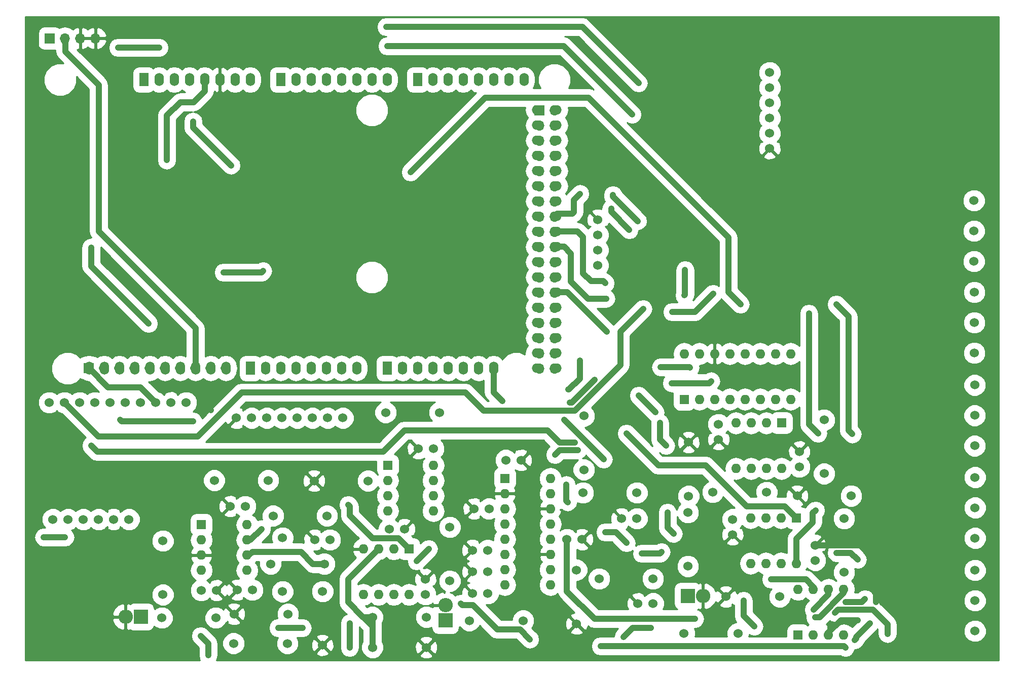
<source format=gbr>
G04 #@! TF.FileFunction,Copper,L1,Top,Signal*
%FSLAX46Y46*%
G04 Gerber Fmt 4.6, Leading zero omitted, Abs format (unit mm)*
G04 Created by KiCad (PCBNEW 4.0.7) date 05/29/18 15:05:14*
%MOMM*%
%LPD*%
G01*
G04 APERTURE LIST*
%ADD10C,0.100000*%
%ADD11O,1.524000X2.199640*%
%ADD12O,1.524000X2.197100*%
%ADD13O,1.998980X1.539240*%
%ADD14O,1.998980X1.536700*%
%ADD15R,1.700000X1.700000*%
%ADD16O,1.700000X1.700000*%
%ADD17R,1.524000X2.199640*%
%ADD18C,1.524000*%
%ADD19R,2.400000X2.400000*%
%ADD20O,2.400000X2.400000*%
%ADD21R,1.600000X1.600000*%
%ADD22O,1.600000X1.600000*%
%ADD23C,0.600000*%
%ADD24C,1.000000*%
%ADD25C,0.254000*%
G04 APERTURE END LIST*
D10*
D11*
X71019200Y-61748800D03*
X73559200Y-61748800D03*
X76099200Y-61748800D03*
X78639200Y-61748800D03*
X81179200Y-61748800D03*
X83719200Y-61748800D03*
X86259200Y-61748800D03*
X88799200Y-61748800D03*
X93879200Y-61748800D03*
X96419200Y-61748800D03*
X98959200Y-61748800D03*
X101499200Y-61748800D03*
X104039200Y-61748800D03*
X106579200Y-61748800D03*
X109119200Y-61748800D03*
X111659200Y-61748800D03*
X116739200Y-61748800D03*
X119279200Y-61748800D03*
X121819200Y-61748800D03*
D12*
X124359200Y-61748800D03*
X126899200Y-61748800D03*
X129439200Y-61748800D03*
X131979200Y-61748800D03*
X134519200Y-61748800D03*
D13*
X136810280Y-66828800D03*
X136810280Y-69368800D03*
X136810280Y-71908800D03*
X136810280Y-74448800D03*
X136810280Y-76988800D03*
X136810280Y-79528800D03*
X136810280Y-82068800D03*
X136810280Y-84608800D03*
X136810280Y-87148800D03*
X136810280Y-89688800D03*
X136810280Y-92228800D03*
X136810280Y-94768800D03*
X136810280Y-97308800D03*
X136810280Y-99848800D03*
X136810280Y-102388800D03*
X136810280Y-104928800D03*
X136810280Y-107468800D03*
X136810280Y-110008800D03*
D14*
X139845580Y-66828800D03*
X139845580Y-69368800D03*
X139845580Y-71908800D03*
X139845580Y-74448800D03*
X139845580Y-76988800D03*
X139845580Y-79528800D03*
X139845580Y-82068800D03*
X139845580Y-84608800D03*
X139845580Y-87148800D03*
X139845580Y-89688800D03*
X139845580Y-92228800D03*
X139845580Y-94768800D03*
X139845580Y-97308800D03*
X139845580Y-99848800D03*
X139845580Y-102388800D03*
X139845580Y-104928800D03*
X139845580Y-107468800D03*
X139845580Y-110008800D03*
D12*
X129439200Y-110008800D03*
X126899200Y-110008800D03*
X124359200Y-110008800D03*
X121819200Y-110008800D03*
X119279200Y-110008800D03*
X116739200Y-110008800D03*
X114199200Y-110008800D03*
X111659200Y-110008800D03*
X106579200Y-110008800D03*
X104039200Y-110008800D03*
X101499200Y-110008800D03*
X98959200Y-110008800D03*
X96419200Y-110008800D03*
X93879200Y-110008800D03*
X91339200Y-110008800D03*
X88799200Y-110008800D03*
X84735200Y-110008800D03*
X82195200Y-110008800D03*
X79655200Y-110008800D03*
X77115200Y-110008800D03*
X74575200Y-110008800D03*
X72035200Y-110008800D03*
X69495200Y-110008800D03*
X66955200Y-110008800D03*
X64415200Y-110008800D03*
X61875200Y-110008800D03*
D15*
X61870000Y-109970000D03*
D16*
X64410000Y-109970000D03*
X66950000Y-109970000D03*
X69490000Y-109970000D03*
X72030000Y-109970000D03*
X74570000Y-109970000D03*
X77110000Y-109970000D03*
X79650000Y-109970000D03*
X82190000Y-109970000D03*
X84730000Y-109970000D03*
D17*
X88809200Y-109998800D03*
D11*
X91349200Y-109998800D03*
X93889200Y-109998800D03*
X96429200Y-109998800D03*
X98969200Y-109998800D03*
X101509200Y-109998800D03*
X104049200Y-109998800D03*
X106589200Y-109998800D03*
D17*
X111669200Y-110008800D03*
D11*
X114209200Y-110008800D03*
X116749200Y-110008800D03*
X119289200Y-110008800D03*
X121829200Y-110008800D03*
X124369200Y-110008800D03*
X126909200Y-110008800D03*
X129449200Y-110008800D03*
D15*
X137079200Y-66898800D03*
D16*
X139619200Y-66898800D03*
X137079200Y-69438800D03*
X139619200Y-69438800D03*
X137079200Y-71978800D03*
X139619200Y-71978800D03*
X137079200Y-74518800D03*
X139619200Y-74518800D03*
X137079200Y-77058800D03*
X139619200Y-77058800D03*
X137079200Y-79598800D03*
X139619200Y-79598800D03*
X137079200Y-82138800D03*
X139619200Y-82138800D03*
X137079200Y-84678800D03*
X139619200Y-84678800D03*
X137079200Y-87218800D03*
X139619200Y-87218800D03*
X137079200Y-89758800D03*
X139619200Y-89758800D03*
X137079200Y-92298800D03*
X139619200Y-92298800D03*
X137079200Y-94838800D03*
X139619200Y-94838800D03*
X137079200Y-97378800D03*
X139619200Y-97378800D03*
X137079200Y-99918800D03*
X139619200Y-99918800D03*
X137079200Y-102458800D03*
X139619200Y-102458800D03*
X137079200Y-104998800D03*
X139619200Y-104998800D03*
X137079200Y-107538800D03*
X139619200Y-107538800D03*
X137079200Y-110078800D03*
X139619200Y-110078800D03*
D17*
X93879200Y-61748800D03*
D11*
X96419200Y-61748800D03*
X98959200Y-61748800D03*
X101499200Y-61748800D03*
X104039200Y-61748800D03*
X106579200Y-61748800D03*
X109119200Y-61748800D03*
X111659200Y-61748800D03*
D17*
X116739200Y-61748800D03*
D11*
X119279200Y-61748800D03*
X121819200Y-61748800D03*
X124359200Y-61748800D03*
X126899200Y-61748800D03*
X129439200Y-61748800D03*
X131979200Y-61748800D03*
X134519200Y-61748800D03*
D17*
X71019200Y-61748800D03*
D11*
X73559200Y-61748800D03*
X76099200Y-61748800D03*
X78639200Y-61748800D03*
X81179200Y-61748800D03*
X83719200Y-61748800D03*
X86259200Y-61748800D03*
X88799200Y-61748800D03*
D18*
X146862800Y-85170100D03*
X146862800Y-87710100D03*
X146862800Y-90250100D03*
X146862800Y-92790100D03*
X175560000Y-60540000D03*
X175560000Y-63080000D03*
X175560000Y-65620000D03*
X175560000Y-68160000D03*
X175560000Y-70700000D03*
X175560000Y-73240000D03*
X86500000Y-118310000D03*
X89040000Y-118310000D03*
X91580000Y-118310000D03*
X94120000Y-118310000D03*
X96660000Y-118310000D03*
X99200000Y-118310000D03*
X101740000Y-118310000D03*
X104280000Y-118310000D03*
D19*
X161890000Y-148090000D03*
D20*
X164430000Y-148090000D03*
D19*
X70520000Y-151550000D03*
D20*
X67980000Y-151550000D03*
D19*
X121412000Y-152146000D03*
D20*
X121412000Y-149606000D03*
D18*
X209690000Y-81960000D03*
X209690000Y-87040000D03*
X209690000Y-92120000D03*
X209740000Y-97280000D03*
X209740000Y-102360000D03*
X209740000Y-107440000D03*
X209800000Y-112810000D03*
X209800000Y-117890000D03*
X209800000Y-122970000D03*
X209850000Y-128230000D03*
X209850000Y-133310000D03*
X209850000Y-138390000D03*
X161900000Y-134110000D03*
X161900000Y-143110000D03*
X162010000Y-122370000D03*
X162010000Y-131370000D03*
X177240000Y-148190000D03*
X168240000Y-148190000D03*
X187990000Y-135110000D03*
X187990000Y-144110000D03*
X83040000Y-151730000D03*
X74040000Y-151730000D03*
X74220000Y-138860000D03*
X74220000Y-147860000D03*
X82788000Y-128738000D03*
X91788000Y-128738000D03*
X95012000Y-155996000D03*
X86012000Y-155996000D03*
X86090000Y-151090000D03*
X95090000Y-151090000D03*
X94194000Y-147336000D03*
X94194000Y-138336000D03*
X100878000Y-147304000D03*
X100878000Y-156304000D03*
X92186000Y-142708000D03*
X101186000Y-142708000D03*
X101616000Y-134660000D03*
X92616000Y-134660000D03*
X108474000Y-128818000D03*
X99474000Y-128818000D03*
X120412000Y-117388000D03*
X111412000Y-117388000D03*
X134382000Y-152186000D03*
X125382000Y-152186000D03*
X109204000Y-151598000D03*
X118204000Y-151598000D03*
X109204000Y-156678000D03*
X118204000Y-156678000D03*
X122134000Y-145558000D03*
X122134000Y-136558000D03*
D21*
X161290000Y-115189000D03*
D22*
X179070000Y-107569000D03*
X163830000Y-115189000D03*
X176530000Y-107569000D03*
X166370000Y-115189000D03*
X173990000Y-107569000D03*
X168910000Y-115189000D03*
X171450000Y-107569000D03*
X171450000Y-115189000D03*
X168910000Y-107569000D03*
X173990000Y-115189000D03*
X166370000Y-107569000D03*
X176530000Y-115189000D03*
X163830000Y-107569000D03*
X179070000Y-115189000D03*
X161290000Y-107569000D03*
D18*
X55231540Y-115721640D03*
X57771540Y-115721640D03*
X60311540Y-115721640D03*
X62851540Y-115721640D03*
X65391540Y-115721640D03*
X67931540Y-115721640D03*
X70471540Y-115721640D03*
X73011540Y-115721640D03*
X75551540Y-115721640D03*
X78091540Y-115721640D03*
D21*
X131318000Y-128422400D03*
D22*
X138938000Y-146202400D03*
X131318000Y-130962400D03*
X138938000Y-143662400D03*
X131318000Y-133502400D03*
X138938000Y-141122400D03*
X131318000Y-136042400D03*
X138938000Y-138582400D03*
X131318000Y-138582400D03*
X138938000Y-136042400D03*
X131318000Y-141122400D03*
X138938000Y-133502400D03*
X131318000Y-143662400D03*
X138938000Y-130962400D03*
X131318000Y-146202400D03*
X138938000Y-128422400D03*
D18*
X131495800Y-125361700D03*
X134035800Y-125361700D03*
X128689100Y-133489700D03*
X126149100Y-133489700D03*
X128460500Y-140423900D03*
X125920500Y-140423900D03*
X128498600Y-144043400D03*
X125958600Y-144043400D03*
X128498600Y-147662900D03*
X125958600Y-147662900D03*
X167015160Y-121899680D03*
X167015160Y-119359680D03*
X180512720Y-123936760D03*
X180512720Y-126476760D03*
X141696440Y-138623040D03*
X144236440Y-138623040D03*
X156083000Y-149326600D03*
X153543000Y-149326600D03*
X153377900Y-135128000D03*
X150837900Y-135128000D03*
X183170000Y-139570000D03*
X183170000Y-142110000D03*
X169370000Y-137800000D03*
X169370000Y-135260000D03*
X83167540Y-147136000D03*
X80627540Y-147136000D03*
X85420520Y-133079640D03*
X87960520Y-133079640D03*
X86614000Y-147066000D03*
X89154000Y-147066000D03*
X99568000Y-138684000D03*
X102108000Y-138684000D03*
X116840000Y-123444000D03*
X119380000Y-123444000D03*
X114554000Y-136906000D03*
X112014000Y-136906000D03*
X118061740Y-145272760D03*
X118061740Y-147812760D03*
X153381200Y-130811900D03*
X144381200Y-130811900D03*
X147062700Y-145184500D03*
X156062700Y-145184500D03*
X144520280Y-117956840D03*
X144520280Y-126956840D03*
X143318860Y-143717520D03*
X143318860Y-152717520D03*
X184656100Y-127625600D03*
X184656100Y-118625600D03*
X189160000Y-131330000D03*
X180160000Y-131330000D03*
X161260000Y-154330000D03*
X170260000Y-154330000D03*
X166049200Y-130706500D03*
X175049200Y-130706500D03*
D21*
X177535840Y-119146320D03*
D22*
X169915840Y-126766320D03*
X174995840Y-119146320D03*
X172455840Y-126766320D03*
X172455840Y-119146320D03*
X174995840Y-126766320D03*
X169915840Y-119146320D03*
X177535840Y-126766320D03*
D21*
X180000000Y-135000000D03*
D22*
X172380000Y-142620000D03*
X177460000Y-135000000D03*
X174920000Y-142620000D03*
X174920000Y-135000000D03*
X177460000Y-142620000D03*
X172380000Y-135000000D03*
X180000000Y-142620000D03*
D21*
X80637700Y-136168280D03*
D22*
X88257700Y-143788280D03*
X80637700Y-138708280D03*
X88257700Y-141248280D03*
X80637700Y-141248280D03*
X88257700Y-138708280D03*
X80637700Y-143788280D03*
X88257700Y-136168280D03*
D21*
X111760000Y-126238000D03*
D22*
X119380000Y-133858000D03*
X111760000Y-128778000D03*
X119380000Y-131318000D03*
X111760000Y-131318000D03*
X119380000Y-128778000D03*
X111760000Y-133858000D03*
X119380000Y-126238000D03*
D21*
X115316000Y-140208000D03*
D22*
X107696000Y-147828000D03*
X112776000Y-140208000D03*
X110236000Y-147828000D03*
X110236000Y-140208000D03*
X112776000Y-147828000D03*
X107696000Y-140208000D03*
X115316000Y-147828000D03*
D18*
X55840000Y-135261100D03*
X58380000Y-135261100D03*
X60920000Y-135261100D03*
X63460000Y-135261100D03*
X66000000Y-135261100D03*
X68540000Y-135261100D03*
D21*
X180319680Y-154614880D03*
D22*
X187939680Y-146994880D03*
X182859680Y-154614880D03*
X185399680Y-146994880D03*
X185399680Y-154614880D03*
X182859680Y-146994880D03*
X187939680Y-154614880D03*
X180319680Y-146994880D03*
D18*
X209850000Y-143770000D03*
X209850000Y-148850000D03*
X209850000Y-153930000D03*
D15*
X55320000Y-54820000D03*
D16*
X57860000Y-54820000D03*
X60400000Y-54820000D03*
X62940000Y-54820000D03*
D23*
X85600000Y-76070000D03*
X79250000Y-68710000D03*
X74853800Y-75209400D03*
X54315360Y-138247120D03*
X57891680Y-138247120D03*
X183134000Y-151638000D03*
X163068000Y-151892000D03*
X141599920Y-129473960D03*
X141823440Y-132379720D03*
X153670000Y-62318900D03*
X111506000Y-52920900D03*
X66725800Y-56388000D03*
X73583800Y-56388000D03*
X111683800Y-56134000D03*
X152577800Y-67564000D03*
X149085300Y-83299300D03*
X152107900Y-86855300D03*
X143891000Y-80818798D03*
X149367240Y-81026000D03*
X153502360Y-85384640D03*
X161437320Y-93543120D03*
X161300195Y-97815365D03*
X148112802Y-95778320D03*
X148249640Y-98348800D03*
X157358080Y-109804200D03*
X162275520Y-109915960D03*
X148336000Y-103886000D03*
X153670000Y-114554000D03*
X156464000Y-117348000D03*
X157226000Y-119126000D03*
X158242000Y-122936000D03*
X158496000Y-134112000D03*
X159512000Y-137668000D03*
X182880000Y-150368000D03*
X130926840Y-115503960D03*
X142214600Y-115727480D03*
X146349720Y-111927640D03*
X143835120Y-108742480D03*
X141935200Y-113548160D03*
X190246000Y-152146000D03*
X193294000Y-149098000D03*
X80700000Y-113920000D03*
X82220000Y-116971642D03*
X175768000Y-145288000D03*
X105410000Y-156718000D03*
X105410000Y-152654000D03*
X81788000Y-157988000D03*
X80518000Y-154745998D03*
X151130000Y-154940000D03*
X155702000Y-153416000D03*
X143510000Y-123698000D03*
X139700000Y-124460000D03*
X97536000Y-153416000D03*
X93472000Y-153416000D03*
X183220000Y-133749998D03*
X186730000Y-140860000D03*
X190230000Y-142000000D03*
X165768020Y-112151160D03*
X159174180Y-112486440D03*
X189374815Y-121013185D03*
X186690000Y-99314000D03*
X166116000Y-97536000D03*
X159258000Y-100584000D03*
X154432000Y-100076000D03*
X84328000Y-93980000D03*
X90932000Y-93726000D03*
X115570000Y-77216000D03*
X170688000Y-99314000D03*
X182118000Y-100838000D03*
X183642000Y-120904000D03*
X188214000Y-149098000D03*
X191480002Y-148590000D03*
X192278000Y-152654000D03*
X189738000Y-155448000D03*
X188214000Y-156718000D03*
X147320000Y-156464000D03*
X135503885Y-155315885D03*
X123952000Y-149352000D03*
X116586000Y-142240000D03*
X118618000Y-140208000D03*
X186436000Y-150876000D03*
X151638000Y-120904000D03*
X143002000Y-122428000D03*
X62230000Y-122936000D03*
X90720595Y-136863405D03*
X141224000Y-118618000D03*
X147828000Y-125222000D03*
X148082000Y-137414000D03*
X151638000Y-139192000D03*
X154178000Y-140970000D03*
X157480000Y-140716000D03*
X171196000Y-148844000D03*
X172974000Y-153162000D03*
X105156000Y-132842000D03*
X79248000Y-118872000D03*
X67056000Y-118618000D03*
X71820000Y-102530000D03*
X62210000Y-89790000D03*
D24*
X85600000Y-76070000D02*
X79250000Y-69720000D01*
X79250000Y-69720000D02*
X79250000Y-68710000D01*
X81179200Y-63661760D02*
X81179200Y-61748800D01*
X79349600Y-65491360D02*
X81179200Y-63661760D01*
X77114400Y-65491360D02*
X79349600Y-65491360D01*
X74879200Y-67726560D02*
X77114400Y-65491360D01*
X74879200Y-75184000D02*
X74879200Y-67726560D01*
X74853800Y-75209400D02*
X74879200Y-75184000D01*
X57891680Y-138247120D02*
X54315360Y-138247120D01*
X187939680Y-146994880D02*
X187939680Y-147594320D01*
X187939680Y-147594320D02*
X183896000Y-151638000D01*
X183896000Y-151638000D02*
X183134000Y-151638000D01*
X163068000Y-151892000D02*
X146304000Y-151892000D01*
X146304000Y-151892000D02*
X141696440Y-147284440D01*
X141696440Y-147284440D02*
X141696440Y-138623040D01*
X141599920Y-132156200D02*
X141599920Y-129473960D01*
X141823440Y-132379720D02*
X141599920Y-132156200D01*
X153670000Y-62318900D02*
X144272000Y-52920900D01*
X144272000Y-52920900D02*
X111506000Y-52920900D01*
X73583800Y-56388000D02*
X66725800Y-56388000D01*
X141147800Y-56134000D02*
X111683800Y-56134000D01*
X152577800Y-67564000D02*
X141147800Y-56134000D01*
X149085300Y-83832700D02*
X149085300Y-83299300D01*
X152107900Y-86855300D02*
X149085300Y-83832700D01*
X142605760Y-84155280D02*
X140052720Y-84155280D01*
X142885160Y-83875880D02*
X142605760Y-84155280D01*
X142885160Y-81824638D02*
X142885160Y-83875880D01*
X143891000Y-80818798D02*
X142885160Y-81824638D01*
X149367240Y-81249520D02*
X149367240Y-81026000D01*
X153502360Y-85384640D02*
X149367240Y-81249520D01*
X161437320Y-97678240D02*
X161437320Y-93543120D01*
X161300195Y-97815365D02*
X161437320Y-97678240D01*
X140052720Y-84155280D02*
X139599200Y-84608800D01*
X143475840Y-87148800D02*
X139599200Y-87148800D01*
X144393920Y-88066880D02*
X143475840Y-87148800D01*
X144393920Y-94101920D02*
X144393920Y-88066880D01*
X145735040Y-95443040D02*
X144393920Y-94101920D01*
X147777522Y-95443040D02*
X145735040Y-95443040D01*
X148112802Y-95778320D02*
X147777522Y-95443040D01*
X139599200Y-89688800D02*
X141266040Y-89688800D01*
X145232120Y-98348800D02*
X148249640Y-98348800D01*
X142382240Y-95498920D02*
X145232120Y-98348800D01*
X142382240Y-90805000D02*
X142382240Y-95498920D01*
X141266040Y-89688800D02*
X142382240Y-90805000D01*
X162163760Y-109804200D02*
X157358080Y-109804200D01*
X162275520Y-109915960D02*
X162163760Y-109804200D01*
X185399680Y-146994880D02*
X185399680Y-147848320D01*
X141758800Y-97308800D02*
X139599200Y-97308800D01*
X148336000Y-103886000D02*
X141758800Y-97308800D01*
X156464000Y-117348000D02*
X153670000Y-114554000D01*
X157226000Y-121920000D02*
X157226000Y-119126000D01*
X158242000Y-122936000D02*
X157226000Y-121920000D01*
X158496000Y-136652000D02*
X158496000Y-134112000D01*
X159512000Y-137668000D02*
X158496000Y-136652000D01*
X185399680Y-147848320D02*
X182880000Y-150368000D01*
X73011540Y-115721640D02*
X73011540Y-115701540D01*
X73011540Y-115701540D02*
X70470000Y-113160000D01*
X70470000Y-113160000D02*
X65026400Y-113160000D01*
X65026400Y-113160000D02*
X61875200Y-110008800D01*
X129439200Y-114016320D02*
X129439200Y-110008800D01*
X130926840Y-115503960D02*
X129439200Y-114016320D01*
X142549880Y-115727480D02*
X142214600Y-115727480D01*
X146349720Y-111927640D02*
X142549880Y-115727480D01*
X143835120Y-108742480D02*
X143835120Y-111760000D01*
X143835120Y-111760000D02*
X142046960Y-113548160D01*
X142046960Y-113548160D02*
X141935200Y-113548160D01*
X185399680Y-154614880D02*
X185399680Y-154198320D01*
X185399680Y-154198320D02*
X187452000Y-152146000D01*
X187452000Y-152146000D02*
X190246000Y-152146000D01*
X193294000Y-149098000D02*
X193294000Y-139700000D01*
X193294000Y-139700000D02*
X193164000Y-139570000D01*
X193164000Y-139570000D02*
X183170000Y-139570000D01*
X80700000Y-115451642D02*
X80700000Y-113920000D01*
X82220000Y-116971642D02*
X80700000Y-115451642D01*
X182859680Y-146994880D02*
X182859680Y-146537680D01*
X182859680Y-146537680D02*
X181610000Y-145288000D01*
X181610000Y-145288000D02*
X175768000Y-145288000D01*
X105410000Y-152654000D02*
X105410000Y-156718000D01*
X81788000Y-156015998D02*
X81788000Y-157988000D01*
X80518000Y-154745998D02*
X81788000Y-156015998D01*
X151130000Y-154940000D02*
X152654000Y-153416000D01*
X152654000Y-153416000D02*
X155702000Y-153416000D01*
X140462000Y-123698000D02*
X143510000Y-123698000D01*
X139700000Y-124460000D02*
X140462000Y-123698000D01*
X93472000Y-153416000D02*
X97536000Y-153416000D01*
X180000000Y-138550000D02*
X180000000Y-142620000D01*
X182770000Y-135780000D02*
X180000000Y-138550000D01*
X182770000Y-134199998D02*
X182770000Y-135780000D01*
X183220000Y-133749998D02*
X182770000Y-134199998D01*
X189090000Y-140860000D02*
X186730000Y-140860000D01*
X190230000Y-142000000D02*
X189090000Y-140860000D01*
X165768020Y-112151160D02*
X165432740Y-112486440D01*
X165432740Y-112486440D02*
X159174180Y-112486440D01*
X189374815Y-121013185D02*
X188722000Y-120360370D01*
X188722000Y-120360370D02*
X188722000Y-101346000D01*
X188722000Y-101346000D02*
X186690000Y-99314000D01*
X166116000Y-97536000D02*
X163068000Y-100584000D01*
X163068000Y-100584000D02*
X159258000Y-100584000D01*
X154432000Y-100076000D02*
X150622000Y-103886000D01*
X150622000Y-103886000D02*
X150622000Y-109474000D01*
X150622000Y-109474000D02*
X143002000Y-117094000D01*
X143002000Y-117094000D02*
X127762000Y-117094000D01*
X127762000Y-117094000D02*
X124714000Y-114046000D01*
X124714000Y-114046000D02*
X87376000Y-114046000D01*
X87376000Y-114046000D02*
X80010000Y-121412000D01*
X80010000Y-121412000D02*
X63461900Y-121412000D01*
X57771540Y-115721640D02*
X63461900Y-121412000D01*
X90678000Y-93980000D02*
X84328000Y-93980000D01*
X90932000Y-93726000D02*
X90678000Y-93980000D01*
X128016000Y-64770000D02*
X115570000Y-77216000D01*
X145288000Y-64770000D02*
X128016000Y-64770000D01*
X168656000Y-88138000D02*
X145288000Y-64770000D01*
X168656000Y-97282000D02*
X168656000Y-88138000D01*
X170688000Y-99314000D02*
X168656000Y-97282000D01*
X182118000Y-119380000D02*
X182118000Y-100838000D01*
X183642000Y-120904000D02*
X182118000Y-119380000D01*
X190972002Y-149098000D02*
X188214000Y-149098000D01*
X191480002Y-148590000D02*
X190972002Y-149098000D01*
X192278000Y-152654000D02*
X189992000Y-154940000D01*
X189992000Y-154940000D02*
X189992000Y-155194000D01*
X189992000Y-155194000D02*
X189738000Y-155448000D01*
X188214000Y-156718000D02*
X187960000Y-156464000D01*
X187960000Y-156464000D02*
X147320000Y-156464000D01*
X135503885Y-155315885D02*
X133858000Y-153670000D01*
X133858000Y-153670000D02*
X130048000Y-153670000D01*
X130048000Y-153670000D02*
X125984000Y-149606000D01*
X125984000Y-149606000D02*
X124206000Y-149606000D01*
X124206000Y-149606000D02*
X123952000Y-149352000D01*
X116586000Y-142240000D02*
X118618000Y-140208000D01*
X195224900Y-154400000D02*
X195224900Y-152806900D01*
X186944000Y-150368000D02*
X186436000Y-150876000D01*
X192786000Y-150368000D02*
X186944000Y-150368000D01*
X195224900Y-152806900D02*
X192786000Y-150368000D01*
X178096000Y-133096000D02*
X180000000Y-135000000D01*
X171704000Y-133096000D02*
X178096000Y-133096000D01*
X164846000Y-126238000D02*
X171704000Y-133096000D01*
X156972000Y-126238000D02*
X164846000Y-126238000D01*
X151638000Y-120904000D02*
X156972000Y-126238000D01*
X140462000Y-122428000D02*
X143002000Y-122428000D01*
X138430000Y-120396000D02*
X140462000Y-122428000D01*
X114554000Y-120396000D02*
X138430000Y-120396000D01*
X110998000Y-123952000D02*
X114554000Y-120396000D01*
X63246000Y-123952000D02*
X110998000Y-123952000D01*
X62230000Y-122936000D02*
X63246000Y-123952000D01*
X88257700Y-141248280D02*
X88621720Y-141248280D01*
X88621720Y-141248280D02*
X89154000Y-140716000D01*
X89154000Y-140716000D02*
X97282000Y-140716000D01*
X97282000Y-140716000D02*
X99274000Y-142708000D01*
X99274000Y-142708000D02*
X101186000Y-142708000D01*
X90720595Y-136863405D02*
X88875720Y-138708280D01*
X88875720Y-138708280D02*
X88257700Y-138708280D01*
X146304000Y-123698000D02*
X141224000Y-118618000D01*
X147828000Y-125222000D02*
X146304000Y-123698000D01*
X149860000Y-137414000D02*
X148082000Y-137414000D01*
X151638000Y-139192000D02*
X149860000Y-137414000D01*
X157226000Y-140970000D02*
X154178000Y-140970000D01*
X157480000Y-140716000D02*
X157226000Y-140970000D01*
X171196000Y-151384000D02*
X171196000Y-148844000D01*
X172974000Y-153162000D02*
X171196000Y-151384000D01*
X107950000Y-151598000D02*
X107950000Y-151892000D01*
X107950000Y-151892000D02*
X109204000Y-153146000D01*
X109204000Y-151598000D02*
X107950000Y-151598000D01*
X107950000Y-151598000D02*
X107656000Y-151598000D01*
X105156000Y-145288000D02*
X110236000Y-140208000D01*
X105156000Y-149098000D02*
X105156000Y-145288000D01*
X107656000Y-151598000D02*
X105156000Y-149098000D01*
X109204000Y-151598000D02*
X109204000Y-153146000D01*
X109204000Y-153146000D02*
X109204000Y-156678000D01*
X113538000Y-138430000D02*
X115316000Y-140208000D01*
X109220000Y-138430000D02*
X113538000Y-138430000D01*
X105410000Y-134620000D02*
X109220000Y-138430000D01*
X105410000Y-133096000D02*
X105410000Y-134620000D01*
X105156000Y-132842000D02*
X105410000Y-133096000D01*
X67310000Y-118872000D02*
X79248000Y-118872000D01*
X67056000Y-118618000D02*
X67310000Y-118872000D01*
X57860000Y-54820000D02*
X57860000Y-55530000D01*
X57860000Y-55530000D02*
X57900000Y-55570000D01*
X57900000Y-55570000D02*
X57860000Y-54820000D01*
X79655200Y-103295200D02*
X79655200Y-110008800D01*
X63480000Y-87120000D02*
X79655200Y-103295200D01*
X63480000Y-62610000D02*
X63480000Y-87120000D01*
X57900000Y-57030000D02*
X63480000Y-62610000D01*
X57900000Y-54760000D02*
X57900000Y-57030000D01*
X62210000Y-92920000D02*
X62210000Y-89790000D01*
X71820000Y-102530000D02*
X62210000Y-92920000D01*
D25*
G36*
X200000000Y-51212000D02*
X213846700Y-51212000D01*
X213846700Y-158798000D01*
X200020000Y-158798000D01*
X200015000Y-158798995D01*
X200010000Y-158798000D01*
X83165953Y-158798000D01*
X83291152Y-158610626D01*
X83415000Y-157988000D01*
X83415000Y-156370097D01*
X84122673Y-156370097D01*
X84409650Y-157064635D01*
X84940570Y-157596483D01*
X85634606Y-157884672D01*
X86386097Y-157885327D01*
X87080635Y-157598350D01*
X87612483Y-157067430D01*
X87900672Y-156373394D01*
X87901327Y-155621903D01*
X87614350Y-154927365D01*
X87083430Y-154395517D01*
X86389394Y-154107328D01*
X85637903Y-154106673D01*
X84943365Y-154393650D01*
X84411517Y-154924570D01*
X84123328Y-155618606D01*
X84122673Y-156370097D01*
X83415000Y-156370097D01*
X83415000Y-156015998D01*
X83291152Y-155393372D01*
X82938463Y-154865535D01*
X81668463Y-153595535D01*
X81140626Y-153242846D01*
X80518000Y-153118998D01*
X79895374Y-153242846D01*
X79367537Y-153595535D01*
X79014848Y-154123372D01*
X78891000Y-154745998D01*
X79014848Y-155368624D01*
X79367537Y-155896461D01*
X80161000Y-156689924D01*
X80161000Y-157988000D01*
X80284848Y-158610626D01*
X80410047Y-158798000D01*
X51212000Y-158798000D01*
X51212000Y-152038917D01*
X65704942Y-152038917D01*
X66025569Y-152812996D01*
X66657669Y-153464784D01*
X67491082Y-153825064D01*
X67853000Y-153591788D01*
X67853000Y-151677000D01*
X65938697Y-151677000D01*
X65704942Y-152038917D01*
X51212000Y-152038917D01*
X51212000Y-151061083D01*
X65704942Y-151061083D01*
X65938697Y-151423000D01*
X67853000Y-151423000D01*
X67853000Y-149508212D01*
X68107000Y-149508212D01*
X68107000Y-151423000D01*
X68127000Y-151423000D01*
X68127000Y-151677000D01*
X68107000Y-151677000D01*
X68107000Y-153591788D01*
X68468918Y-153825064D01*
X68731184Y-153711688D01*
X68872944Y-153808548D01*
X69320000Y-153899079D01*
X71720000Y-153899079D01*
X72137641Y-153820494D01*
X72521219Y-153573669D01*
X72778548Y-153197056D01*
X72788132Y-153149729D01*
X72968570Y-153330483D01*
X73662606Y-153618672D01*
X74414097Y-153619327D01*
X75108635Y-153332350D01*
X75640483Y-152801430D01*
X75928672Y-152107394D01*
X75928674Y-152104097D01*
X81150673Y-152104097D01*
X81437650Y-152798635D01*
X81968570Y-153330483D01*
X82662606Y-153618672D01*
X83414097Y-153619327D01*
X83906186Y-153416000D01*
X91845000Y-153416000D01*
X91968848Y-154038626D01*
X92321537Y-154566463D01*
X92849374Y-154919152D01*
X93370707Y-155022852D01*
X93123328Y-155618606D01*
X93122673Y-156370097D01*
X93409650Y-157064635D01*
X93940570Y-157596483D01*
X94634606Y-157884672D01*
X95386097Y-157885327D01*
X96080635Y-157598350D01*
X96126069Y-157552995D01*
X99808610Y-157552995D01*
X99851130Y-157933431D01*
X100552853Y-158202364D01*
X101304075Y-158182288D01*
X101904870Y-157933431D01*
X101947390Y-157552995D01*
X100878000Y-156483605D01*
X99808610Y-157552995D01*
X96126069Y-157552995D01*
X96612483Y-157067430D01*
X96900672Y-156373394D01*
X96901015Y-155978853D01*
X98979636Y-155978853D01*
X98999712Y-156730075D01*
X99248569Y-157330870D01*
X99629005Y-157373390D01*
X100698395Y-156304000D01*
X101057605Y-156304000D01*
X102126995Y-157373390D01*
X102507431Y-157330870D01*
X102776364Y-156629147D01*
X102756288Y-155877925D01*
X102507431Y-155277130D01*
X102126995Y-155234610D01*
X101057605Y-156304000D01*
X100698395Y-156304000D01*
X99629005Y-155234610D01*
X99248569Y-155277130D01*
X98979636Y-155978853D01*
X96901015Y-155978853D01*
X96901327Y-155621903D01*
X96667090Y-155055005D01*
X99808610Y-155055005D01*
X100878000Y-156124395D01*
X101947390Y-155055005D01*
X101904870Y-154674569D01*
X101203147Y-154405636D01*
X100451925Y-154425712D01*
X99851130Y-154674569D01*
X99808610Y-155055005D01*
X96667090Y-155055005D01*
X96662129Y-155043000D01*
X97536000Y-155043000D01*
X98158626Y-154919152D01*
X98686463Y-154566463D01*
X99039152Y-154038626D01*
X99163000Y-153416000D01*
X99039152Y-152793374D01*
X98686463Y-152265537D01*
X98158626Y-151912848D01*
X97536000Y-151789000D01*
X96845129Y-151789000D01*
X96978672Y-151467394D01*
X96979327Y-150715903D01*
X96692350Y-150021365D01*
X96161430Y-149489517D01*
X95467394Y-149201328D01*
X94715903Y-149200673D01*
X94021365Y-149487650D01*
X93489517Y-150018570D01*
X93201328Y-150712606D01*
X93200673Y-151464097D01*
X93345331Y-151814196D01*
X92849374Y-151912848D01*
X92321537Y-152265537D01*
X91968848Y-152793374D01*
X91845000Y-153416000D01*
X83906186Y-153416000D01*
X84108635Y-153332350D01*
X84640483Y-152801430D01*
X84769780Y-152490048D01*
X84819670Y-152539938D01*
X85020610Y-152338998D01*
X85063130Y-152719431D01*
X85764853Y-152988364D01*
X86516075Y-152968288D01*
X87116870Y-152719431D01*
X87159390Y-152338995D01*
X86090000Y-151269605D01*
X86075858Y-151283748D01*
X85896253Y-151104143D01*
X85910395Y-151090000D01*
X86269605Y-151090000D01*
X87338995Y-152159390D01*
X87719431Y-152116870D01*
X87988364Y-151415147D01*
X87968288Y-150663925D01*
X87719431Y-150063130D01*
X87338995Y-150020610D01*
X86269605Y-151090000D01*
X85910395Y-151090000D01*
X84841005Y-150020610D01*
X84460569Y-150063130D01*
X84345329Y-150363825D01*
X84111430Y-150129517D01*
X83417394Y-149841328D01*
X83046812Y-149841005D01*
X85020610Y-149841005D01*
X86090000Y-150910395D01*
X87159390Y-149841005D01*
X87116870Y-149460569D01*
X86415147Y-149191636D01*
X85663925Y-149211712D01*
X85063130Y-149460569D01*
X85020610Y-149841005D01*
X83046812Y-149841005D01*
X82665903Y-149840673D01*
X81971365Y-150127650D01*
X81439517Y-150658570D01*
X81151328Y-151352606D01*
X81150673Y-152104097D01*
X75928674Y-152104097D01*
X75929327Y-151355903D01*
X75642350Y-150661365D01*
X75111430Y-150129517D01*
X74417394Y-149841328D01*
X73665903Y-149840673D01*
X72971365Y-150127650D01*
X72850031Y-150248772D01*
X72790494Y-149932359D01*
X72543669Y-149548781D01*
X72167056Y-149291452D01*
X71720000Y-149200921D01*
X69320000Y-149200921D01*
X68902359Y-149279506D01*
X68732431Y-149388851D01*
X68468918Y-149274936D01*
X68107000Y-149508212D01*
X67853000Y-149508212D01*
X67491082Y-149274936D01*
X66657669Y-149635216D01*
X66025569Y-150287004D01*
X65704942Y-151061083D01*
X51212000Y-151061083D01*
X51212000Y-148234097D01*
X72330673Y-148234097D01*
X72617650Y-148928635D01*
X73148570Y-149460483D01*
X73842606Y-149748672D01*
X74594097Y-149749327D01*
X75288635Y-149462350D01*
X75820483Y-148931430D01*
X76108672Y-148237394D01*
X76109327Y-147485903D01*
X75822350Y-146791365D01*
X75291430Y-146259517D01*
X74597394Y-145971328D01*
X73845903Y-145970673D01*
X73151365Y-146257650D01*
X72619517Y-146788570D01*
X72331328Y-147482606D01*
X72330673Y-148234097D01*
X51212000Y-148234097D01*
X51212000Y-143788280D01*
X78672948Y-143788280D01*
X78819632Y-144525711D01*
X79237353Y-145150875D01*
X79714190Y-145469487D01*
X79558905Y-145533650D01*
X79027057Y-146064570D01*
X78738868Y-146758606D01*
X78738213Y-147510097D01*
X79025190Y-148204635D01*
X79556110Y-148736483D01*
X80250146Y-149024672D01*
X81001637Y-149025327D01*
X81696175Y-148738350D01*
X81873053Y-148561781D01*
X81897210Y-148585938D01*
X82098150Y-148384998D01*
X82140670Y-148765431D01*
X82842393Y-149034364D01*
X83593615Y-149014288D01*
X84194410Y-148765431D01*
X84236930Y-148384995D01*
X83167540Y-147315605D01*
X83153398Y-147329748D01*
X82973793Y-147150143D01*
X82987935Y-147136000D01*
X83347145Y-147136000D01*
X84416535Y-148205390D01*
X84796971Y-148162870D01*
X84901062Y-147891266D01*
X84984569Y-148092870D01*
X85365005Y-148135390D01*
X86434395Y-147066000D01*
X85365005Y-145996610D01*
X84984569Y-146039130D01*
X84880478Y-146310734D01*
X84796971Y-146109130D01*
X84416535Y-146066610D01*
X83347145Y-147136000D01*
X82987935Y-147136000D01*
X82973793Y-147121858D01*
X83153398Y-146942253D01*
X83167540Y-146956395D01*
X84236930Y-145887005D01*
X84194410Y-145506569D01*
X83492687Y-145237636D01*
X82741465Y-145257712D01*
X82140670Y-145506569D01*
X82098150Y-145887002D01*
X81897210Y-145686062D01*
X81873210Y-145710062D01*
X81698970Y-145535517D01*
X81553063Y-145474931D01*
X82038047Y-145150875D01*
X82455768Y-144525711D01*
X82602452Y-143788280D01*
X82455768Y-143050849D01*
X82074323Y-142479976D01*
X82267941Y-142275739D01*
X82516970Y-141674510D01*
X82278041Y-141375280D01*
X80764700Y-141375280D01*
X80764700Y-141395280D01*
X80510700Y-141395280D01*
X80510700Y-141375280D01*
X78997359Y-141375280D01*
X78758430Y-141674510D01*
X79007459Y-142275739D01*
X79201077Y-142479976D01*
X78819632Y-143050849D01*
X78672948Y-143788280D01*
X51212000Y-143788280D01*
X51212000Y-138247120D01*
X52688360Y-138247120D01*
X52812208Y-138869746D01*
X53164897Y-139397583D01*
X53692734Y-139750272D01*
X54315360Y-139874120D01*
X57891680Y-139874120D01*
X58514306Y-139750272D01*
X59042143Y-139397583D01*
X59151380Y-139234097D01*
X72330673Y-139234097D01*
X72617650Y-139928635D01*
X73148570Y-140460483D01*
X73842606Y-140748672D01*
X74594097Y-140749327D01*
X75288635Y-140462350D01*
X75820483Y-139931430D01*
X76108672Y-139237394D01*
X76109133Y-138708280D01*
X78672948Y-138708280D01*
X78819632Y-139445711D01*
X79201077Y-140016584D01*
X79007459Y-140220821D01*
X78758430Y-140822050D01*
X78997359Y-141121280D01*
X80510700Y-141121280D01*
X80510700Y-141101280D01*
X80764700Y-141101280D01*
X80764700Y-141121280D01*
X82278041Y-141121280D01*
X82516970Y-140822050D01*
X82267941Y-140220821D01*
X82074323Y-140016584D01*
X82455768Y-139445711D01*
X82602452Y-138708280D01*
X82455768Y-137970849D01*
X82288118Y-137719943D01*
X82496248Y-137415336D01*
X82586779Y-136968280D01*
X82586779Y-135368280D01*
X82508194Y-134950639D01*
X82261369Y-134567061D01*
X81884756Y-134309732D01*
X81437700Y-134219201D01*
X79837700Y-134219201D01*
X79420059Y-134297786D01*
X79036481Y-134544611D01*
X78779152Y-134921224D01*
X78688621Y-135368280D01*
X78688621Y-136968280D01*
X78767206Y-137385921D01*
X78984664Y-137723861D01*
X78819632Y-137970849D01*
X78672948Y-138708280D01*
X76109133Y-138708280D01*
X76109327Y-138485903D01*
X75822350Y-137791365D01*
X75291430Y-137259517D01*
X74597394Y-136971328D01*
X73845903Y-136970673D01*
X73151365Y-137257650D01*
X72619517Y-137788570D01*
X72331328Y-138482606D01*
X72330673Y-139234097D01*
X59151380Y-139234097D01*
X59394832Y-138869746D01*
X59518680Y-138247120D01*
X59394832Y-137624494D01*
X59042143Y-137096657D01*
X58981805Y-137056340D01*
X59448635Y-136863450D01*
X59649885Y-136662551D01*
X59848570Y-136861583D01*
X60542606Y-137149772D01*
X61294097Y-137150427D01*
X61988635Y-136863450D01*
X62189885Y-136662551D01*
X62388570Y-136861583D01*
X63082606Y-137149772D01*
X63834097Y-137150427D01*
X64528635Y-136863450D01*
X64705513Y-136686881D01*
X64729670Y-136711038D01*
X64930610Y-136510098D01*
X64973130Y-136890531D01*
X65674853Y-137159464D01*
X66426075Y-137139388D01*
X67026870Y-136890531D01*
X67069390Y-136510098D01*
X67270330Y-136711038D01*
X67294330Y-136687038D01*
X67468570Y-136861583D01*
X68162606Y-137149772D01*
X68914097Y-137150427D01*
X69608635Y-136863450D01*
X70140483Y-136332530D01*
X70428672Y-135638494D01*
X70429327Y-134887003D01*
X70142350Y-134192465D01*
X69611430Y-133660617D01*
X68917394Y-133372428D01*
X68165903Y-133371773D01*
X67471365Y-133658750D01*
X67294487Y-133835319D01*
X67270330Y-133811162D01*
X67069390Y-134012102D01*
X67026870Y-133631669D01*
X66325147Y-133362736D01*
X65573925Y-133382812D01*
X64973130Y-133631669D01*
X64930610Y-134012102D01*
X64729670Y-133811162D01*
X64705670Y-133835162D01*
X64531430Y-133660617D01*
X63837394Y-133372428D01*
X63085903Y-133371773D01*
X62391365Y-133658750D01*
X62190115Y-133859649D01*
X61991430Y-133660617D01*
X61297394Y-133372428D01*
X60545903Y-133371773D01*
X59851365Y-133658750D01*
X59650115Y-133859649D01*
X59451430Y-133660617D01*
X58757394Y-133372428D01*
X58005903Y-133371773D01*
X57311365Y-133658750D01*
X57110115Y-133859649D01*
X56911430Y-133660617D01*
X56217394Y-133372428D01*
X55465903Y-133371773D01*
X54771365Y-133658750D01*
X54239517Y-134189670D01*
X53951328Y-134883706D01*
X53950673Y-135635197D01*
X54237650Y-136329735D01*
X54527528Y-136620120D01*
X54315360Y-136620120D01*
X53692734Y-136743968D01*
X53164897Y-137096657D01*
X52812208Y-137624494D01*
X52688360Y-138247120D01*
X51212000Y-138247120D01*
X51212000Y-132754493D01*
X83522156Y-132754493D01*
X83542232Y-133505715D01*
X83791089Y-134106510D01*
X84171525Y-134149030D01*
X85240915Y-133079640D01*
X84171525Y-132010250D01*
X83791089Y-132052770D01*
X83522156Y-132754493D01*
X51212000Y-132754493D01*
X51212000Y-131830645D01*
X84351130Y-131830645D01*
X85420520Y-132900035D01*
X85434663Y-132885893D01*
X85614268Y-133065498D01*
X85600125Y-133079640D01*
X85614268Y-133093783D01*
X85434663Y-133273388D01*
X85420520Y-133259245D01*
X84351130Y-134328635D01*
X84393650Y-134709071D01*
X85095373Y-134978004D01*
X85846595Y-134957928D01*
X86447390Y-134709071D01*
X86489910Y-134328638D01*
X86690850Y-134529578D01*
X86714850Y-134505578D01*
X86889090Y-134680123D01*
X86985411Y-134720119D01*
X86857353Y-134805685D01*
X86439632Y-135430849D01*
X86292948Y-136168280D01*
X86439632Y-136905711D01*
X86795483Y-137438280D01*
X86439632Y-137970849D01*
X86292948Y-138708280D01*
X86439632Y-139445711D01*
X86795483Y-139978280D01*
X86439632Y-140510849D01*
X86292948Y-141248280D01*
X86439632Y-141985711D01*
X86795483Y-142518280D01*
X86439632Y-143050849D01*
X86292948Y-143788280D01*
X86439632Y-144525711D01*
X86857353Y-145150875D01*
X86884619Y-145169093D01*
X86187925Y-145187712D01*
X85587130Y-145436569D01*
X85544610Y-145817005D01*
X86614000Y-146886395D01*
X86628143Y-146872253D01*
X86807748Y-147051858D01*
X86793605Y-147066000D01*
X86807748Y-147080143D01*
X86628143Y-147259748D01*
X86614000Y-147245605D01*
X85544610Y-148314995D01*
X85587130Y-148695431D01*
X86288853Y-148964364D01*
X87040075Y-148944288D01*
X87640870Y-148695431D01*
X87683390Y-148314998D01*
X87884330Y-148515938D01*
X87908330Y-148491938D01*
X88082570Y-148666483D01*
X88776606Y-148954672D01*
X89528097Y-148955327D01*
X90222635Y-148668350D01*
X90754483Y-148137430D01*
X90931927Y-147710097D01*
X92304673Y-147710097D01*
X92591650Y-148404635D01*
X93122570Y-148936483D01*
X93816606Y-149224672D01*
X94568097Y-149225327D01*
X95262635Y-148938350D01*
X95794483Y-148407430D01*
X96082672Y-147713394D01*
X96082702Y-147678097D01*
X98988673Y-147678097D01*
X99275650Y-148372635D01*
X99806570Y-148904483D01*
X100500606Y-149192672D01*
X101252097Y-149193327D01*
X101946635Y-148906350D01*
X102478483Y-148375430D01*
X102766672Y-147681394D01*
X102767327Y-146929903D01*
X102480350Y-146235365D01*
X101949430Y-145703517D01*
X101255394Y-145415328D01*
X100503903Y-145414673D01*
X99809365Y-145701650D01*
X99277517Y-146232570D01*
X98989328Y-146926606D01*
X98988673Y-147678097D01*
X96082702Y-147678097D01*
X96083327Y-146961903D01*
X95796350Y-146267365D01*
X95265430Y-145735517D01*
X94571394Y-145447328D01*
X93819903Y-145446673D01*
X93125365Y-145733650D01*
X92593517Y-146264570D01*
X92305328Y-146958606D01*
X92304673Y-147710097D01*
X90931927Y-147710097D01*
X91042672Y-147443394D01*
X91043327Y-146691903D01*
X90756350Y-145997365D01*
X90225430Y-145465517D01*
X89585089Y-145199624D01*
X89658047Y-145150875D01*
X90075768Y-144525711D01*
X90222452Y-143788280D01*
X90075768Y-143050849D01*
X89719917Y-142518280D01*
X89837035Y-142343000D01*
X90297317Y-142343000D01*
X90296673Y-143082097D01*
X90583650Y-143776635D01*
X91114570Y-144308483D01*
X91808606Y-144596672D01*
X92560097Y-144597327D01*
X93254635Y-144310350D01*
X93786483Y-143779430D01*
X94074672Y-143085394D01*
X94075319Y-142343000D01*
X96608074Y-142343000D01*
X98123535Y-143858460D01*
X98123537Y-143858463D01*
X98602709Y-144178635D01*
X98651374Y-144211152D01*
X99274000Y-144335000D01*
X100178430Y-144335000D01*
X100808606Y-144596672D01*
X101560097Y-144597327D01*
X102254635Y-144310350D01*
X102786483Y-143779430D01*
X103074672Y-143085394D01*
X103075327Y-142333903D01*
X102788350Y-141639365D01*
X102257430Y-141107517D01*
X101563394Y-140819328D01*
X100811903Y-140818673D01*
X100177023Y-141081000D01*
X99947925Y-141081000D01*
X99443916Y-140576991D01*
X99994075Y-140562288D01*
X100594870Y-140313431D01*
X100637390Y-139932998D01*
X100838330Y-140133938D01*
X100862330Y-140109938D01*
X101036570Y-140284483D01*
X101730606Y-140572672D01*
X102482097Y-140573327D01*
X103176635Y-140286350D01*
X103708483Y-139755430D01*
X103996672Y-139061394D01*
X103997327Y-138309903D01*
X103710350Y-137615365D01*
X103179430Y-137083517D01*
X102485394Y-136795328D01*
X101733903Y-136794673D01*
X101039365Y-137081650D01*
X100862487Y-137258219D01*
X100838330Y-137234062D01*
X100637390Y-137435002D01*
X100594870Y-137054569D01*
X99893147Y-136785636D01*
X99141925Y-136805712D01*
X98541130Y-137054569D01*
X98498610Y-137435005D01*
X99568000Y-138504395D01*
X99582143Y-138490253D01*
X99761748Y-138669858D01*
X99747605Y-138684000D01*
X99761748Y-138698143D01*
X99582143Y-138877748D01*
X99568000Y-138863605D01*
X99553858Y-138877748D01*
X99374253Y-138698143D01*
X99388395Y-138684000D01*
X98319005Y-137614610D01*
X97938569Y-137657130D01*
X97669636Y-138358853D01*
X97689712Y-139110075D01*
X97716807Y-139175489D01*
X97282000Y-139089000D01*
X95926707Y-139089000D01*
X96082672Y-138713394D01*
X96083327Y-137961903D01*
X95796350Y-137267365D01*
X95265430Y-136735517D01*
X94571394Y-136447328D01*
X93819903Y-136446673D01*
X93125365Y-136733650D01*
X92593517Y-137264570D01*
X92305328Y-137958606D01*
X92304673Y-138710097D01*
X92461232Y-139089000D01*
X90795926Y-139089000D01*
X91871058Y-138013868D01*
X92223747Y-137486031D01*
X92347595Y-136863405D01*
X92284999Y-136548712D01*
X92990097Y-136549327D01*
X93684635Y-136262350D01*
X94216483Y-135731430D01*
X94504672Y-135037394D01*
X94504674Y-135034097D01*
X99726673Y-135034097D01*
X100013650Y-135728635D01*
X100544570Y-136260483D01*
X101238606Y-136548672D01*
X101990097Y-136549327D01*
X102684635Y-136262350D01*
X103216483Y-135731430D01*
X103504672Y-135037394D01*
X103505327Y-134285903D01*
X103218350Y-133591365D01*
X102687430Y-133059517D01*
X101993394Y-132771328D01*
X101241903Y-132770673D01*
X100547365Y-133057650D01*
X100015517Y-133588570D01*
X99727328Y-134282606D01*
X99726673Y-135034097D01*
X94504674Y-135034097D01*
X94505327Y-134285903D01*
X94218350Y-133591365D01*
X93687430Y-133059517D01*
X92993394Y-132771328D01*
X92241903Y-132770673D01*
X91547365Y-133057650D01*
X91015517Y-133588570D01*
X90727328Y-134282606D01*
X90726673Y-135034097D01*
X90818295Y-135255839D01*
X90720595Y-135236405D01*
X90097969Y-135360253D01*
X90050009Y-135392299D01*
X89658047Y-134805685D01*
X89207090Y-134504365D01*
X89561003Y-134151070D01*
X89849192Y-133457034D01*
X89849847Y-132705543D01*
X89562870Y-132011005D01*
X89031950Y-131479157D01*
X88337914Y-131190968D01*
X87586423Y-131190313D01*
X86891885Y-131477290D01*
X86715007Y-131653859D01*
X86690850Y-131629702D01*
X86489910Y-131830642D01*
X86447390Y-131450209D01*
X85745667Y-131181276D01*
X84994445Y-131201352D01*
X84393650Y-131450209D01*
X84351130Y-131830645D01*
X51212000Y-131830645D01*
X51212000Y-129112097D01*
X80898673Y-129112097D01*
X81185650Y-129806635D01*
X81716570Y-130338483D01*
X82410606Y-130626672D01*
X83162097Y-130627327D01*
X83856635Y-130340350D01*
X84388483Y-129809430D01*
X84676672Y-129115394D01*
X84676674Y-129112097D01*
X89898673Y-129112097D01*
X90185650Y-129806635D01*
X90716570Y-130338483D01*
X91410606Y-130626672D01*
X92162097Y-130627327D01*
X92856635Y-130340350D01*
X93130467Y-130066995D01*
X98404610Y-130066995D01*
X98447130Y-130447431D01*
X99148853Y-130716364D01*
X99900075Y-130696288D01*
X100500870Y-130447431D01*
X100543390Y-130066995D01*
X99474000Y-128997605D01*
X98404610Y-130066995D01*
X93130467Y-130066995D01*
X93388483Y-129809430D01*
X93676672Y-129115394D01*
X93677214Y-128492853D01*
X97575636Y-128492853D01*
X97595712Y-129244075D01*
X97844569Y-129844870D01*
X98225005Y-129887390D01*
X99294395Y-128818000D01*
X99653605Y-128818000D01*
X100722995Y-129887390D01*
X101103431Y-129844870D01*
X101372364Y-129143147D01*
X101352288Y-128391925D01*
X101103431Y-127791130D01*
X100722995Y-127748610D01*
X99653605Y-128818000D01*
X99294395Y-128818000D01*
X98225005Y-127748610D01*
X97844569Y-127791130D01*
X97575636Y-128492853D01*
X93677214Y-128492853D01*
X93677327Y-128363903D01*
X93390350Y-127669365D01*
X93290166Y-127569005D01*
X98404610Y-127569005D01*
X99474000Y-128638395D01*
X100543390Y-127569005D01*
X100500870Y-127188569D01*
X99799147Y-126919636D01*
X99047925Y-126939712D01*
X98447130Y-127188569D01*
X98404610Y-127569005D01*
X93290166Y-127569005D01*
X92859430Y-127137517D01*
X92165394Y-126849328D01*
X91413903Y-126848673D01*
X90719365Y-127135650D01*
X90187517Y-127666570D01*
X89899328Y-128360606D01*
X89898673Y-129112097D01*
X84676674Y-129112097D01*
X84677327Y-128363903D01*
X84390350Y-127669365D01*
X83859430Y-127137517D01*
X83165394Y-126849328D01*
X82413903Y-126848673D01*
X81719365Y-127135650D01*
X81187517Y-127666570D01*
X80899328Y-128360606D01*
X80898673Y-129112097D01*
X51212000Y-129112097D01*
X51212000Y-53970000D01*
X53320921Y-53970000D01*
X53320921Y-55670000D01*
X53399506Y-56087641D01*
X53646331Y-56471219D01*
X54022944Y-56728548D01*
X54470000Y-56819079D01*
X56170000Y-56819079D01*
X56273000Y-56799698D01*
X56273000Y-57030000D01*
X56396848Y-57652626D01*
X56749537Y-58180463D01*
X57592417Y-59023343D01*
X56509358Y-59022398D01*
X55507102Y-59436522D01*
X54739617Y-60202669D01*
X54323744Y-61204200D01*
X54322798Y-62288642D01*
X54736922Y-63290898D01*
X55503069Y-64058383D01*
X56504600Y-64474256D01*
X57589042Y-64475202D01*
X58591298Y-64061078D01*
X59358783Y-63294931D01*
X59774656Y-62293400D01*
X59775602Y-61208958D01*
X59773891Y-61204817D01*
X61853000Y-63283926D01*
X61853000Y-87120000D01*
X61976848Y-87742626D01*
X62265049Y-88173950D01*
X62210000Y-88163000D01*
X61587374Y-88286848D01*
X61059537Y-88639537D01*
X60706848Y-89167374D01*
X60583000Y-89790000D01*
X60583000Y-92920000D01*
X60706848Y-93542626D01*
X61059537Y-94070463D01*
X70669537Y-103680462D01*
X71197374Y-104033152D01*
X71820000Y-104157000D01*
X72442626Y-104033152D01*
X72970462Y-103680462D01*
X73323152Y-103152626D01*
X73447000Y-102530000D01*
X73323152Y-101907374D01*
X72970462Y-101379537D01*
X63837000Y-92246074D01*
X63837000Y-89790000D01*
X63834002Y-89774928D01*
X78028200Y-103969126D01*
X78028200Y-108010469D01*
X77838089Y-107883441D01*
X77115200Y-107739649D01*
X76392311Y-107883441D01*
X75845200Y-108249008D01*
X75298089Y-107883441D01*
X74575200Y-107739649D01*
X73852311Y-107883441D01*
X73305200Y-108249008D01*
X72758089Y-107883441D01*
X72035200Y-107739649D01*
X71312311Y-107883441D01*
X70765200Y-108249008D01*
X70218089Y-107883441D01*
X69495200Y-107739649D01*
X68772311Y-107883441D01*
X68225200Y-108249008D01*
X67678089Y-107883441D01*
X66955200Y-107739649D01*
X66232311Y-107883441D01*
X65685200Y-108249008D01*
X65138089Y-107883441D01*
X64415200Y-107739649D01*
X63692311Y-107883441D01*
X63295032Y-108148894D01*
X63167056Y-108061452D01*
X62732932Y-107973540D01*
X62598089Y-107883441D01*
X61875200Y-107739649D01*
X61152311Y-107883441D01*
X61021388Y-107970921D01*
X61020000Y-107970921D01*
X60602359Y-108049506D01*
X60366509Y-108201271D01*
X59865331Y-107699217D01*
X58863800Y-107283344D01*
X57779358Y-107282398D01*
X56777102Y-107696522D01*
X56009617Y-108462669D01*
X55593744Y-109464200D01*
X55592798Y-110548642D01*
X56006922Y-111550898D01*
X56773069Y-112318383D01*
X57774600Y-112734256D01*
X58859042Y-112735202D01*
X59861298Y-112321078D01*
X60413639Y-111769700D01*
X60572944Y-111878548D01*
X60855350Y-111935737D01*
X61152311Y-112134159D01*
X61835535Y-112270061D01*
X63518808Y-113953334D01*
X63228934Y-113832968D01*
X62477443Y-113832313D01*
X61782905Y-114119290D01*
X61581655Y-114320189D01*
X61382970Y-114121157D01*
X60688934Y-113832968D01*
X59937443Y-113832313D01*
X59242905Y-114119290D01*
X59041655Y-114320189D01*
X58842970Y-114121157D01*
X58148934Y-113832968D01*
X57397443Y-113832313D01*
X56702905Y-114119290D01*
X56501655Y-114320189D01*
X56302970Y-114121157D01*
X55608934Y-113832968D01*
X54857443Y-113832313D01*
X54162905Y-114119290D01*
X53631057Y-114650210D01*
X53342868Y-115344246D01*
X53342213Y-116095737D01*
X53629190Y-116790275D01*
X54160110Y-117322123D01*
X54854146Y-117610312D01*
X55605637Y-117610967D01*
X56300175Y-117323990D01*
X56501425Y-117123091D01*
X56700110Y-117322123D01*
X57334532Y-117585558D01*
X61352274Y-121603300D01*
X61079537Y-121785537D01*
X60726848Y-122313374D01*
X60603000Y-122936000D01*
X60726848Y-123558626D01*
X61079537Y-124086463D01*
X62095537Y-125102463D01*
X62623374Y-125455152D01*
X63246000Y-125579000D01*
X109810921Y-125579000D01*
X109810921Y-127038000D01*
X109889506Y-127455641D01*
X110106964Y-127793581D01*
X110099336Y-127804996D01*
X110076350Y-127749365D01*
X109545430Y-127217517D01*
X108851394Y-126929328D01*
X108099903Y-126928673D01*
X107405365Y-127215650D01*
X106873517Y-127746570D01*
X106585328Y-128440606D01*
X106584673Y-129192097D01*
X106871650Y-129886635D01*
X107402570Y-130418483D01*
X108096606Y-130706672D01*
X108848097Y-130707327D01*
X109542635Y-130420350D01*
X110074483Y-129889430D01*
X110119458Y-129781118D01*
X110297783Y-130048000D01*
X109941932Y-130580569D01*
X109795248Y-131318000D01*
X109941932Y-132055431D01*
X110297783Y-132588000D01*
X109941932Y-133120569D01*
X109795248Y-133858000D01*
X109941932Y-134595431D01*
X110359653Y-135220595D01*
X110760356Y-135488336D01*
X110413517Y-135834570D01*
X110125328Y-136528606D01*
X110125089Y-136803000D01*
X109893926Y-136803000D01*
X107037000Y-133946074D01*
X107037000Y-133096000D01*
X106913152Y-132473374D01*
X106560463Y-131945537D01*
X106306463Y-131691537D01*
X105778626Y-131338848D01*
X105156000Y-131215000D01*
X104533374Y-131338848D01*
X104005537Y-131691537D01*
X103652848Y-132219374D01*
X103529000Y-132842000D01*
X103652848Y-133464626D01*
X103783000Y-133659412D01*
X103783000Y-134620000D01*
X103906848Y-135242626D01*
X104259537Y-135770463D01*
X106950179Y-138461105D01*
X106668541Y-138577759D01*
X106122885Y-139095045D01*
X105816722Y-139781769D01*
X106054932Y-140081000D01*
X107569000Y-140081000D01*
X107569000Y-140061000D01*
X107823000Y-140061000D01*
X107823000Y-140081000D01*
X107843000Y-140081000D01*
X107843000Y-140300074D01*
X107788074Y-140355000D01*
X107569000Y-140355000D01*
X107569000Y-140335000D01*
X106054932Y-140335000D01*
X105816722Y-140634231D01*
X106122885Y-141320955D01*
X106481833Y-141661241D01*
X104005537Y-144137537D01*
X103652848Y-144665374D01*
X103529000Y-145288000D01*
X103529000Y-149098000D01*
X103652848Y-149720626D01*
X104005537Y-150248463D01*
X104887922Y-151130848D01*
X104787374Y-151150848D01*
X104259537Y-151503537D01*
X103906848Y-152031374D01*
X103783000Y-152654000D01*
X103783000Y-156718000D01*
X103906848Y-157340626D01*
X104259537Y-157868463D01*
X104787374Y-158221152D01*
X105410000Y-158345000D01*
X106032626Y-158221152D01*
X106560463Y-157868463D01*
X106913152Y-157340626D01*
X107037000Y-156718000D01*
X107037000Y-153279926D01*
X107577000Y-153819926D01*
X107577000Y-155670430D01*
X107315328Y-156300606D01*
X107314673Y-157052097D01*
X107601650Y-157746635D01*
X108132570Y-158278483D01*
X108826606Y-158566672D01*
X109578097Y-158567327D01*
X110272635Y-158280350D01*
X110626607Y-157926995D01*
X117134610Y-157926995D01*
X117177130Y-158307431D01*
X117878853Y-158576364D01*
X118630075Y-158556288D01*
X119230870Y-158307431D01*
X119273390Y-157926995D01*
X118204000Y-156857605D01*
X117134610Y-157926995D01*
X110626607Y-157926995D01*
X110804483Y-157749430D01*
X111092672Y-157055394D01*
X111093284Y-156352853D01*
X116305636Y-156352853D01*
X116325712Y-157104075D01*
X116574569Y-157704870D01*
X116955005Y-157747390D01*
X118024395Y-156678000D01*
X118383605Y-156678000D01*
X119452995Y-157747390D01*
X119833431Y-157704870D01*
X120102364Y-157003147D01*
X120082288Y-156251925D01*
X119833431Y-155651130D01*
X119452995Y-155608610D01*
X118383605Y-156678000D01*
X118024395Y-156678000D01*
X116955005Y-155608610D01*
X116574569Y-155651130D01*
X116305636Y-156352853D01*
X111093284Y-156352853D01*
X111093327Y-156303903D01*
X110831000Y-155669023D01*
X110831000Y-155429005D01*
X117134610Y-155429005D01*
X118204000Y-156498395D01*
X119273390Y-155429005D01*
X119230870Y-155048569D01*
X118529147Y-154779636D01*
X117777925Y-154799712D01*
X117177130Y-155048569D01*
X117134610Y-155429005D01*
X110831000Y-155429005D01*
X110831000Y-153146005D01*
X110831001Y-153146000D01*
X110831000Y-153145995D01*
X110831000Y-152605570D01*
X111092672Y-151975394D01*
X111093327Y-151223903D01*
X110806350Y-150529365D01*
X110275430Y-149997517D01*
X109581394Y-149709328D01*
X108829903Y-149708673D01*
X108290483Y-149931557D01*
X108076076Y-149717150D01*
X108433431Y-149646068D01*
X108966000Y-149290217D01*
X109498569Y-149646068D01*
X110236000Y-149792752D01*
X110973431Y-149646068D01*
X111506000Y-149290217D01*
X112038569Y-149646068D01*
X112776000Y-149792752D01*
X113513431Y-149646068D01*
X114046000Y-149290217D01*
X114578569Y-149646068D01*
X115316000Y-149792752D01*
X116053431Y-149646068D01*
X116678595Y-149228347D01*
X116729574Y-149152051D01*
X116990310Y-149413243D01*
X117684346Y-149701432D01*
X118435837Y-149702087D01*
X119130375Y-149415110D01*
X119251254Y-149294442D01*
X119370212Y-149479000D01*
X121285000Y-149479000D01*
X121285000Y-149459000D01*
X121539000Y-149459000D01*
X121539000Y-149479000D01*
X121559000Y-149479000D01*
X121559000Y-149733000D01*
X121539000Y-149733000D01*
X121539000Y-149753000D01*
X121285000Y-149753000D01*
X121285000Y-149733000D01*
X119370212Y-149733000D01*
X119215702Y-149972716D01*
X118581394Y-149709328D01*
X117829903Y-149708673D01*
X117135365Y-149995650D01*
X116603517Y-150526570D01*
X116315328Y-151220606D01*
X116314673Y-151972097D01*
X116601650Y-152666635D01*
X117132570Y-153198483D01*
X117826606Y-153486672D01*
X118578097Y-153487327D01*
X119062921Y-153287002D01*
X119062921Y-153346000D01*
X119141506Y-153763641D01*
X119388331Y-154147219D01*
X119764944Y-154404548D01*
X120212000Y-154495079D01*
X122612000Y-154495079D01*
X123029641Y-154416494D01*
X123413219Y-154169669D01*
X123670548Y-153793056D01*
X123761079Y-153346000D01*
X123761079Y-153209690D01*
X123779650Y-153254635D01*
X124310570Y-153786483D01*
X125004606Y-154074672D01*
X125756097Y-154075327D01*
X126450635Y-153788350D01*
X126982483Y-153257430D01*
X127085767Y-153008693D01*
X128897537Y-154820463D01*
X129425374Y-155173152D01*
X130048000Y-155297000D01*
X133184074Y-155297000D01*
X134353422Y-156466348D01*
X134881259Y-156819037D01*
X135503885Y-156942885D01*
X136126511Y-156819037D01*
X136654348Y-156466348D01*
X137007037Y-155938511D01*
X137130885Y-155315885D01*
X137007037Y-154693259D01*
X136654348Y-154165422D01*
X136455441Y-153966515D01*
X142249470Y-153966515D01*
X142291990Y-154346951D01*
X142993713Y-154615884D01*
X143744935Y-154595808D01*
X144345730Y-154346951D01*
X144388250Y-153966515D01*
X143318860Y-152897125D01*
X142249470Y-153966515D01*
X136455441Y-153966515D01*
X135864316Y-153375390D01*
X135982483Y-153257430D01*
X136270672Y-152563394D01*
X136270821Y-152392373D01*
X141420496Y-152392373D01*
X141440572Y-153143595D01*
X141689429Y-153744390D01*
X142069865Y-153786910D01*
X143139255Y-152717520D01*
X142069865Y-151648130D01*
X141689429Y-151690650D01*
X141420496Y-152392373D01*
X136270821Y-152392373D01*
X136271327Y-151811903D01*
X135984350Y-151117365D01*
X135453430Y-150585517D01*
X134759394Y-150297328D01*
X134007903Y-150296673D01*
X133313365Y-150583650D01*
X132781517Y-151114570D01*
X132493328Y-151808606D01*
X132493124Y-152043000D01*
X130721926Y-152043000D01*
X128230593Y-149551667D01*
X128872697Y-149552227D01*
X129567235Y-149265250D01*
X130099083Y-148734330D01*
X130387272Y-148040294D01*
X130387413Y-147878878D01*
X130542817Y-147982716D01*
X131280248Y-148129400D01*
X131355752Y-148129400D01*
X132093183Y-147982716D01*
X132718347Y-147564995D01*
X133136068Y-146939831D01*
X133282752Y-146202400D01*
X133136068Y-145464969D01*
X132780217Y-144932400D01*
X133136068Y-144399831D01*
X133282752Y-143662400D01*
X133136068Y-142924969D01*
X132780217Y-142392400D01*
X133136068Y-141859831D01*
X133282752Y-141122400D01*
X133136068Y-140384969D01*
X132780217Y-139852400D01*
X133136068Y-139319831D01*
X133282752Y-138582400D01*
X133136068Y-137844969D01*
X132780217Y-137312400D01*
X133136068Y-136779831D01*
X133282752Y-136042400D01*
X133136068Y-135304969D01*
X132780217Y-134772400D01*
X133136068Y-134239831D01*
X133282752Y-133502400D01*
X133136068Y-132764969D01*
X132754623Y-132194096D01*
X132948241Y-131989859D01*
X133197270Y-131388630D01*
X132958341Y-131089400D01*
X131445000Y-131089400D01*
X131445000Y-131109400D01*
X131191000Y-131109400D01*
X131191000Y-131089400D01*
X129677659Y-131089400D01*
X129438730Y-131388630D01*
X129622299Y-131831818D01*
X129066494Y-131601028D01*
X128315003Y-131600373D01*
X127620465Y-131887350D01*
X127443587Y-132063919D01*
X127419430Y-132039762D01*
X127218490Y-132240702D01*
X127175970Y-131860269D01*
X126474247Y-131591336D01*
X125723025Y-131611412D01*
X125122230Y-131860269D01*
X125079710Y-132240705D01*
X126149100Y-133310095D01*
X126163243Y-133295953D01*
X126342848Y-133475558D01*
X126328705Y-133489700D01*
X126342848Y-133503843D01*
X126163243Y-133683448D01*
X126149100Y-133669305D01*
X125079710Y-134738695D01*
X125122230Y-135119131D01*
X125823953Y-135388064D01*
X126575175Y-135367988D01*
X127175970Y-135119131D01*
X127218490Y-134738698D01*
X127419430Y-134939638D01*
X127443430Y-134915638D01*
X127617670Y-135090183D01*
X128311706Y-135378372D01*
X129063197Y-135379027D01*
X129598137Y-135157994D01*
X129499932Y-135304969D01*
X129353248Y-136042400D01*
X129499932Y-136779831D01*
X129855783Y-137312400D01*
X129499932Y-137844969D01*
X129353248Y-138582400D01*
X129389418Y-138764241D01*
X128837894Y-138535228D01*
X128086403Y-138534573D01*
X127391865Y-138821550D01*
X127214987Y-138998119D01*
X127190830Y-138973962D01*
X126989890Y-139174902D01*
X126947370Y-138794469D01*
X126245647Y-138525536D01*
X125494425Y-138545612D01*
X124893630Y-138794469D01*
X124851110Y-139174905D01*
X125920500Y-140244295D01*
X125934643Y-140230153D01*
X126114248Y-140409758D01*
X126100105Y-140423900D01*
X126114248Y-140438043D01*
X125934643Y-140617648D01*
X125920500Y-140603505D01*
X124851110Y-141672895D01*
X124893630Y-142053331D01*
X125365653Y-142234232D01*
X124931730Y-142413969D01*
X124889210Y-142794405D01*
X125958600Y-143863795D01*
X125972743Y-143849653D01*
X126152348Y-144029258D01*
X126138205Y-144043400D01*
X126152348Y-144057543D01*
X125972743Y-144237148D01*
X125958600Y-144223005D01*
X124889210Y-145292395D01*
X124931730Y-145672831D01*
X125383964Y-145846148D01*
X124931730Y-146033469D01*
X124889210Y-146413905D01*
X125958600Y-147483295D01*
X125972743Y-147469153D01*
X126152348Y-147648758D01*
X126138205Y-147662900D01*
X126152348Y-147677043D01*
X125972743Y-147856648D01*
X125958600Y-147842505D01*
X125944458Y-147856648D01*
X125764853Y-147677043D01*
X125778995Y-147662900D01*
X124709605Y-146593510D01*
X124329169Y-146636030D01*
X124060236Y-147337753D01*
X124071219Y-147748714D01*
X123952000Y-147725000D01*
X123329374Y-147848848D01*
X123062377Y-148027249D01*
X122674996Y-147651569D01*
X122181214Y-147447042D01*
X122508097Y-147447327D01*
X123202635Y-147160350D01*
X123734483Y-146629430D01*
X124022672Y-145935394D01*
X124023327Y-145183903D01*
X123736350Y-144489365D01*
X123205430Y-143957517D01*
X122629219Y-143718253D01*
X124060236Y-143718253D01*
X124080312Y-144469475D01*
X124329169Y-145070270D01*
X124709605Y-145112790D01*
X125778995Y-144043400D01*
X124709605Y-142974010D01*
X124329169Y-143016530D01*
X124060236Y-143718253D01*
X122629219Y-143718253D01*
X122511394Y-143669328D01*
X121759903Y-143668673D01*
X121065365Y-143955650D01*
X120533517Y-144486570D01*
X120245328Y-145180606D01*
X120244673Y-145932097D01*
X120531650Y-146626635D01*
X121062570Y-147158483D01*
X121352807Y-147279000D01*
X121284998Y-147279000D01*
X121284998Y-147564696D01*
X120923083Y-147330942D01*
X120149004Y-147651569D01*
X119950714Y-147843870D01*
X119951067Y-147438663D01*
X119664090Y-146744125D01*
X119487521Y-146567247D01*
X119511678Y-146543090D01*
X119310738Y-146342150D01*
X119691171Y-146299630D01*
X119960104Y-145597907D01*
X119940028Y-144846685D01*
X119691171Y-144245890D01*
X119310735Y-144203370D01*
X118241345Y-145272760D01*
X118255488Y-145286903D01*
X118075883Y-145466508D01*
X118061740Y-145452365D01*
X118047598Y-145466508D01*
X117867993Y-145286903D01*
X117882135Y-145272760D01*
X116812745Y-144203370D01*
X116432309Y-144245890D01*
X116163376Y-144947613D01*
X116183452Y-145698835D01*
X116411382Y-146249107D01*
X116053431Y-146009932D01*
X115316000Y-145863248D01*
X114578569Y-146009932D01*
X114046000Y-146365783D01*
X113513431Y-146009932D01*
X112776000Y-145863248D01*
X112038569Y-146009932D01*
X111506000Y-146365783D01*
X110973431Y-146009932D01*
X110236000Y-145863248D01*
X109498569Y-146009932D01*
X108966000Y-146365783D01*
X108433431Y-146009932D01*
X107696000Y-145863248D01*
X106958569Y-146009932D01*
X106783000Y-146127243D01*
X106783000Y-145961926D01*
X110655647Y-142089279D01*
X110973431Y-142026068D01*
X111506000Y-141670217D01*
X112038569Y-142026068D01*
X112776000Y-142172752D01*
X113513431Y-142026068D01*
X113764337Y-141858418D01*
X114068944Y-142066548D01*
X114516000Y-142157079D01*
X114975494Y-142157079D01*
X114959000Y-142240000D01*
X115082848Y-142862626D01*
X115435537Y-143390463D01*
X115963374Y-143743152D01*
X116586000Y-143867000D01*
X117019509Y-143780770D01*
X116992350Y-144023765D01*
X118061740Y-145093155D01*
X119131130Y-144023765D01*
X119088610Y-143643329D01*
X118386887Y-143374396D01*
X117734413Y-143391833D01*
X117736463Y-143390463D01*
X119768463Y-141358463D01*
X120121152Y-140830626D01*
X120245000Y-140208000D01*
X120223270Y-140098753D01*
X124022136Y-140098753D01*
X124042212Y-140849975D01*
X124291069Y-141450770D01*
X124671505Y-141493290D01*
X125740895Y-140423900D01*
X124671505Y-139354510D01*
X124291069Y-139397030D01*
X124022136Y-140098753D01*
X120223270Y-140098753D01*
X120121152Y-139585374D01*
X119768463Y-139057537D01*
X119240626Y-138704848D01*
X118618000Y-138581000D01*
X117995374Y-138704848D01*
X117467537Y-139057537D01*
X117241640Y-139283434D01*
X117186494Y-138990359D01*
X116939669Y-138606781D01*
X116563056Y-138349452D01*
X116116000Y-138258921D01*
X115921347Y-138258921D01*
X116003938Y-138176330D01*
X115802998Y-137975390D01*
X116183431Y-137932870D01*
X116452364Y-137231147D01*
X116444373Y-136932097D01*
X120244673Y-136932097D01*
X120531650Y-137626635D01*
X121062570Y-138158483D01*
X121756606Y-138446672D01*
X122508097Y-138447327D01*
X123202635Y-138160350D01*
X123734483Y-137629430D01*
X124022672Y-136935394D01*
X124023327Y-136183903D01*
X123736350Y-135489365D01*
X123205430Y-134957517D01*
X122511394Y-134669328D01*
X121759903Y-134668673D01*
X121065365Y-134955650D01*
X120533517Y-135486570D01*
X120245328Y-136180606D01*
X120244673Y-136932097D01*
X116444373Y-136932097D01*
X116432288Y-136479925D01*
X116183431Y-135879130D01*
X115802995Y-135836610D01*
X114733605Y-136906000D01*
X114747748Y-136920143D01*
X114568143Y-137099748D01*
X114554000Y-137085605D01*
X114539858Y-137099748D01*
X114360253Y-136920143D01*
X114374395Y-136906000D01*
X114360253Y-136891858D01*
X114539858Y-136712253D01*
X114554000Y-136726395D01*
X115623390Y-135657005D01*
X115580870Y-135276569D01*
X114879147Y-135007636D01*
X114127925Y-135027712D01*
X113527130Y-135276569D01*
X113484610Y-135657002D01*
X113283670Y-135456062D01*
X113259670Y-135480062D01*
X113085430Y-135305517D01*
X113053250Y-135292155D01*
X113160347Y-135220595D01*
X113578068Y-134595431D01*
X113724752Y-133858000D01*
X113578068Y-133120569D01*
X113222217Y-132588000D01*
X113578068Y-132055431D01*
X113724752Y-131318000D01*
X113578068Y-130580569D01*
X113222217Y-130048000D01*
X113578068Y-129515431D01*
X113724752Y-128778000D01*
X113578068Y-128040569D01*
X113410418Y-127789663D01*
X113618548Y-127485056D01*
X113709079Y-127038000D01*
X113709079Y-125438000D01*
X113630494Y-125020359D01*
X113383669Y-124636781D01*
X113007056Y-124379452D01*
X112894306Y-124356620D01*
X114132072Y-123118853D01*
X114941636Y-123118853D01*
X114961712Y-123870075D01*
X115210569Y-124470870D01*
X115591005Y-124513390D01*
X116660395Y-123444000D01*
X115591005Y-122374610D01*
X115210569Y-122417130D01*
X114941636Y-123118853D01*
X114132072Y-123118853D01*
X115227925Y-122023000D01*
X115789834Y-122023000D01*
X115770610Y-122195005D01*
X116840000Y-123264395D01*
X116854143Y-123250253D01*
X117033748Y-123429858D01*
X117019605Y-123444000D01*
X117033748Y-123458143D01*
X116854143Y-123637748D01*
X116840000Y-123623605D01*
X115770610Y-124692995D01*
X115813130Y-125073431D01*
X116514853Y-125342364D01*
X117266075Y-125322288D01*
X117839861Y-125084618D01*
X117561932Y-125500569D01*
X117415248Y-126238000D01*
X117561932Y-126975431D01*
X117917783Y-127508000D01*
X117561932Y-128040569D01*
X117415248Y-128778000D01*
X117561932Y-129515431D01*
X117917783Y-130048000D01*
X117561932Y-130580569D01*
X117415248Y-131318000D01*
X117561932Y-132055431D01*
X117917783Y-132588000D01*
X117561932Y-133120569D01*
X117415248Y-133858000D01*
X117561932Y-134595431D01*
X117979653Y-135220595D01*
X118604817Y-135638316D01*
X119342248Y-135785000D01*
X119417752Y-135785000D01*
X120155183Y-135638316D01*
X120780347Y-135220595D01*
X121198068Y-134595431D01*
X121344752Y-133858000D01*
X121206817Y-133164553D01*
X124250736Y-133164553D01*
X124270812Y-133915775D01*
X124519669Y-134516570D01*
X124900105Y-134559090D01*
X125969495Y-133489700D01*
X124900105Y-132420310D01*
X124519669Y-132462830D01*
X124250736Y-133164553D01*
X121206817Y-133164553D01*
X121198068Y-133120569D01*
X120842217Y-132588000D01*
X121198068Y-132055431D01*
X121344752Y-131318000D01*
X121198068Y-130580569D01*
X120842217Y-130048000D01*
X121198068Y-129515431D01*
X121344752Y-128778000D01*
X121198068Y-128040569D01*
X120918657Y-127622400D01*
X129368921Y-127622400D01*
X129368921Y-129222400D01*
X129447506Y-129640041D01*
X129667986Y-129982678D01*
X129438730Y-130536170D01*
X129677659Y-130835400D01*
X131191000Y-130835400D01*
X131191000Y-130815400D01*
X131445000Y-130815400D01*
X131445000Y-130835400D01*
X132958341Y-130835400D01*
X133197270Y-130536170D01*
X132965945Y-129977683D01*
X133176548Y-129669456D01*
X133267079Y-129222400D01*
X133267079Y-128422400D01*
X136973248Y-128422400D01*
X137119932Y-129159831D01*
X137475783Y-129692400D01*
X137119932Y-130224969D01*
X136973248Y-130962400D01*
X137119932Y-131699831D01*
X137501377Y-132270704D01*
X137307759Y-132474941D01*
X137058730Y-133076170D01*
X137297659Y-133375400D01*
X138811000Y-133375400D01*
X138811000Y-133355400D01*
X139065000Y-133355400D01*
X139065000Y-133375400D01*
X139085000Y-133375400D01*
X139085000Y-133629400D01*
X139065000Y-133629400D01*
X139065000Y-133649400D01*
X138811000Y-133649400D01*
X138811000Y-133629400D01*
X137297659Y-133629400D01*
X137058730Y-133928630D01*
X137307759Y-134529859D01*
X137501377Y-134734096D01*
X137119932Y-135304969D01*
X136973248Y-136042400D01*
X137119932Y-136779831D01*
X137475783Y-137312400D01*
X137119932Y-137844969D01*
X136973248Y-138582400D01*
X137119932Y-139319831D01*
X137501377Y-139890704D01*
X137307759Y-140094941D01*
X137058730Y-140696170D01*
X137297659Y-140995400D01*
X138811000Y-140995400D01*
X138811000Y-140975400D01*
X139065000Y-140975400D01*
X139065000Y-140995400D01*
X139085000Y-140995400D01*
X139085000Y-141249400D01*
X139065000Y-141249400D01*
X139065000Y-141269400D01*
X138811000Y-141269400D01*
X138811000Y-141249400D01*
X137297659Y-141249400D01*
X137058730Y-141548630D01*
X137307759Y-142149859D01*
X137501377Y-142354096D01*
X137119932Y-142924969D01*
X136973248Y-143662400D01*
X137119932Y-144399831D01*
X137475783Y-144932400D01*
X137119932Y-145464969D01*
X136973248Y-146202400D01*
X137119932Y-146939831D01*
X137537653Y-147564995D01*
X138162817Y-147982716D01*
X138900248Y-148129400D01*
X138975752Y-148129400D01*
X139713183Y-147982716D01*
X140150246Y-147690680D01*
X140193288Y-147907066D01*
X140545977Y-148434903D01*
X142948809Y-150837735D01*
X142892785Y-150839232D01*
X142291990Y-151088089D01*
X142249470Y-151468525D01*
X143318860Y-152537915D01*
X143333003Y-152523773D01*
X143512608Y-152703378D01*
X143498465Y-152717520D01*
X144567855Y-153786910D01*
X144948291Y-153744390D01*
X145204302Y-153076383D01*
X145681374Y-153395152D01*
X146304000Y-153519000D01*
X150250074Y-153519000D01*
X149979537Y-153789537D01*
X149626848Y-154317374D01*
X149523488Y-154837000D01*
X147320000Y-154837000D01*
X146697374Y-154960848D01*
X146169537Y-155313537D01*
X145816848Y-155841374D01*
X145693000Y-156464000D01*
X145816848Y-157086626D01*
X146169537Y-157614463D01*
X146697374Y-157967152D01*
X147320000Y-158091000D01*
X187396588Y-158091000D01*
X187591374Y-158221152D01*
X188214000Y-158345000D01*
X188836626Y-158221152D01*
X189364463Y-157868463D01*
X189717152Y-157340626D01*
X189771306Y-157068375D01*
X190360626Y-156951152D01*
X190888463Y-156598463D01*
X191142463Y-156344463D01*
X191495152Y-155816626D01*
X191514731Y-155718195D01*
X193428463Y-153804463D01*
X193597900Y-153550882D01*
X193597900Y-154400000D01*
X193721748Y-155022626D01*
X194074437Y-155550463D01*
X194602274Y-155903152D01*
X195224900Y-156027000D01*
X195847526Y-155903152D01*
X196375363Y-155550463D01*
X196728052Y-155022626D01*
X196851900Y-154400000D01*
X196851900Y-154304097D01*
X207960673Y-154304097D01*
X208247650Y-154998635D01*
X208778570Y-155530483D01*
X209472606Y-155818672D01*
X210224097Y-155819327D01*
X210918635Y-155532350D01*
X211450483Y-155001430D01*
X211738672Y-154307394D01*
X211739327Y-153555903D01*
X211452350Y-152861365D01*
X210921430Y-152329517D01*
X210227394Y-152041328D01*
X209475903Y-152040673D01*
X208781365Y-152327650D01*
X208249517Y-152858570D01*
X207961328Y-153552606D01*
X207960673Y-154304097D01*
X196851900Y-154304097D01*
X196851900Y-152806900D01*
X196728052Y-152184274D01*
X196375363Y-151656437D01*
X196375360Y-151656435D01*
X193943023Y-149224097D01*
X207960673Y-149224097D01*
X208247650Y-149918635D01*
X208778570Y-150450483D01*
X209472606Y-150738672D01*
X210224097Y-150739327D01*
X210918635Y-150452350D01*
X211450483Y-149921430D01*
X211738672Y-149227394D01*
X211739327Y-148475903D01*
X211452350Y-147781365D01*
X210921430Y-147249517D01*
X210227394Y-146961328D01*
X209475903Y-146960673D01*
X208781365Y-147247650D01*
X208249517Y-147778570D01*
X207961328Y-148472606D01*
X207960673Y-149224097D01*
X193943023Y-149224097D01*
X193936463Y-149217537D01*
X193408626Y-148864848D01*
X193065892Y-148796674D01*
X193107002Y-148590000D01*
X192983154Y-147967374D01*
X192630464Y-147439538D01*
X192102628Y-147086848D01*
X191480002Y-146963000D01*
X190857376Y-147086848D01*
X190329539Y-147439538D01*
X190298077Y-147471000D01*
X189779483Y-147471000D01*
X189866680Y-147032632D01*
X189866680Y-146957128D01*
X189719996Y-146219697D01*
X189302275Y-145594533D01*
X189227026Y-145544253D01*
X189590483Y-145181430D01*
X189878672Y-144487394D01*
X189878971Y-144144097D01*
X207960673Y-144144097D01*
X208247650Y-144838635D01*
X208778570Y-145370483D01*
X209472606Y-145658672D01*
X210224097Y-145659327D01*
X210918635Y-145372350D01*
X211450483Y-144841430D01*
X211738672Y-144147394D01*
X211739327Y-143395903D01*
X211452350Y-142701365D01*
X210921430Y-142169517D01*
X210227394Y-141881328D01*
X209475903Y-141880673D01*
X208781365Y-142167650D01*
X208249517Y-142698570D01*
X207961328Y-143392606D01*
X207960673Y-144144097D01*
X189878971Y-144144097D01*
X189879327Y-143735903D01*
X189798897Y-143541248D01*
X190230000Y-143627000D01*
X190852626Y-143503152D01*
X191380462Y-143150462D01*
X191733152Y-142622626D01*
X191857000Y-142000000D01*
X191733152Y-141377374D01*
X191380462Y-140849537D01*
X190240463Y-139709537D01*
X189712626Y-139356848D01*
X189090000Y-139233000D01*
X186730000Y-139233000D01*
X186107374Y-139356848D01*
X185579537Y-139709537D01*
X185226848Y-140237374D01*
X185103000Y-140860000D01*
X185226848Y-141482626D01*
X185579537Y-142010463D01*
X186107374Y-142363152D01*
X186730000Y-142487000D01*
X186971342Y-142487000D01*
X186921365Y-142507650D01*
X186389517Y-143038570D01*
X186101328Y-143732606D01*
X186100673Y-144484097D01*
X186387650Y-145178635D01*
X186712499Y-145504052D01*
X186669680Y-145532663D01*
X186137111Y-145176812D01*
X185399680Y-145030128D01*
X184662249Y-145176812D01*
X184129680Y-145532663D01*
X184089298Y-145505680D01*
X184010143Y-145387217D01*
X184010140Y-145387215D01*
X182760463Y-144137537D01*
X182232626Y-143784848D01*
X181610000Y-143661000D01*
X181602703Y-143661000D01*
X181780316Y-143395183D01*
X181780898Y-143392256D01*
X182098570Y-143710483D01*
X182792606Y-143998672D01*
X183544097Y-143999327D01*
X184238635Y-143712350D01*
X184770483Y-143181430D01*
X185058672Y-142487394D01*
X185059327Y-141735903D01*
X184772350Y-141041365D01*
X184595781Y-140864487D01*
X184619938Y-140840330D01*
X184418998Y-140639390D01*
X184799431Y-140596870D01*
X185068364Y-139895147D01*
X185048288Y-139143925D01*
X184890959Y-138764097D01*
X207960673Y-138764097D01*
X208247650Y-139458635D01*
X208778570Y-139990483D01*
X209472606Y-140278672D01*
X210224097Y-140279327D01*
X210918635Y-139992350D01*
X211450483Y-139461430D01*
X211738672Y-138767394D01*
X211739327Y-138015903D01*
X211452350Y-137321365D01*
X210921430Y-136789517D01*
X210227394Y-136501328D01*
X209475903Y-136500673D01*
X208781365Y-136787650D01*
X208249517Y-137318570D01*
X207961328Y-138012606D01*
X207960673Y-138764097D01*
X184890959Y-138764097D01*
X184799431Y-138543130D01*
X184418995Y-138500610D01*
X183349605Y-139570000D01*
X183363748Y-139584143D01*
X183184143Y-139763748D01*
X183170000Y-139749605D01*
X183155858Y-139763748D01*
X182976253Y-139584143D01*
X182990395Y-139570000D01*
X182976253Y-139555858D01*
X183155858Y-139376253D01*
X183170000Y-139390395D01*
X184239390Y-138321005D01*
X184196870Y-137940569D01*
X183495147Y-137671636D01*
X183170616Y-137680309D01*
X183920460Y-136930465D01*
X183920463Y-136930463D01*
X184273152Y-136402626D01*
X184287870Y-136328635D01*
X184397001Y-135780000D01*
X184397000Y-135779995D01*
X184397000Y-135484097D01*
X186100673Y-135484097D01*
X186387650Y-136178635D01*
X186918570Y-136710483D01*
X187612606Y-136998672D01*
X188364097Y-136999327D01*
X189058635Y-136712350D01*
X189590483Y-136181430D01*
X189878672Y-135487394D01*
X189879327Y-134735903D01*
X189592350Y-134041365D01*
X189235706Y-133684097D01*
X207960673Y-133684097D01*
X208247650Y-134378635D01*
X208778570Y-134910483D01*
X209472606Y-135198672D01*
X210224097Y-135199327D01*
X210918635Y-134912350D01*
X211450483Y-134381430D01*
X211738672Y-133687394D01*
X211739327Y-132935903D01*
X211452350Y-132241365D01*
X210921430Y-131709517D01*
X210227394Y-131421328D01*
X209475903Y-131420673D01*
X208781365Y-131707650D01*
X208249517Y-132238570D01*
X207961328Y-132932606D01*
X207960673Y-133684097D01*
X189235706Y-133684097D01*
X189061430Y-133509517D01*
X188367394Y-133221328D01*
X187615903Y-133220673D01*
X186921365Y-133507650D01*
X186389517Y-134038570D01*
X186101328Y-134732606D01*
X186100673Y-135484097D01*
X184397000Y-135484097D01*
X184397000Y-134860746D01*
X184723152Y-134372624D01*
X184847000Y-133749998D01*
X184723152Y-133127372D01*
X184370463Y-132599535D01*
X183842626Y-132246846D01*
X183220000Y-132122998D01*
X182597374Y-132246846D01*
X182069537Y-132599535D01*
X181619537Y-133049535D01*
X181460619Y-133287373D01*
X181247056Y-133141452D01*
X180911488Y-133073498D01*
X181186870Y-132959431D01*
X181229390Y-132578995D01*
X180160000Y-131509605D01*
X180145858Y-131523748D01*
X179966253Y-131344143D01*
X179980395Y-131330000D01*
X180339605Y-131330000D01*
X181408995Y-132399390D01*
X181789431Y-132356870D01*
X182039604Y-131704097D01*
X187270673Y-131704097D01*
X187557650Y-132398635D01*
X188088570Y-132930483D01*
X188782606Y-133218672D01*
X189534097Y-133219327D01*
X190228635Y-132932350D01*
X190760483Y-132401430D01*
X191048672Y-131707394D01*
X191049327Y-130955903D01*
X190762350Y-130261365D01*
X190231430Y-129729517D01*
X189537394Y-129441328D01*
X188785903Y-129440673D01*
X188091365Y-129727650D01*
X187559517Y-130258570D01*
X187271328Y-130952606D01*
X187270673Y-131704097D01*
X182039604Y-131704097D01*
X182058364Y-131655147D01*
X182038288Y-130903925D01*
X181789431Y-130303130D01*
X181408995Y-130260610D01*
X180339605Y-131330000D01*
X179980395Y-131330000D01*
X178911005Y-130260610D01*
X178530569Y-130303130D01*
X178261636Y-131004853D01*
X178274992Y-131504604D01*
X178096000Y-131469000D01*
X176777962Y-131469000D01*
X176937872Y-131083894D01*
X176938527Y-130332403D01*
X176834652Y-130081005D01*
X179090610Y-130081005D01*
X180160000Y-131150395D01*
X181229390Y-130081005D01*
X181186870Y-129700569D01*
X180485147Y-129431636D01*
X179733925Y-129451712D01*
X179133130Y-129700569D01*
X179090610Y-130081005D01*
X176834652Y-130081005D01*
X176651550Y-129637865D01*
X176120630Y-129106017D01*
X175426594Y-128817828D01*
X174675103Y-128817173D01*
X173980565Y-129104150D01*
X173448717Y-129635070D01*
X173160528Y-130329106D01*
X173159873Y-131080597D01*
X173320358Y-131469000D01*
X172377925Y-131469000D01*
X169571505Y-128662580D01*
X169915840Y-128731072D01*
X170653271Y-128584388D01*
X171185840Y-128228537D01*
X171718409Y-128584388D01*
X172455840Y-128731072D01*
X173193271Y-128584388D01*
X173725840Y-128228537D01*
X174258409Y-128584388D01*
X174995840Y-128731072D01*
X175733271Y-128584388D01*
X176265840Y-128228537D01*
X176798409Y-128584388D01*
X177535840Y-128731072D01*
X178273271Y-128584388D01*
X178898435Y-128166667D01*
X179151893Y-127787340D01*
X179441290Y-128077243D01*
X180135326Y-128365432D01*
X180886817Y-128366087D01*
X181581355Y-128079110D01*
X181660906Y-127999697D01*
X182766773Y-127999697D01*
X183053750Y-128694235D01*
X183584670Y-129226083D01*
X184278706Y-129514272D01*
X185030197Y-129514927D01*
X185724735Y-129227950D01*
X186256583Y-128697030D01*
X186295172Y-128604097D01*
X207960673Y-128604097D01*
X208247650Y-129298635D01*
X208778570Y-129830483D01*
X209472606Y-130118672D01*
X210224097Y-130119327D01*
X210918635Y-129832350D01*
X211450483Y-129301430D01*
X211738672Y-128607394D01*
X211739327Y-127855903D01*
X211452350Y-127161365D01*
X210921430Y-126629517D01*
X210227394Y-126341328D01*
X209475903Y-126340673D01*
X208781365Y-126627650D01*
X208249517Y-127158570D01*
X207961328Y-127852606D01*
X207960673Y-128604097D01*
X186295172Y-128604097D01*
X186544772Y-128002994D01*
X186545427Y-127251503D01*
X186258450Y-126556965D01*
X185727530Y-126025117D01*
X185033494Y-125736928D01*
X184282003Y-125736273D01*
X183587465Y-126023250D01*
X183055617Y-126554170D01*
X182767428Y-127248206D01*
X182766773Y-127999697D01*
X181660906Y-127999697D01*
X182113203Y-127548190D01*
X182401392Y-126854154D01*
X182402047Y-126102663D01*
X182115070Y-125408125D01*
X181938501Y-125231247D01*
X181962658Y-125207090D01*
X181761718Y-125006150D01*
X182142151Y-124963630D01*
X182411084Y-124261907D01*
X182391008Y-123510685D01*
X182322006Y-123344097D01*
X207910673Y-123344097D01*
X208197650Y-124038635D01*
X208728570Y-124570483D01*
X209422606Y-124858672D01*
X210174097Y-124859327D01*
X210868635Y-124572350D01*
X211400483Y-124041430D01*
X211688672Y-123347394D01*
X211689327Y-122595903D01*
X211402350Y-121901365D01*
X210871430Y-121369517D01*
X210177394Y-121081328D01*
X209425903Y-121080673D01*
X208731365Y-121367650D01*
X208199517Y-121898570D01*
X207911328Y-122592606D01*
X207910673Y-123344097D01*
X182322006Y-123344097D01*
X182142151Y-122909890D01*
X181761715Y-122867370D01*
X180692325Y-123936760D01*
X180706468Y-123950903D01*
X180526863Y-124130508D01*
X180512720Y-124116365D01*
X180498578Y-124130508D01*
X180318973Y-123950903D01*
X180333115Y-123936760D01*
X179263725Y-122867370D01*
X178883289Y-122909890D01*
X178614356Y-123611613D01*
X178634432Y-124362835D01*
X178883289Y-124963630D01*
X179263722Y-125006150D01*
X179062782Y-125207090D01*
X179086782Y-125231090D01*
X178919733Y-125397847D01*
X178898435Y-125365973D01*
X178273271Y-124948252D01*
X177535840Y-124801568D01*
X176798409Y-124948252D01*
X176265840Y-125304103D01*
X175733271Y-124948252D01*
X174995840Y-124801568D01*
X174258409Y-124948252D01*
X173725840Y-125304103D01*
X173193271Y-124948252D01*
X172455840Y-124801568D01*
X171718409Y-124948252D01*
X171185840Y-125304103D01*
X170653271Y-124948252D01*
X169915840Y-124801568D01*
X169178409Y-124948252D01*
X168553245Y-125365973D01*
X168135524Y-125991137D01*
X167988840Y-126728568D01*
X167988840Y-126804072D01*
X168057332Y-127148407D01*
X165996463Y-125087537D01*
X165468626Y-124734848D01*
X164846000Y-124611000D01*
X157645926Y-124611000D01*
X157181501Y-124146575D01*
X157619374Y-124439152D01*
X158242000Y-124563000D01*
X158864626Y-124439152D01*
X159392463Y-124086463D01*
X159704814Y-123618995D01*
X160940610Y-123618995D01*
X160983130Y-123999431D01*
X161684853Y-124268364D01*
X162436075Y-124248288D01*
X163036870Y-123999431D01*
X163079390Y-123618995D01*
X162010000Y-122549605D01*
X160940610Y-123618995D01*
X159704814Y-123618995D01*
X159745152Y-123558626D01*
X159869000Y-122936000D01*
X159745152Y-122313374D01*
X159565733Y-122044853D01*
X160111636Y-122044853D01*
X160131712Y-122796075D01*
X160380569Y-123396870D01*
X160761005Y-123439390D01*
X161830395Y-122370000D01*
X162189605Y-122370000D01*
X163258995Y-123439390D01*
X163639431Y-123396870D01*
X163734550Y-123148675D01*
X165945770Y-123148675D01*
X165988290Y-123529111D01*
X166690013Y-123798044D01*
X167441235Y-123777968D01*
X168042030Y-123529111D01*
X168084550Y-123148675D01*
X167015160Y-122079285D01*
X165945770Y-123148675D01*
X163734550Y-123148675D01*
X163908364Y-122695147D01*
X163888288Y-121943925D01*
X163735282Y-121574533D01*
X165116796Y-121574533D01*
X165136872Y-122325755D01*
X165385729Y-122926550D01*
X165766165Y-122969070D01*
X166835555Y-121899680D01*
X166821413Y-121885538D01*
X167001018Y-121705933D01*
X167015160Y-121720075D01*
X167029303Y-121705933D01*
X167208908Y-121885538D01*
X167194765Y-121899680D01*
X168264155Y-122969070D01*
X168644591Y-122926550D01*
X168736104Y-122687765D01*
X179443330Y-122687765D01*
X180512720Y-123757155D01*
X181582110Y-122687765D01*
X181539590Y-122307329D01*
X180837867Y-122038396D01*
X180086645Y-122058472D01*
X179485850Y-122307329D01*
X179443330Y-122687765D01*
X168736104Y-122687765D01*
X168913524Y-122224827D01*
X168893448Y-121473605D01*
X168644591Y-120872810D01*
X168264158Y-120830290D01*
X168465098Y-120629350D01*
X168441098Y-120605350D01*
X168531894Y-120514713D01*
X168553245Y-120546667D01*
X169178409Y-120964388D01*
X169915840Y-121111072D01*
X170653271Y-120964388D01*
X171185840Y-120608537D01*
X171718409Y-120964388D01*
X172455840Y-121111072D01*
X173193271Y-120964388D01*
X173725840Y-120608537D01*
X174258409Y-120964388D01*
X174995840Y-121111072D01*
X175733271Y-120964388D01*
X175984177Y-120796738D01*
X176288784Y-121004868D01*
X176735840Y-121095399D01*
X178335840Y-121095399D01*
X178753481Y-121016814D01*
X179137059Y-120769989D01*
X179394388Y-120393376D01*
X179484919Y-119946320D01*
X179484919Y-118346320D01*
X179406334Y-117928679D01*
X179159509Y-117545101D01*
X178782896Y-117287772D01*
X178335840Y-117197241D01*
X176735840Y-117197241D01*
X176318199Y-117275826D01*
X175980259Y-117493284D01*
X175733271Y-117328252D01*
X174995840Y-117181568D01*
X174258409Y-117328252D01*
X173725840Y-117684103D01*
X173193271Y-117328252D01*
X172455840Y-117181568D01*
X171718409Y-117328252D01*
X171185840Y-117684103D01*
X170653271Y-117328252D01*
X169915840Y-117181568D01*
X169178409Y-117328252D01*
X168553245Y-117745973D01*
X168360840Y-118033927D01*
X168086590Y-117759197D01*
X167392554Y-117471008D01*
X166641063Y-117470353D01*
X165946525Y-117757330D01*
X165414677Y-118288250D01*
X165126488Y-118982286D01*
X165125833Y-119733777D01*
X165412810Y-120428315D01*
X165589379Y-120605193D01*
X165565222Y-120629350D01*
X165766162Y-120830290D01*
X165385729Y-120872810D01*
X165116796Y-121574533D01*
X163735282Y-121574533D01*
X163639431Y-121343130D01*
X163258995Y-121300610D01*
X162189605Y-122370000D01*
X161830395Y-122370000D01*
X160761005Y-121300610D01*
X160380569Y-121343130D01*
X160111636Y-122044853D01*
X159565733Y-122044853D01*
X159392463Y-121785537D01*
X158853000Y-121246074D01*
X158853000Y-121121005D01*
X160940610Y-121121005D01*
X162010000Y-122190395D01*
X163079390Y-121121005D01*
X163036870Y-120740569D01*
X162335147Y-120471636D01*
X161583925Y-120491712D01*
X160983130Y-120740569D01*
X160940610Y-121121005D01*
X158853000Y-121121005D01*
X158853000Y-119126000D01*
X158729152Y-118503374D01*
X158376463Y-117975537D01*
X158014309Y-117733554D01*
X158091001Y-117348000D01*
X157967152Y-116725374D01*
X157614463Y-116197537D01*
X154820463Y-113403537D01*
X154292626Y-113050848D01*
X153670000Y-112927000D01*
X153047374Y-113050848D01*
X152519537Y-113403537D01*
X152166848Y-113931374D01*
X152043000Y-114554000D01*
X152166848Y-115176626D01*
X152519537Y-115704463D01*
X155313537Y-118498463D01*
X155675691Y-118740447D01*
X155599000Y-119126000D01*
X155599000Y-121920000D01*
X155722848Y-122542626D01*
X156015425Y-122980499D01*
X152788463Y-119753537D01*
X152260626Y-119400848D01*
X151638000Y-119277000D01*
X151015374Y-119400848D01*
X150487537Y-119753537D01*
X150134848Y-120281374D01*
X150011000Y-120904000D01*
X150134848Y-121526626D01*
X150487537Y-122054463D01*
X155821537Y-127388463D01*
X156349374Y-127741152D01*
X156972000Y-127865000D01*
X164172074Y-127865000D01*
X165285307Y-128978233D01*
X164980565Y-129104150D01*
X164448717Y-129635070D01*
X164160528Y-130329106D01*
X164159873Y-131080597D01*
X164446850Y-131775135D01*
X164977770Y-132306983D01*
X165671806Y-132595172D01*
X166423297Y-132595827D01*
X167117835Y-132308850D01*
X167649683Y-131777930D01*
X167777408Y-131470334D01*
X169678343Y-133371268D01*
X168995903Y-133370673D01*
X168301365Y-133657650D01*
X167769517Y-134188570D01*
X167481328Y-134882606D01*
X167480673Y-135634097D01*
X167767650Y-136328635D01*
X167944219Y-136505513D01*
X167920062Y-136529670D01*
X168121002Y-136730610D01*
X167740569Y-136773130D01*
X167471636Y-137474853D01*
X167491712Y-138226075D01*
X167740569Y-138826870D01*
X168121005Y-138869390D01*
X169190395Y-137800000D01*
X169176253Y-137785858D01*
X169355858Y-137606253D01*
X169370000Y-137620395D01*
X169384143Y-137606253D01*
X169563748Y-137785858D01*
X169549605Y-137800000D01*
X170618995Y-138869390D01*
X170999431Y-138826870D01*
X171268364Y-138125147D01*
X171248288Y-137373925D01*
X170999431Y-136773130D01*
X170618998Y-136730610D01*
X170819938Y-136529670D01*
X170795938Y-136505670D01*
X170970483Y-136331430D01*
X170970818Y-136330624D01*
X171017405Y-136400347D01*
X171642569Y-136818068D01*
X172380000Y-136964752D01*
X173117431Y-136818068D01*
X173650000Y-136462217D01*
X174182569Y-136818068D01*
X174920000Y-136964752D01*
X175657431Y-136818068D01*
X176190000Y-136462217D01*
X176722569Y-136818068D01*
X177460000Y-136964752D01*
X178197431Y-136818068D01*
X178448337Y-136650418D01*
X178752944Y-136858548D01*
X179200000Y-136949079D01*
X179299995Y-136949079D01*
X178849537Y-137399537D01*
X178496848Y-137927374D01*
X178373000Y-138550000D01*
X178373000Y-140919243D01*
X178197431Y-140801932D01*
X177460000Y-140655248D01*
X176722569Y-140801932D01*
X176190000Y-141157783D01*
X175657431Y-140801932D01*
X174920000Y-140655248D01*
X174182569Y-140801932D01*
X173650000Y-141157783D01*
X173117431Y-140801932D01*
X172380000Y-140655248D01*
X171642569Y-140801932D01*
X171017405Y-141219653D01*
X170599684Y-141844817D01*
X170453000Y-142582248D01*
X170453000Y-142657752D01*
X170599684Y-143395183D01*
X171017405Y-144020347D01*
X171642569Y-144438068D01*
X172380000Y-144584752D01*
X173117431Y-144438068D01*
X173650000Y-144082217D01*
X174182569Y-144438068D01*
X174389258Y-144479181D01*
X174264848Y-144665374D01*
X174141000Y-145288000D01*
X174264848Y-145910626D01*
X174617537Y-146438463D01*
X175145374Y-146791152D01*
X175768000Y-146915000D01*
X175843443Y-146915000D01*
X175639517Y-147118570D01*
X175351328Y-147812606D01*
X175350673Y-148564097D01*
X175637650Y-149258635D01*
X176168570Y-149790483D01*
X176862606Y-150078672D01*
X177614097Y-150079327D01*
X178308635Y-149792350D01*
X178840483Y-149261430D01*
X179128672Y-148567394D01*
X179128722Y-148509911D01*
X179582249Y-148812948D01*
X180319680Y-148959632D01*
X181057111Y-148812948D01*
X181589680Y-148457097D01*
X182122249Y-148812948D01*
X182132156Y-148814919D01*
X181729537Y-149217537D01*
X181376848Y-149745374D01*
X181253000Y-150368000D01*
X181376848Y-150990626D01*
X181576373Y-151289237D01*
X181507000Y-151638000D01*
X181630848Y-152260626D01*
X181983537Y-152788463D01*
X182059141Y-152838980D01*
X181871343Y-152964462D01*
X181566736Y-152756332D01*
X181119680Y-152665801D01*
X179519680Y-152665801D01*
X179102039Y-152744386D01*
X178718461Y-152991211D01*
X178461132Y-153367824D01*
X178370601Y-153814880D01*
X178370601Y-154837000D01*
X172094855Y-154837000D01*
X172148672Y-154707394D01*
X172148827Y-154529814D01*
X172351374Y-154665152D01*
X172974000Y-154789001D01*
X173596626Y-154665152D01*
X174124463Y-154312463D01*
X174477152Y-153784626D01*
X174601001Y-153162000D01*
X174477152Y-152539374D01*
X174124463Y-152011537D01*
X172823000Y-150710074D01*
X172823000Y-148844000D01*
X172699152Y-148221374D01*
X172346463Y-147693537D01*
X171818626Y-147340848D01*
X171196000Y-147217000D01*
X170573374Y-147340848D01*
X170079682Y-147670722D01*
X169869431Y-147163130D01*
X169488995Y-147120610D01*
X168419605Y-148190000D01*
X168433748Y-148204143D01*
X168254143Y-148383748D01*
X168240000Y-148369605D01*
X167170610Y-149438995D01*
X167213130Y-149819431D01*
X167914853Y-150088364D01*
X168666075Y-150068288D01*
X169266870Y-149819431D01*
X169309390Y-149438998D01*
X169510330Y-149639938D01*
X169569000Y-149581268D01*
X169569000Y-151384000D01*
X169692848Y-152006626D01*
X169982925Y-152440758D01*
X169885903Y-152440673D01*
X169191365Y-152727650D01*
X168659517Y-153258570D01*
X168371328Y-153952606D01*
X168370673Y-154704097D01*
X168425587Y-154837000D01*
X163094855Y-154837000D01*
X163148672Y-154707394D01*
X163149327Y-153955903D01*
X162968803Y-153519000D01*
X163068000Y-153519000D01*
X163690626Y-153395152D01*
X164218463Y-153042463D01*
X164571152Y-152514626D01*
X164695000Y-151892000D01*
X164571152Y-151269374D01*
X164218463Y-150741537D01*
X163690626Y-150388848D01*
X163517190Y-150354349D01*
X163677569Y-150251149D01*
X163941082Y-150365064D01*
X164303000Y-150131788D01*
X164303000Y-148217000D01*
X164283000Y-148217000D01*
X164283000Y-147963000D01*
X164303000Y-147963000D01*
X164303000Y-146048212D01*
X164557000Y-146048212D01*
X164557000Y-147963000D01*
X164577000Y-147963000D01*
X164577000Y-148217000D01*
X164557000Y-148217000D01*
X164557000Y-150131788D01*
X164918918Y-150365064D01*
X165752331Y-150004784D01*
X166384431Y-149352996D01*
X166525691Y-149011956D01*
X166610569Y-149216870D01*
X166991005Y-149259390D01*
X168060395Y-148190000D01*
X166991005Y-147120610D01*
X166610569Y-147163130D01*
X166568799Y-147272119D01*
X166431651Y-146941005D01*
X167170610Y-146941005D01*
X168240000Y-148010395D01*
X169309390Y-146941005D01*
X169266870Y-146560569D01*
X168565147Y-146291636D01*
X167813925Y-146311712D01*
X167213130Y-146560569D01*
X167170610Y-146941005D01*
X166431651Y-146941005D01*
X166384431Y-146827004D01*
X165752331Y-146175216D01*
X164918918Y-145814936D01*
X164557000Y-146048212D01*
X164303000Y-146048212D01*
X163941082Y-145814936D01*
X163678816Y-145928312D01*
X163537056Y-145831452D01*
X163090000Y-145740921D01*
X160690000Y-145740921D01*
X160272359Y-145819506D01*
X159888781Y-146066331D01*
X159631452Y-146442944D01*
X159540921Y-146890000D01*
X159540921Y-149290000D01*
X159619506Y-149707641D01*
X159866331Y-150091219D01*
X160120668Y-150265000D01*
X157738722Y-150265000D01*
X157971672Y-149703994D01*
X157972327Y-148952503D01*
X157685350Y-148257965D01*
X157154430Y-147726117D01*
X156460394Y-147437928D01*
X155708903Y-147437273D01*
X155014365Y-147724250D01*
X154837487Y-147900819D01*
X154813330Y-147876662D01*
X154612390Y-148077602D01*
X154569870Y-147697169D01*
X153868147Y-147428236D01*
X153116925Y-147448312D01*
X152516130Y-147697169D01*
X152473610Y-148077605D01*
X153543000Y-149146995D01*
X153557143Y-149132853D01*
X153736748Y-149312458D01*
X153722605Y-149326600D01*
X153736748Y-149340743D01*
X153557143Y-149520348D01*
X153543000Y-149506205D01*
X153528858Y-149520348D01*
X153349253Y-149340743D01*
X153363395Y-149326600D01*
X152294005Y-148257210D01*
X151913569Y-148299730D01*
X151644636Y-149001453D01*
X151664712Y-149752675D01*
X151876924Y-150265000D01*
X146977926Y-150265000D01*
X143323440Y-146610514D01*
X143323440Y-145606525D01*
X143692957Y-145606847D01*
X143809731Y-145558597D01*
X145173373Y-145558597D01*
X145460350Y-146253135D01*
X145991270Y-146784983D01*
X146685306Y-147073172D01*
X147436797Y-147073827D01*
X148131335Y-146786850D01*
X148663183Y-146255930D01*
X148951372Y-145561894D01*
X148951374Y-145558597D01*
X154173373Y-145558597D01*
X154460350Y-146253135D01*
X154991270Y-146784983D01*
X155685306Y-147073172D01*
X156436797Y-147073827D01*
X157131335Y-146786850D01*
X157663183Y-146255930D01*
X157951372Y-145561894D01*
X157952027Y-144810403D01*
X157665050Y-144115865D01*
X157134130Y-143584017D01*
X156893496Y-143484097D01*
X160010673Y-143484097D01*
X160297650Y-144178635D01*
X160828570Y-144710483D01*
X161522606Y-144998672D01*
X162274097Y-144999327D01*
X162968635Y-144712350D01*
X163500483Y-144181430D01*
X163788672Y-143487394D01*
X163789327Y-142735903D01*
X163502350Y-142041365D01*
X162971430Y-141509517D01*
X162277394Y-141221328D01*
X161525903Y-141220673D01*
X160831365Y-141507650D01*
X160299517Y-142038570D01*
X160011328Y-142732606D01*
X160010673Y-143484097D01*
X156893496Y-143484097D01*
X156440094Y-143295828D01*
X155688603Y-143295173D01*
X154994065Y-143582150D01*
X154462217Y-144113070D01*
X154174028Y-144807106D01*
X154173373Y-145558597D01*
X148951374Y-145558597D01*
X148952027Y-144810403D01*
X148665050Y-144115865D01*
X148134130Y-143584017D01*
X147440094Y-143295828D01*
X146688603Y-143295173D01*
X145994065Y-143582150D01*
X145462217Y-144113070D01*
X145174028Y-144807106D01*
X145173373Y-145558597D01*
X143809731Y-145558597D01*
X144387495Y-145319870D01*
X144919343Y-144788950D01*
X145207532Y-144094914D01*
X145208187Y-143343423D01*
X144921210Y-142648885D01*
X144390290Y-142117037D01*
X143696254Y-141828848D01*
X143323440Y-141828523D01*
X143323440Y-140296111D01*
X143911293Y-140521404D01*
X144662515Y-140501328D01*
X145263310Y-140252471D01*
X145305830Y-139872035D01*
X144236440Y-138802645D01*
X144222298Y-138816788D01*
X144042693Y-138637183D01*
X144056835Y-138623040D01*
X144416045Y-138623040D01*
X145485435Y-139692430D01*
X145865871Y-139649910D01*
X146134804Y-138948187D01*
X146114728Y-138196965D01*
X145865871Y-137596170D01*
X145485435Y-137553650D01*
X144416045Y-138623040D01*
X144056835Y-138623040D01*
X144042693Y-138608898D01*
X144222298Y-138429293D01*
X144236440Y-138443435D01*
X145265875Y-137414000D01*
X146455000Y-137414000D01*
X146578848Y-138036626D01*
X146931537Y-138564463D01*
X147459374Y-138917152D01*
X148082000Y-139041000D01*
X149186074Y-139041000D01*
X150487537Y-140342463D01*
X151015374Y-140695152D01*
X151638000Y-140819001D01*
X152260626Y-140695152D01*
X152658560Y-140429262D01*
X152551000Y-140970000D01*
X152674848Y-141592626D01*
X153027537Y-142120463D01*
X153555374Y-142473152D01*
X154178000Y-142597000D01*
X157226000Y-142597000D01*
X157848626Y-142473152D01*
X158376463Y-142120463D01*
X158630463Y-141866463D01*
X158983152Y-141338626D01*
X159107000Y-140716000D01*
X158983152Y-140093374D01*
X158630463Y-139565537D01*
X158102626Y-139212848D01*
X157480000Y-139089000D01*
X156857374Y-139212848D01*
X156662588Y-139343000D01*
X154178000Y-139343000D01*
X153555374Y-139466848D01*
X153157441Y-139732738D01*
X153265001Y-139192000D01*
X153141152Y-138569374D01*
X152788463Y-138041537D01*
X151609919Y-136862993D01*
X151864770Y-136757431D01*
X151907290Y-136376998D01*
X152108230Y-136577938D01*
X152132230Y-136553938D01*
X152306470Y-136728483D01*
X153000506Y-137016672D01*
X153751997Y-137017327D01*
X154446535Y-136730350D01*
X154978383Y-136199430D01*
X155266572Y-135505394D01*
X155267227Y-134753903D01*
X155001999Y-134112000D01*
X156869000Y-134112000D01*
X156869000Y-136652000D01*
X156992848Y-137274626D01*
X157345537Y-137802463D01*
X158361537Y-138818463D01*
X158889374Y-139171152D01*
X159512000Y-139295000D01*
X160134626Y-139171152D01*
X160317447Y-139048995D01*
X168300610Y-139048995D01*
X168343130Y-139429431D01*
X169044853Y-139698364D01*
X169796075Y-139678288D01*
X170396870Y-139429431D01*
X170439390Y-139048995D01*
X169370000Y-137979605D01*
X168300610Y-139048995D01*
X160317447Y-139048995D01*
X160662463Y-138818463D01*
X161015152Y-138290626D01*
X161139000Y-137668000D01*
X161015152Y-137045374D01*
X160662463Y-136517537D01*
X160123000Y-135978074D01*
X160123000Y-134755949D01*
X160297650Y-135178635D01*
X160828570Y-135710483D01*
X161522606Y-135998672D01*
X162274097Y-135999327D01*
X162968635Y-135712350D01*
X163500483Y-135181430D01*
X163788672Y-134487394D01*
X163789327Y-133735903D01*
X163502350Y-133041365D01*
X163256355Y-132794940D01*
X163610483Y-132441430D01*
X163898672Y-131747394D01*
X163899327Y-130995903D01*
X163612350Y-130301365D01*
X163081430Y-129769517D01*
X162387394Y-129481328D01*
X161635903Y-129480673D01*
X160941365Y-129767650D01*
X160409517Y-130298570D01*
X160121328Y-130992606D01*
X160120673Y-131744097D01*
X160407650Y-132438635D01*
X160653645Y-132685060D01*
X160299517Y-133038570D01*
X160035807Y-133673653D01*
X159999152Y-133489374D01*
X159646463Y-132961537D01*
X159118626Y-132608848D01*
X158496000Y-132485000D01*
X157873374Y-132608848D01*
X157345537Y-132961537D01*
X156992848Y-133489374D01*
X156869000Y-134112000D01*
X155001999Y-134112000D01*
X154980250Y-134059365D01*
X154449330Y-133527517D01*
X153755294Y-133239328D01*
X153003803Y-133238673D01*
X152309265Y-133525650D01*
X152132387Y-133702219D01*
X152108230Y-133678062D01*
X151907290Y-133879002D01*
X151864770Y-133498569D01*
X151163047Y-133229636D01*
X150411825Y-133249712D01*
X149811030Y-133498569D01*
X149768510Y-133879005D01*
X150837900Y-134948395D01*
X150852043Y-134934253D01*
X151031648Y-135113858D01*
X151017505Y-135128000D01*
X151031648Y-135142143D01*
X150852043Y-135321748D01*
X150837900Y-135307605D01*
X150823758Y-135321748D01*
X150644153Y-135142143D01*
X150658295Y-135128000D01*
X149588905Y-134058610D01*
X149208469Y-134101130D01*
X148939536Y-134802853D01*
X148959612Y-135554075D01*
X149056093Y-135787000D01*
X148082000Y-135787000D01*
X147459374Y-135910848D01*
X146931537Y-136263537D01*
X146578848Y-136791374D01*
X146455000Y-137414000D01*
X145265875Y-137414000D01*
X145305830Y-137374045D01*
X145263310Y-136993609D01*
X144561587Y-136724676D01*
X143810365Y-136744752D01*
X143209570Y-136993609D01*
X143167050Y-137374042D01*
X142966110Y-137173102D01*
X142942110Y-137197102D01*
X142767870Y-137022557D01*
X142073834Y-136734368D01*
X141322343Y-136733713D01*
X140627805Y-137020690D01*
X140529682Y-137118642D01*
X140756068Y-136779831D01*
X140902752Y-136042400D01*
X140756068Y-135304969D01*
X140374623Y-134734096D01*
X140568241Y-134529859D01*
X140817270Y-133928630D01*
X140578343Y-133629402D01*
X140821469Y-133629402D01*
X141200814Y-133882872D01*
X141823440Y-134006720D01*
X142446066Y-133882872D01*
X142973903Y-133530183D01*
X143326592Y-133002346D01*
X143433706Y-132463846D01*
X144003806Y-132700572D01*
X144755297Y-132701227D01*
X145449835Y-132414250D01*
X145981683Y-131883330D01*
X146269872Y-131189294D01*
X146269874Y-131185997D01*
X151491873Y-131185997D01*
X151778850Y-131880535D01*
X152309770Y-132412383D01*
X153003806Y-132700572D01*
X153755297Y-132701227D01*
X154449835Y-132414250D01*
X154981683Y-131883330D01*
X155269872Y-131189294D01*
X155270527Y-130437803D01*
X154983550Y-129743265D01*
X154452630Y-129211417D01*
X153758594Y-128923228D01*
X153007103Y-128922573D01*
X152312565Y-129209550D01*
X151780717Y-129740470D01*
X151492528Y-130434506D01*
X151491873Y-131185997D01*
X146269874Y-131185997D01*
X146270527Y-130437803D01*
X145983550Y-129743265D01*
X145452630Y-129211417D01*
X144758594Y-128923228D01*
X144007103Y-128922573D01*
X143312565Y-129209550D01*
X143197228Y-129324686D01*
X143103072Y-128851334D01*
X142750383Y-128323497D01*
X142222546Y-127970808D01*
X141599920Y-127846960D01*
X140977294Y-127970808D01*
X140832208Y-128067751D01*
X140756068Y-127684969D01*
X140338347Y-127059805D01*
X139713183Y-126642084D01*
X138975752Y-126495400D01*
X138900248Y-126495400D01*
X138162817Y-126642084D01*
X137537653Y-127059805D01*
X137119932Y-127684969D01*
X136973248Y-128422400D01*
X133267079Y-128422400D01*
X133267079Y-127622400D01*
X133188494Y-127204759D01*
X133064809Y-127012546D01*
X133710653Y-127260064D01*
X134461875Y-127239988D01*
X135062670Y-126991131D01*
X135105190Y-126610695D01*
X134035800Y-125541305D01*
X134021658Y-125555448D01*
X133842053Y-125375843D01*
X133856195Y-125361700D01*
X134215405Y-125361700D01*
X135284795Y-126431090D01*
X135665231Y-126388570D01*
X135934164Y-125686847D01*
X135914088Y-124935625D01*
X135665231Y-124334830D01*
X135284795Y-124292310D01*
X134215405Y-125361700D01*
X133856195Y-125361700D01*
X133842053Y-125347558D01*
X134021658Y-125167953D01*
X134035800Y-125182095D01*
X135105190Y-124112705D01*
X135062670Y-123732269D01*
X134360947Y-123463336D01*
X133609725Y-123483412D01*
X133008930Y-123732269D01*
X132966410Y-124112702D01*
X132765470Y-123911762D01*
X132741470Y-123935762D01*
X132567230Y-123761217D01*
X131873194Y-123473028D01*
X131121703Y-123472373D01*
X130427165Y-123759350D01*
X129895317Y-124290270D01*
X129607128Y-124984306D01*
X129606473Y-125735797D01*
X129893450Y-126430335D01*
X130048269Y-126585425D01*
X129716781Y-126798731D01*
X129459452Y-127175344D01*
X129368921Y-127622400D01*
X120918657Y-127622400D01*
X120842217Y-127508000D01*
X121198068Y-126975431D01*
X121344752Y-126238000D01*
X121198068Y-125500569D01*
X120780347Y-124875405D01*
X120684221Y-124811175D01*
X120980483Y-124515430D01*
X121268672Y-123821394D01*
X121269327Y-123069903D01*
X120982350Y-122375365D01*
X120630600Y-122023000D01*
X137756074Y-122023000D01*
X138796074Y-123063000D01*
X138549537Y-123309537D01*
X138196848Y-123837374D01*
X138073000Y-124460000D01*
X138196848Y-125082626D01*
X138549537Y-125610463D01*
X139077374Y-125963152D01*
X139700000Y-126087000D01*
X140322626Y-125963152D01*
X140850463Y-125610463D01*
X141135926Y-125325000D01*
X143510000Y-125325000D01*
X143535099Y-125320007D01*
X143451645Y-125354490D01*
X142919797Y-125885410D01*
X142631608Y-126579446D01*
X142630953Y-127330937D01*
X142917930Y-128025475D01*
X143448850Y-128557323D01*
X144142886Y-128845512D01*
X144894377Y-128846167D01*
X145588915Y-128559190D01*
X146120763Y-128028270D01*
X146408952Y-127334234D01*
X146409607Y-126582743D01*
X146122630Y-125888205D01*
X145591710Y-125356357D01*
X144897674Y-125068168D01*
X144332388Y-125067675D01*
X144660463Y-124848463D01*
X144857961Y-124552887D01*
X145153537Y-124848463D01*
X146677537Y-126372462D01*
X147205374Y-126725152D01*
X147828000Y-126849000D01*
X148450626Y-126725152D01*
X148978462Y-126372462D01*
X149331152Y-125844626D01*
X149455000Y-125222000D01*
X149331152Y-124599374D01*
X148978462Y-124071537D01*
X147454463Y-122547537D01*
X144752970Y-119846044D01*
X144894377Y-119846167D01*
X145588915Y-119559190D01*
X146120763Y-119028270D01*
X146408952Y-118334234D01*
X146409607Y-117582743D01*
X146122630Y-116888205D01*
X145815943Y-116580982D01*
X151772460Y-110624465D01*
X151772463Y-110624463D01*
X152125152Y-110096626D01*
X152183319Y-109804200D01*
X155731080Y-109804200D01*
X155854928Y-110426826D01*
X156207617Y-110954663D01*
X156735454Y-111307352D01*
X157358080Y-111431200D01*
X157960091Y-111431200D01*
X157671028Y-111863814D01*
X157547180Y-112486440D01*
X157671028Y-113109066D01*
X158023717Y-113636903D01*
X158551554Y-113989592D01*
X159174180Y-114113440D01*
X159396723Y-114113440D01*
X159340921Y-114389000D01*
X159340921Y-115989000D01*
X159419506Y-116406641D01*
X159666331Y-116790219D01*
X160042944Y-117047548D01*
X160490000Y-117138079D01*
X162090000Y-117138079D01*
X162507641Y-117059494D01*
X162845581Y-116842036D01*
X163092569Y-117007068D01*
X163830000Y-117153752D01*
X164567431Y-117007068D01*
X165100000Y-116651217D01*
X165632569Y-117007068D01*
X166370000Y-117153752D01*
X167107431Y-117007068D01*
X167640000Y-116651217D01*
X168172569Y-117007068D01*
X168910000Y-117153752D01*
X169647431Y-117007068D01*
X170180000Y-116651217D01*
X170712569Y-117007068D01*
X171450000Y-117153752D01*
X172187431Y-117007068D01*
X172720000Y-116651217D01*
X173252569Y-117007068D01*
X173990000Y-117153752D01*
X174727431Y-117007068D01*
X175260000Y-116651217D01*
X175792569Y-117007068D01*
X176530000Y-117153752D01*
X177267431Y-117007068D01*
X177800000Y-116651217D01*
X178332569Y-117007068D01*
X179070000Y-117153752D01*
X179807431Y-117007068D01*
X180432595Y-116589347D01*
X180491000Y-116501938D01*
X180491000Y-119380000D01*
X180614848Y-120002626D01*
X180967537Y-120530463D01*
X182491537Y-122054462D01*
X183019374Y-122407152D01*
X183642000Y-122531000D01*
X184264626Y-122407152D01*
X184792462Y-122054462D01*
X185145152Y-121526626D01*
X185269000Y-120904000D01*
X185179350Y-120453298D01*
X185724735Y-120227950D01*
X186256583Y-119697030D01*
X186544772Y-119002994D01*
X186545427Y-118251503D01*
X186258450Y-117556965D01*
X185727530Y-117025117D01*
X185033494Y-116736928D01*
X184282003Y-116736273D01*
X183745000Y-116958158D01*
X183745000Y-100838000D01*
X183621152Y-100215374D01*
X183268463Y-99687537D01*
X182740626Y-99334848D01*
X182635817Y-99314000D01*
X185063000Y-99314000D01*
X185186848Y-99936626D01*
X185539537Y-100464463D01*
X187095000Y-102019926D01*
X187095000Y-120360370D01*
X187218848Y-120982996D01*
X187571537Y-121510833D01*
X188224352Y-122163648D01*
X188752189Y-122516337D01*
X189374815Y-122640186D01*
X189997441Y-122516337D01*
X190525278Y-122163648D01*
X190877967Y-121635811D01*
X191001816Y-121013185D01*
X190877967Y-120390559D01*
X190525278Y-119862722D01*
X190349000Y-119686444D01*
X190349000Y-118264097D01*
X207910673Y-118264097D01*
X208197650Y-118958635D01*
X208728570Y-119490483D01*
X209422606Y-119778672D01*
X210174097Y-119779327D01*
X210868635Y-119492350D01*
X211400483Y-118961430D01*
X211688672Y-118267394D01*
X211689327Y-117515903D01*
X211402350Y-116821365D01*
X210871430Y-116289517D01*
X210177394Y-116001328D01*
X209425903Y-116000673D01*
X208731365Y-116287650D01*
X208199517Y-116818570D01*
X207911328Y-117512606D01*
X207910673Y-118264097D01*
X190349000Y-118264097D01*
X190349000Y-113184097D01*
X207910673Y-113184097D01*
X208197650Y-113878635D01*
X208728570Y-114410483D01*
X209422606Y-114698672D01*
X210174097Y-114699327D01*
X210868635Y-114412350D01*
X211400483Y-113881430D01*
X211688672Y-113187394D01*
X211689327Y-112435903D01*
X211402350Y-111741365D01*
X210871430Y-111209517D01*
X210177394Y-110921328D01*
X209425903Y-110920673D01*
X208731365Y-111207650D01*
X208199517Y-111738570D01*
X207911328Y-112432606D01*
X207910673Y-113184097D01*
X190349000Y-113184097D01*
X190349000Y-107814097D01*
X207850673Y-107814097D01*
X208137650Y-108508635D01*
X208668570Y-109040483D01*
X209362606Y-109328672D01*
X210114097Y-109329327D01*
X210808635Y-109042350D01*
X211340483Y-108511430D01*
X211628672Y-107817394D01*
X211629327Y-107065903D01*
X211342350Y-106371365D01*
X210811430Y-105839517D01*
X210117394Y-105551328D01*
X209365903Y-105550673D01*
X208671365Y-105837650D01*
X208139517Y-106368570D01*
X207851328Y-107062606D01*
X207850673Y-107814097D01*
X190349000Y-107814097D01*
X190349000Y-102734097D01*
X207850673Y-102734097D01*
X208137650Y-103428635D01*
X208668570Y-103960483D01*
X209362606Y-104248672D01*
X210114097Y-104249327D01*
X210808635Y-103962350D01*
X211340483Y-103431430D01*
X211628672Y-102737394D01*
X211629327Y-101985903D01*
X211342350Y-101291365D01*
X210811430Y-100759517D01*
X210117394Y-100471328D01*
X209365903Y-100470673D01*
X208671365Y-100757650D01*
X208139517Y-101288570D01*
X207851328Y-101982606D01*
X207850673Y-102734097D01*
X190349000Y-102734097D01*
X190349000Y-101346000D01*
X190225152Y-100723374D01*
X189872463Y-100195537D01*
X187840463Y-98163537D01*
X187312626Y-97810848D01*
X186690000Y-97687000D01*
X186067374Y-97810848D01*
X185539537Y-98163537D01*
X185186848Y-98691374D01*
X185063000Y-99314000D01*
X182635817Y-99314000D01*
X182118000Y-99211000D01*
X181495374Y-99334848D01*
X180967537Y-99687537D01*
X180614848Y-100215374D01*
X180491000Y-100838000D01*
X180491000Y-106256062D01*
X180432595Y-106168653D01*
X179807431Y-105750932D01*
X179070000Y-105604248D01*
X178332569Y-105750932D01*
X177800000Y-106106783D01*
X177267431Y-105750932D01*
X176530000Y-105604248D01*
X175792569Y-105750932D01*
X175260000Y-106106783D01*
X174727431Y-105750932D01*
X173990000Y-105604248D01*
X173252569Y-105750932D01*
X172720000Y-106106783D01*
X172187431Y-105750932D01*
X171450000Y-105604248D01*
X170712569Y-105750932D01*
X170180000Y-106106783D01*
X169647431Y-105750932D01*
X168910000Y-105604248D01*
X168172569Y-105750932D01*
X167601696Y-106132377D01*
X167397459Y-105938759D01*
X166796230Y-105689730D01*
X166497000Y-105928659D01*
X166497000Y-107442000D01*
X166517000Y-107442000D01*
X166517000Y-107696000D01*
X166497000Y-107696000D01*
X166497000Y-109209341D01*
X166796230Y-109448270D01*
X167397459Y-109199241D01*
X167601696Y-109005623D01*
X168172569Y-109387068D01*
X168910000Y-109533752D01*
X169647431Y-109387068D01*
X170180000Y-109031217D01*
X170712569Y-109387068D01*
X171450000Y-109533752D01*
X172187431Y-109387068D01*
X172720000Y-109031217D01*
X173252569Y-109387068D01*
X173990000Y-109533752D01*
X174727431Y-109387068D01*
X175260000Y-109031217D01*
X175792569Y-109387068D01*
X176530000Y-109533752D01*
X177267431Y-109387068D01*
X177800000Y-109031217D01*
X178332569Y-109387068D01*
X179070000Y-109533752D01*
X179807431Y-109387068D01*
X180432595Y-108969347D01*
X180491000Y-108881938D01*
X180491000Y-113876062D01*
X180432595Y-113788653D01*
X179807431Y-113370932D01*
X179070000Y-113224248D01*
X178332569Y-113370932D01*
X177800000Y-113726783D01*
X177267431Y-113370932D01*
X176530000Y-113224248D01*
X175792569Y-113370932D01*
X175260000Y-113726783D01*
X174727431Y-113370932D01*
X173990000Y-113224248D01*
X173252569Y-113370932D01*
X172720000Y-113726783D01*
X172187431Y-113370932D01*
X171450000Y-113224248D01*
X170712569Y-113370932D01*
X170180000Y-113726783D01*
X169647431Y-113370932D01*
X168910000Y-113224248D01*
X168172569Y-113370932D01*
X167640000Y-113726783D01*
X167107431Y-113370932D01*
X166892021Y-113328084D01*
X166918483Y-113301622D01*
X167271172Y-112773786D01*
X167395021Y-112151160D01*
X167271172Y-111528534D01*
X166918483Y-111000697D01*
X166390646Y-110648008D01*
X165768020Y-110524159D01*
X165145394Y-110648008D01*
X164828964Y-110859440D01*
X163564284Y-110859440D01*
X163778672Y-110538586D01*
X163902521Y-109915960D01*
X163826350Y-109533026D01*
X163830000Y-109533752D01*
X164567431Y-109387068D01*
X165138304Y-109005623D01*
X165342541Y-109199241D01*
X165943770Y-109448270D01*
X166243000Y-109209341D01*
X166243000Y-107696000D01*
X166223000Y-107696000D01*
X166223000Y-107442000D01*
X166243000Y-107442000D01*
X166243000Y-105928659D01*
X165943770Y-105689730D01*
X165342541Y-105938759D01*
X165138304Y-106132377D01*
X164567431Y-105750932D01*
X163830000Y-105604248D01*
X163092569Y-105750932D01*
X162560000Y-106106783D01*
X162027431Y-105750932D01*
X161290000Y-105604248D01*
X160552569Y-105750932D01*
X159927405Y-106168653D01*
X159509684Y-106793817D01*
X159363000Y-107531248D01*
X159363000Y-107606752D01*
X159476469Y-108177200D01*
X157358080Y-108177200D01*
X156735454Y-108301048D01*
X156207617Y-108653737D01*
X155854928Y-109181574D01*
X155731080Y-109804200D01*
X152183319Y-109804200D01*
X152249000Y-109474000D01*
X152249000Y-104559926D01*
X155582463Y-101226463D01*
X155935152Y-100698626D01*
X156059001Y-100076000D01*
X155935152Y-99453374D01*
X155582463Y-98925537D01*
X155054626Y-98572848D01*
X154432000Y-98448999D01*
X153809374Y-98572848D01*
X153281537Y-98925537D01*
X149479000Y-102728074D01*
X146726725Y-99975800D01*
X148249640Y-99975800D01*
X148872266Y-99851952D01*
X149400103Y-99499263D01*
X149752792Y-98971426D01*
X149876640Y-98348800D01*
X149752792Y-97726174D01*
X149400103Y-97198337D01*
X149129976Y-97017844D01*
X149263265Y-96928783D01*
X149615954Y-96400946D01*
X149739803Y-95778320D01*
X149615954Y-95155694D01*
X149263265Y-94627858D01*
X148927985Y-94292577D01*
X148400148Y-93939888D01*
X148387340Y-93937340D01*
X148463283Y-93861530D01*
X148751472Y-93167494D01*
X148752127Y-92416003D01*
X148465150Y-91721465D01*
X148264251Y-91520215D01*
X148463283Y-91321530D01*
X148751472Y-90627494D01*
X148752127Y-89876003D01*
X148465150Y-89181465D01*
X148264251Y-88980215D01*
X148463283Y-88781530D01*
X148751472Y-88087494D01*
X148752127Y-87336003D01*
X148465150Y-86641465D01*
X148288581Y-86464587D01*
X148312738Y-86440430D01*
X148111798Y-86239490D01*
X148492231Y-86196970D01*
X148674099Y-85722425D01*
X150957437Y-88005763D01*
X151485274Y-88358452D01*
X152107900Y-88482300D01*
X152730526Y-88358452D01*
X153258363Y-88005763D01*
X153611052Y-87477926D01*
X153712101Y-86969921D01*
X154124986Y-86887792D01*
X154652823Y-86535103D01*
X155005512Y-86007266D01*
X155129361Y-85384640D01*
X155005512Y-84762014D01*
X154652823Y-84234177D01*
X150882403Y-80463757D01*
X150870392Y-80403374D01*
X150517703Y-79875537D01*
X149989866Y-79522848D01*
X149367240Y-79399000D01*
X148744614Y-79522848D01*
X148216777Y-79875537D01*
X147864088Y-80403374D01*
X147740240Y-81026000D01*
X147740240Y-81249520D01*
X147864088Y-81872146D01*
X148013740Y-82096116D01*
X147934837Y-82148837D01*
X147582148Y-82676674D01*
X147458300Y-83299300D01*
X147458300Y-83375348D01*
X147187947Y-83271736D01*
X146436725Y-83291812D01*
X145835930Y-83540669D01*
X145793410Y-83921105D01*
X146862800Y-84990495D01*
X146876943Y-84976353D01*
X147056548Y-85155958D01*
X147042405Y-85170100D01*
X147056548Y-85184243D01*
X146876943Y-85363848D01*
X146862800Y-85349705D01*
X146848658Y-85363848D01*
X146669053Y-85184243D01*
X146683195Y-85170100D01*
X145613805Y-84100710D01*
X145233369Y-84143230D01*
X144964436Y-84844953D01*
X144984512Y-85596175D01*
X145233369Y-86196970D01*
X145613802Y-86239490D01*
X145412862Y-86440430D01*
X145436862Y-86464430D01*
X145264478Y-86636512D01*
X144626303Y-85998337D01*
X144098466Y-85645648D01*
X143475840Y-85521800D01*
X143432870Y-85521800D01*
X143756223Y-85305743D01*
X144035623Y-85026343D01*
X144388312Y-84498506D01*
X144512160Y-83875880D01*
X144512160Y-82498564D01*
X145041463Y-81969260D01*
X145394152Y-81441424D01*
X145518001Y-80818798D01*
X145394152Y-80196172D01*
X145041463Y-79668335D01*
X144513626Y-79315646D01*
X143891000Y-79191797D01*
X143268374Y-79315646D01*
X142740538Y-79668335D01*
X141734697Y-80674175D01*
X141578468Y-80907988D01*
X141505511Y-80798800D01*
X141869455Y-80254119D01*
X142013730Y-79528800D01*
X141869455Y-78803481D01*
X141505511Y-78258800D01*
X141869455Y-77714119D01*
X142013730Y-76988800D01*
X141869455Y-76263481D01*
X141505511Y-75718800D01*
X141869455Y-75174119D01*
X142013730Y-74448800D01*
X141869455Y-73723481D01*
X141505511Y-73178800D01*
X141869455Y-72634119D01*
X142013730Y-71908800D01*
X141869455Y-71183481D01*
X141505511Y-70638800D01*
X141869455Y-70094119D01*
X142013730Y-69368800D01*
X141869455Y-68643481D01*
X141505511Y-68098800D01*
X141869455Y-67554119D01*
X142013730Y-66828800D01*
X141927840Y-66397000D01*
X144614074Y-66397000D01*
X167029000Y-88811925D01*
X167029000Y-96226869D01*
X166738626Y-96032848D01*
X166116000Y-95909000D01*
X165493374Y-96032848D01*
X164965537Y-96385537D01*
X162719501Y-98631573D01*
X162940472Y-98300866D01*
X163064320Y-97678240D01*
X163064320Y-93543120D01*
X162940472Y-92920494D01*
X162587783Y-92392657D01*
X162059946Y-92039968D01*
X161437320Y-91916120D01*
X160814694Y-92039968D01*
X160286857Y-92392657D01*
X159934168Y-92920494D01*
X159810320Y-93543120D01*
X159810320Y-97172869D01*
X159797043Y-97192739D01*
X159673195Y-97815365D01*
X159797043Y-98437991D01*
X160143833Y-98957000D01*
X159258000Y-98957000D01*
X158635374Y-99080848D01*
X158107537Y-99433537D01*
X157754848Y-99961374D01*
X157631000Y-100584000D01*
X157754848Y-101206626D01*
X158107537Y-101734463D01*
X158635374Y-102087152D01*
X159258000Y-102211000D01*
X163068000Y-102211000D01*
X163690626Y-102087152D01*
X164218463Y-101734463D01*
X167266463Y-98686463D01*
X167470859Y-98380563D01*
X167505537Y-98432463D01*
X169537537Y-100464463D01*
X170065374Y-100817152D01*
X170688000Y-100941000D01*
X171310626Y-100817152D01*
X171838463Y-100464463D01*
X172191152Y-99936626D01*
X172315000Y-99314000D01*
X172191152Y-98691374D01*
X171838463Y-98163537D01*
X171329023Y-97654097D01*
X207850673Y-97654097D01*
X208137650Y-98348635D01*
X208668570Y-98880483D01*
X209362606Y-99168672D01*
X210114097Y-99169327D01*
X210808635Y-98882350D01*
X211340483Y-98351430D01*
X211628672Y-97657394D01*
X211629327Y-96905903D01*
X211342350Y-96211365D01*
X210811430Y-95679517D01*
X210117394Y-95391328D01*
X209365903Y-95390673D01*
X208671365Y-95677650D01*
X208139517Y-96208570D01*
X207851328Y-96902606D01*
X207850673Y-97654097D01*
X171329023Y-97654097D01*
X170283000Y-96608074D01*
X170283000Y-92494097D01*
X207800673Y-92494097D01*
X208087650Y-93188635D01*
X208618570Y-93720483D01*
X209312606Y-94008672D01*
X210064097Y-94009327D01*
X210758635Y-93722350D01*
X211290483Y-93191430D01*
X211578672Y-92497394D01*
X211579327Y-91745903D01*
X211292350Y-91051365D01*
X210761430Y-90519517D01*
X210067394Y-90231328D01*
X209315903Y-90230673D01*
X208621365Y-90517650D01*
X208089517Y-91048570D01*
X207801328Y-91742606D01*
X207800673Y-92494097D01*
X170283000Y-92494097D01*
X170283000Y-88138005D01*
X170283001Y-88138000D01*
X170159152Y-87515374D01*
X170091481Y-87414097D01*
X207800673Y-87414097D01*
X208087650Y-88108635D01*
X208618570Y-88640483D01*
X209312606Y-88928672D01*
X210064097Y-88929327D01*
X210758635Y-88642350D01*
X211290483Y-88111430D01*
X211578672Y-87417394D01*
X211579327Y-86665903D01*
X211292350Y-85971365D01*
X210761430Y-85439517D01*
X210067394Y-85151328D01*
X209315903Y-85150673D01*
X208621365Y-85437650D01*
X208089517Y-85968570D01*
X207801328Y-86662606D01*
X207800673Y-87414097D01*
X170091481Y-87414097D01*
X170037097Y-87332706D01*
X169806463Y-86987537D01*
X169806460Y-86987535D01*
X165153022Y-82334097D01*
X207800673Y-82334097D01*
X208087650Y-83028635D01*
X208618570Y-83560483D01*
X209312606Y-83848672D01*
X210064097Y-83849327D01*
X210758635Y-83562350D01*
X211290483Y-83031430D01*
X211578672Y-82337394D01*
X211579327Y-81585903D01*
X211292350Y-80891365D01*
X210761430Y-80359517D01*
X210067394Y-80071328D01*
X209315903Y-80070673D01*
X208621365Y-80357650D01*
X208089517Y-80888570D01*
X207801328Y-81582606D01*
X207800673Y-82334097D01*
X165153022Y-82334097D01*
X157307920Y-74488995D01*
X174490610Y-74488995D01*
X174533130Y-74869431D01*
X175234853Y-75138364D01*
X175986075Y-75118288D01*
X176586870Y-74869431D01*
X176629390Y-74488995D01*
X175560000Y-73419605D01*
X174490610Y-74488995D01*
X157307920Y-74488995D01*
X155733778Y-72914853D01*
X173661636Y-72914853D01*
X173681712Y-73666075D01*
X173930569Y-74266870D01*
X174311005Y-74309390D01*
X175380395Y-73240000D01*
X175366253Y-73225858D01*
X175545858Y-73046253D01*
X175560000Y-73060395D01*
X175574143Y-73046253D01*
X175753748Y-73225858D01*
X175739605Y-73240000D01*
X176808995Y-74309390D01*
X177189431Y-74266870D01*
X177458364Y-73565147D01*
X177438288Y-72813925D01*
X177189431Y-72213130D01*
X176808998Y-72170610D01*
X177009938Y-71969670D01*
X176985938Y-71945670D01*
X177160483Y-71771430D01*
X177448672Y-71077394D01*
X177449327Y-70325903D01*
X177162350Y-69631365D01*
X176961451Y-69430115D01*
X177160483Y-69231430D01*
X177448672Y-68537394D01*
X177449327Y-67785903D01*
X177162350Y-67091365D01*
X176961451Y-66890115D01*
X177160483Y-66691430D01*
X177448672Y-65997394D01*
X177449327Y-65245903D01*
X177162350Y-64551365D01*
X176961451Y-64350115D01*
X177160483Y-64151430D01*
X177448672Y-63457394D01*
X177449327Y-62705903D01*
X177162350Y-62011365D01*
X176961451Y-61810115D01*
X177160483Y-61611430D01*
X177448672Y-60917394D01*
X177449327Y-60165903D01*
X177162350Y-59471365D01*
X176631430Y-58939517D01*
X175937394Y-58651328D01*
X175185903Y-58650673D01*
X174491365Y-58937650D01*
X173959517Y-59468570D01*
X173671328Y-60162606D01*
X173670673Y-60914097D01*
X173957650Y-61608635D01*
X174158549Y-61809885D01*
X173959517Y-62008570D01*
X173671328Y-62702606D01*
X173670673Y-63454097D01*
X173957650Y-64148635D01*
X174158549Y-64349885D01*
X173959517Y-64548570D01*
X173671328Y-65242606D01*
X173670673Y-65994097D01*
X173957650Y-66688635D01*
X174158549Y-66889885D01*
X173959517Y-67088570D01*
X173671328Y-67782606D01*
X173670673Y-68534097D01*
X173957650Y-69228635D01*
X174158549Y-69429885D01*
X173959517Y-69628570D01*
X173671328Y-70322606D01*
X173670673Y-71074097D01*
X173957650Y-71768635D01*
X174134219Y-71945513D01*
X174110062Y-71969670D01*
X174311002Y-72170610D01*
X173930569Y-72213130D01*
X173661636Y-72914853D01*
X155733778Y-72914853D01*
X151746941Y-68928016D01*
X151955174Y-69067152D01*
X152577800Y-69191000D01*
X153200426Y-69067152D01*
X153728263Y-68714463D01*
X154080952Y-68186626D01*
X154204800Y-67564000D01*
X154080952Y-66941374D01*
X153728263Y-66413537D01*
X142298263Y-54983537D01*
X141770426Y-54630848D01*
X141353418Y-54547900D01*
X143598074Y-54547900D01*
X152519537Y-63469363D01*
X153047374Y-63822052D01*
X153670000Y-63945900D01*
X154292626Y-63822052D01*
X154820463Y-63469363D01*
X155173152Y-62941526D01*
X155297000Y-62318900D01*
X155173152Y-61696274D01*
X154820463Y-61168437D01*
X145422463Y-51770437D01*
X144894626Y-51417748D01*
X144272000Y-51293900D01*
X111506000Y-51293900D01*
X110883374Y-51417748D01*
X110355537Y-51770437D01*
X110002848Y-52298274D01*
X109879000Y-52920900D01*
X110002848Y-53543526D01*
X110355537Y-54071363D01*
X110883374Y-54424052D01*
X111492091Y-54545133D01*
X111061174Y-54630848D01*
X110533337Y-54983537D01*
X110180648Y-55511374D01*
X110056800Y-56134000D01*
X110180648Y-56756626D01*
X110533337Y-57284463D01*
X111061174Y-57637152D01*
X111683800Y-57761000D01*
X140473874Y-57761000D01*
X146118858Y-63405984D01*
X145910626Y-63266848D01*
X145288000Y-63143000D01*
X141971870Y-63143000D01*
X142324656Y-62293400D01*
X142325602Y-61208958D01*
X141911478Y-60206702D01*
X141145331Y-59439217D01*
X140143800Y-59023344D01*
X139059358Y-59022398D01*
X138057102Y-59436522D01*
X137289617Y-60202669D01*
X136873744Y-61204200D01*
X136872798Y-62288642D01*
X137225812Y-63143000D01*
X136070727Y-63143000D01*
X136264408Y-62853135D01*
X136408200Y-62130246D01*
X136408200Y-61367354D01*
X136264408Y-60644465D01*
X135854925Y-60031629D01*
X135242089Y-59622146D01*
X134519200Y-59478354D01*
X133796311Y-59622146D01*
X133249200Y-59987713D01*
X132702089Y-59622146D01*
X131979200Y-59478354D01*
X131256311Y-59622146D01*
X130709200Y-59987713D01*
X130162089Y-59622146D01*
X129439200Y-59478354D01*
X128716311Y-59622146D01*
X128169200Y-59987713D01*
X127622089Y-59622146D01*
X126899200Y-59478354D01*
X126176311Y-59622146D01*
X125629200Y-59987713D01*
X125082089Y-59622146D01*
X124359200Y-59478354D01*
X123636311Y-59622146D01*
X123089200Y-59987713D01*
X122542089Y-59622146D01*
X121819200Y-59478354D01*
X121096311Y-59622146D01*
X120549200Y-59987713D01*
X120002089Y-59622146D01*
X119279200Y-59478354D01*
X118556311Y-59622146D01*
X118272354Y-59811879D01*
X117948256Y-59590432D01*
X117501200Y-59499901D01*
X116847524Y-59499901D01*
X116739200Y-59478354D01*
X116630876Y-59499901D01*
X115977200Y-59499901D01*
X115559559Y-59578486D01*
X115175981Y-59825311D01*
X114918652Y-60201924D01*
X114828121Y-60648980D01*
X114828121Y-62848620D01*
X114906706Y-63266261D01*
X115153531Y-63649839D01*
X115530144Y-63907168D01*
X115977200Y-63997699D01*
X116630876Y-63997699D01*
X116739200Y-64019246D01*
X116847524Y-63997699D01*
X117501200Y-63997699D01*
X117918841Y-63919114D01*
X118276863Y-63688734D01*
X118556311Y-63875454D01*
X119279200Y-64019246D01*
X120002089Y-63875454D01*
X120549200Y-63509887D01*
X121096311Y-63875454D01*
X121819200Y-64019246D01*
X122542089Y-63875454D01*
X123089200Y-63509887D01*
X123636311Y-63875454D01*
X124359200Y-64019246D01*
X125082089Y-63875454D01*
X125629200Y-63509887D01*
X126176311Y-63875454D01*
X126537729Y-63947345D01*
X114419537Y-76065537D01*
X114066848Y-76593374D01*
X113943000Y-77216000D01*
X114066848Y-77838626D01*
X114419537Y-78366463D01*
X114947374Y-78719152D01*
X115570000Y-78843000D01*
X116192626Y-78719152D01*
X116720463Y-78366463D01*
X128689926Y-66397000D01*
X134728021Y-66397000D01*
X134642130Y-66828800D01*
X134786502Y-67554605D01*
X135144355Y-68090170D01*
X135146889Y-68103637D01*
X134786502Y-68642995D01*
X134642130Y-69368800D01*
X134786502Y-70094605D01*
X135150121Y-70638800D01*
X134786502Y-71182995D01*
X134642130Y-71908800D01*
X134786502Y-72634605D01*
X135150121Y-73178800D01*
X134786502Y-73722995D01*
X134642130Y-74448800D01*
X134786502Y-75174605D01*
X135150121Y-75718800D01*
X134786502Y-76262995D01*
X134642130Y-76988800D01*
X134786502Y-77714605D01*
X135150121Y-78258800D01*
X134786502Y-78802995D01*
X134642130Y-79528800D01*
X134786502Y-80254605D01*
X135150121Y-80798800D01*
X134786502Y-81342995D01*
X134642130Y-82068800D01*
X134786502Y-82794605D01*
X135150121Y-83338800D01*
X134786502Y-83882995D01*
X134642130Y-84608800D01*
X134786502Y-85334605D01*
X135150121Y-85878800D01*
X134786502Y-86422995D01*
X134642130Y-87148800D01*
X134786502Y-87874605D01*
X135150121Y-88418800D01*
X134786502Y-88962995D01*
X134642130Y-89688800D01*
X134786502Y-90414605D01*
X135150121Y-90958800D01*
X134786502Y-91502995D01*
X134642130Y-92228800D01*
X134786502Y-92954605D01*
X135150121Y-93498800D01*
X134786502Y-94042995D01*
X134642130Y-94768800D01*
X134786502Y-95494605D01*
X135150121Y-96038800D01*
X134786502Y-96582995D01*
X134642130Y-97308800D01*
X134786502Y-98034605D01*
X135150121Y-98578800D01*
X134786502Y-99122995D01*
X134642130Y-99848800D01*
X134786502Y-100574605D01*
X135150121Y-101118800D01*
X134786502Y-101662995D01*
X134642130Y-102388800D01*
X134786502Y-103114605D01*
X135150121Y-103658800D01*
X134786502Y-104202995D01*
X134642130Y-104928800D01*
X134786502Y-105654605D01*
X135150121Y-106198800D01*
X134786502Y-106742995D01*
X134642130Y-107468800D01*
X134678296Y-107650620D01*
X133793800Y-107283344D01*
X132709358Y-107282398D01*
X131707102Y-107696522D01*
X130939617Y-108462669D01*
X130924130Y-108499965D01*
X130784925Y-108291629D01*
X130172089Y-107882146D01*
X129449200Y-107738354D01*
X129440945Y-107739996D01*
X129439200Y-107739649D01*
X128716311Y-107883441D01*
X128175169Y-108245020D01*
X127632089Y-107882146D01*
X126909200Y-107738354D01*
X126900945Y-107739996D01*
X126899200Y-107739649D01*
X126176311Y-107883441D01*
X125635169Y-108245020D01*
X125092089Y-107882146D01*
X124369200Y-107738354D01*
X124360945Y-107739996D01*
X124359200Y-107739649D01*
X123636311Y-107883441D01*
X123095169Y-108245020D01*
X122552089Y-107882146D01*
X121829200Y-107738354D01*
X121820945Y-107739996D01*
X121819200Y-107739649D01*
X121096311Y-107883441D01*
X120555169Y-108245020D01*
X120012089Y-107882146D01*
X119289200Y-107738354D01*
X119280945Y-107739996D01*
X119279200Y-107739649D01*
X118556311Y-107883441D01*
X118015169Y-108245020D01*
X117472089Y-107882146D01*
X116749200Y-107738354D01*
X116740945Y-107739996D01*
X116739200Y-107739649D01*
X116016311Y-107883441D01*
X115475169Y-108245020D01*
X114932089Y-107882146D01*
X114209200Y-107738354D01*
X114200945Y-107739996D01*
X114199200Y-107739649D01*
X113476311Y-107883441D01*
X113198369Y-108069156D01*
X112878256Y-107850432D01*
X112431200Y-107759901D01*
X111761013Y-107759901D01*
X111659200Y-107739649D01*
X111557387Y-107759901D01*
X110907200Y-107759901D01*
X110489559Y-107838486D01*
X110105981Y-108085311D01*
X109848652Y-108461924D01*
X109758121Y-108908980D01*
X109758121Y-111108620D01*
X109836706Y-111526261D01*
X110083531Y-111909839D01*
X110460144Y-112167168D01*
X110907200Y-112257699D01*
X111557387Y-112257699D01*
X111659200Y-112277951D01*
X111761013Y-112257699D01*
X112431200Y-112257699D01*
X112848841Y-112179114D01*
X113202757Y-111951376D01*
X113476311Y-112134159D01*
X114199200Y-112277951D01*
X114200945Y-112277604D01*
X114209200Y-112279246D01*
X114932089Y-112135454D01*
X115475169Y-111772580D01*
X116016311Y-112134159D01*
X116739200Y-112277951D01*
X116740945Y-112277604D01*
X116749200Y-112279246D01*
X117472089Y-112135454D01*
X118015169Y-111772580D01*
X118556311Y-112134159D01*
X119279200Y-112277951D01*
X119280945Y-112277604D01*
X119289200Y-112279246D01*
X120012089Y-112135454D01*
X120555169Y-111772580D01*
X121096311Y-112134159D01*
X121819200Y-112277951D01*
X121820945Y-112277604D01*
X121829200Y-112279246D01*
X122552089Y-112135454D01*
X123095169Y-111772580D01*
X123636311Y-112134159D01*
X124359200Y-112277951D01*
X124360945Y-112277604D01*
X124369200Y-112279246D01*
X125092089Y-112135454D01*
X125635169Y-111772580D01*
X126176311Y-112134159D01*
X126899200Y-112277951D01*
X126900945Y-112277604D01*
X126909200Y-112279246D01*
X127632089Y-112135454D01*
X127812200Y-112015108D01*
X127812200Y-114016320D01*
X127936048Y-114638946D01*
X128288737Y-115166783D01*
X128588954Y-115467000D01*
X128435926Y-115467000D01*
X125864463Y-112895537D01*
X125336626Y-112542848D01*
X124714000Y-112419000D01*
X87376000Y-112419000D01*
X86753374Y-112542848D01*
X86225537Y-112895537D01*
X80771152Y-118349922D01*
X80751152Y-118249374D01*
X80398463Y-117721537D01*
X79870626Y-117368848D01*
X79248000Y-117245000D01*
X79239303Y-117245000D01*
X79692023Y-116793070D01*
X79980212Y-116099034D01*
X79980867Y-115347543D01*
X79693890Y-114653005D01*
X79162970Y-114121157D01*
X78468934Y-113832968D01*
X77717443Y-113832313D01*
X77022905Y-114119290D01*
X76846027Y-114295859D01*
X76821870Y-114271702D01*
X76620930Y-114472642D01*
X76578410Y-114092209D01*
X75876687Y-113823276D01*
X75125465Y-113843352D01*
X74524670Y-114092209D01*
X74482150Y-114472642D01*
X74281210Y-114271702D01*
X74257210Y-114295702D01*
X74082970Y-114121157D01*
X73482919Y-113871994D01*
X71852544Y-112241618D01*
X72035200Y-112277951D01*
X72758089Y-112134159D01*
X73305200Y-111768592D01*
X73852311Y-112134159D01*
X74575200Y-112277951D01*
X75298089Y-112134159D01*
X75845200Y-111768592D01*
X76392311Y-112134159D01*
X77115200Y-112277951D01*
X77838089Y-112134159D01*
X78385200Y-111768592D01*
X78932311Y-112134159D01*
X79655200Y-112277951D01*
X80378089Y-112134159D01*
X80925200Y-111768592D01*
X81472311Y-112134159D01*
X82195200Y-112277951D01*
X82918089Y-112134159D01*
X83465200Y-111768592D01*
X84012311Y-112134159D01*
X84735200Y-112277951D01*
X85458089Y-112134159D01*
X86070925Y-111724676D01*
X86480408Y-111111840D01*
X86546301Y-110780576D01*
X86556510Y-110765297D01*
X86707000Y-110008732D01*
X86707000Y-109931268D01*
X86556510Y-109174703D01*
X86524322Y-109126530D01*
X86480408Y-108905760D01*
X86475878Y-108898980D01*
X86898121Y-108898980D01*
X86898121Y-111098620D01*
X86976706Y-111516261D01*
X87223531Y-111899839D01*
X87600144Y-112157168D01*
X88047200Y-112247699D01*
X88647113Y-112247699D01*
X88799200Y-112277951D01*
X88951287Y-112247699D01*
X89571200Y-112247699D01*
X89988841Y-112169114D01*
X90335133Y-111946282D01*
X90616311Y-112134159D01*
X91339200Y-112277951D01*
X92062089Y-112134159D01*
X92609200Y-111768592D01*
X93156311Y-112134159D01*
X93879200Y-112277951D01*
X94602089Y-112134159D01*
X95149200Y-111768592D01*
X95696311Y-112134159D01*
X96419200Y-112277951D01*
X97142089Y-112134159D01*
X97689200Y-111768592D01*
X98236311Y-112134159D01*
X98959200Y-112277951D01*
X99682089Y-112134159D01*
X100229200Y-111768592D01*
X100776311Y-112134159D01*
X101499200Y-112277951D01*
X102222089Y-112134159D01*
X102769200Y-111768592D01*
X103316311Y-112134159D01*
X104039200Y-112277951D01*
X104762089Y-112134159D01*
X105309200Y-111768592D01*
X105856311Y-112134159D01*
X106579200Y-112277951D01*
X107302089Y-112134159D01*
X107914925Y-111724676D01*
X107917367Y-111721021D01*
X107924925Y-111715971D01*
X108334408Y-111103135D01*
X108478200Y-110380246D01*
X108478200Y-109617354D01*
X108334408Y-108894465D01*
X107924925Y-108281629D01*
X107312089Y-107872146D01*
X106589200Y-107728354D01*
X105866311Y-107872146D01*
X105319200Y-108237713D01*
X104772089Y-107872146D01*
X104049200Y-107728354D01*
X103326311Y-107872146D01*
X102779200Y-108237713D01*
X102232089Y-107872146D01*
X101509200Y-107728354D01*
X100786311Y-107872146D01*
X100239200Y-108237713D01*
X99692089Y-107872146D01*
X98969200Y-107728354D01*
X98246311Y-107872146D01*
X97699200Y-108237713D01*
X97152089Y-107872146D01*
X96429200Y-107728354D01*
X95706311Y-107872146D01*
X95159200Y-108237713D01*
X94612089Y-107872146D01*
X93889200Y-107728354D01*
X93166311Y-107872146D01*
X92619200Y-108237713D01*
X92072089Y-107872146D01*
X91349200Y-107728354D01*
X90626311Y-107872146D01*
X90342354Y-108061879D01*
X90018256Y-107840432D01*
X89571200Y-107749901D01*
X88850740Y-107749901D01*
X88799200Y-107739649D01*
X88747660Y-107749901D01*
X88047200Y-107749901D01*
X87629559Y-107828486D01*
X87245981Y-108075311D01*
X86988652Y-108451924D01*
X86898121Y-108898980D01*
X86475878Y-108898980D01*
X86070925Y-108292924D01*
X85458089Y-107883441D01*
X84735200Y-107739649D01*
X84012311Y-107883441D01*
X83465200Y-108249008D01*
X82918089Y-107883441D01*
X82195200Y-107739649D01*
X81472311Y-107883441D01*
X81282200Y-108010469D01*
X81282200Y-103295200D01*
X81158352Y-102672574D01*
X80805663Y-102144737D01*
X72640926Y-93980000D01*
X82701000Y-93980000D01*
X82824848Y-94602626D01*
X83177537Y-95130463D01*
X83705374Y-95483152D01*
X84328000Y-95607000D01*
X90678000Y-95607000D01*
X91300626Y-95483152D01*
X91561798Y-95308642D01*
X106392798Y-95308642D01*
X106806922Y-96310898D01*
X107573069Y-97078383D01*
X108574600Y-97494256D01*
X109659042Y-97495202D01*
X110661298Y-97081078D01*
X111428783Y-96314931D01*
X111844656Y-95313400D01*
X111845602Y-94228958D01*
X111431478Y-93226702D01*
X110665331Y-92459217D01*
X109663800Y-92043344D01*
X108579358Y-92042398D01*
X107577102Y-92456522D01*
X106809617Y-93222669D01*
X106393744Y-94224200D01*
X106392798Y-95308642D01*
X91561798Y-95308642D01*
X91828463Y-95130463D01*
X92082463Y-94876463D01*
X92435152Y-94348626D01*
X92559000Y-93726000D01*
X92435152Y-93103374D01*
X92082463Y-92575537D01*
X91554626Y-92222848D01*
X90932000Y-92099000D01*
X90309374Y-92222848D01*
X90114588Y-92353000D01*
X84328000Y-92353000D01*
X83705374Y-92476848D01*
X83177537Y-92829537D01*
X82824848Y-93357374D01*
X82701000Y-93980000D01*
X72640926Y-93980000D01*
X65107000Y-86446074D01*
X65107000Y-62610005D01*
X65107001Y-62610000D01*
X64983152Y-61987374D01*
X64630463Y-61459537D01*
X63819906Y-60648980D01*
X69108121Y-60648980D01*
X69108121Y-62848620D01*
X69186706Y-63266261D01*
X69433531Y-63649839D01*
X69810144Y-63907168D01*
X70257200Y-63997699D01*
X70910876Y-63997699D01*
X71019200Y-64019246D01*
X71127524Y-63997699D01*
X71781200Y-63997699D01*
X72198841Y-63919114D01*
X72556863Y-63688734D01*
X72836311Y-63875454D01*
X73559200Y-64019246D01*
X74282089Y-63875454D01*
X74829200Y-63509887D01*
X75376311Y-63875454D01*
X76099200Y-64019246D01*
X76822089Y-63875454D01*
X77369200Y-63509887D01*
X77899708Y-63864360D01*
X77114400Y-63864360D01*
X76491774Y-63988208D01*
X75963937Y-64340897D01*
X73728737Y-66576097D01*
X73376048Y-67103934D01*
X73252200Y-67726560D01*
X73252200Y-75081706D01*
X73226800Y-75209400D01*
X73350648Y-75832026D01*
X73703337Y-76359863D01*
X74231174Y-76712552D01*
X74853800Y-76836400D01*
X75476426Y-76712552D01*
X76004263Y-76359863D01*
X76029663Y-76334463D01*
X76382352Y-75806626D01*
X76506200Y-75184000D01*
X76506200Y-68400486D01*
X77788326Y-67118360D01*
X79072233Y-67118360D01*
X78627374Y-67206848D01*
X78099537Y-67559537D01*
X77746848Y-68087374D01*
X77623000Y-68710000D01*
X77623000Y-69720000D01*
X77746848Y-70342626D01*
X78099537Y-70870463D01*
X84449537Y-77220463D01*
X84977374Y-77573152D01*
X85600000Y-77697000D01*
X86222626Y-77573152D01*
X86750463Y-77220463D01*
X87103152Y-76692626D01*
X87227000Y-76070000D01*
X87103152Y-75447374D01*
X86750463Y-74919537D01*
X80877000Y-69046074D01*
X80877000Y-68710000D01*
X80753152Y-68087374D01*
X80400463Y-67559537D01*
X80114769Y-67368642D01*
X106392798Y-67368642D01*
X106806922Y-68370898D01*
X107573069Y-69138383D01*
X108574600Y-69554256D01*
X109659042Y-69555202D01*
X110661298Y-69141078D01*
X111428783Y-68374931D01*
X111844656Y-67373400D01*
X111845602Y-66288958D01*
X111431478Y-65286702D01*
X110665331Y-64519217D01*
X109663800Y-64103344D01*
X108579358Y-64102398D01*
X107577102Y-64516522D01*
X106809617Y-65282669D01*
X106393744Y-66284200D01*
X106392798Y-67368642D01*
X80114769Y-67368642D01*
X79872626Y-67206848D01*
X79388683Y-67110586D01*
X79972226Y-66994512D01*
X80500063Y-66641823D01*
X82329663Y-64812223D01*
X82682352Y-64284386D01*
X82798729Y-63699319D01*
X83113644Y-63880430D01*
X83298927Y-63928275D01*
X83592200Y-63688845D01*
X83592200Y-61875800D01*
X83572200Y-61875800D01*
X83572200Y-61621800D01*
X83592200Y-61621800D01*
X83592200Y-59808755D01*
X83846200Y-59808755D01*
X83846200Y-61621800D01*
X83866200Y-61621800D01*
X83866200Y-61875800D01*
X83846200Y-61875800D01*
X83846200Y-63688845D01*
X84139473Y-63928275D01*
X84324756Y-63880430D01*
X84965122Y-63512148D01*
X84974451Y-63500032D01*
X85536311Y-63875454D01*
X86259200Y-64019246D01*
X86982089Y-63875454D01*
X87529200Y-63509887D01*
X88076311Y-63875454D01*
X88799200Y-64019246D01*
X89522089Y-63875454D01*
X90134925Y-63465971D01*
X90544408Y-62853135D01*
X90688200Y-62130246D01*
X90688200Y-61367354D01*
X90545307Y-60648980D01*
X91968121Y-60648980D01*
X91968121Y-62848620D01*
X92046706Y-63266261D01*
X92293531Y-63649839D01*
X92670144Y-63907168D01*
X93117200Y-63997699D01*
X93770876Y-63997699D01*
X93879200Y-64019246D01*
X93987524Y-63997699D01*
X94641200Y-63997699D01*
X95058841Y-63919114D01*
X95416863Y-63688734D01*
X95696311Y-63875454D01*
X96419200Y-64019246D01*
X97142089Y-63875454D01*
X97689200Y-63509887D01*
X98236311Y-63875454D01*
X98959200Y-64019246D01*
X99682089Y-63875454D01*
X100229200Y-63509887D01*
X100776311Y-63875454D01*
X101499200Y-64019246D01*
X102222089Y-63875454D01*
X102769200Y-63509887D01*
X103316311Y-63875454D01*
X104039200Y-64019246D01*
X104762089Y-63875454D01*
X105309200Y-63509887D01*
X105856311Y-63875454D01*
X106579200Y-64019246D01*
X107302089Y-63875454D01*
X107849200Y-63509887D01*
X108396311Y-63875454D01*
X109119200Y-64019246D01*
X109842089Y-63875454D01*
X110389200Y-63509887D01*
X110936311Y-63875454D01*
X111659200Y-64019246D01*
X112382089Y-63875454D01*
X112994925Y-63465971D01*
X113404408Y-62853135D01*
X113548200Y-62130246D01*
X113548200Y-61367354D01*
X113404408Y-60644465D01*
X112994925Y-60031629D01*
X112382089Y-59622146D01*
X111659200Y-59478354D01*
X110936311Y-59622146D01*
X110389200Y-59987713D01*
X109842089Y-59622146D01*
X109119200Y-59478354D01*
X108396311Y-59622146D01*
X107849200Y-59987713D01*
X107302089Y-59622146D01*
X106579200Y-59478354D01*
X105856311Y-59622146D01*
X105309200Y-59987713D01*
X104762089Y-59622146D01*
X104039200Y-59478354D01*
X103316311Y-59622146D01*
X102769200Y-59987713D01*
X102222089Y-59622146D01*
X101499200Y-59478354D01*
X100776311Y-59622146D01*
X100229200Y-59987713D01*
X99682089Y-59622146D01*
X98959200Y-59478354D01*
X98236311Y-59622146D01*
X97689200Y-59987713D01*
X97142089Y-59622146D01*
X96419200Y-59478354D01*
X95696311Y-59622146D01*
X95412354Y-59811879D01*
X95088256Y-59590432D01*
X94641200Y-59499901D01*
X93987524Y-59499901D01*
X93879200Y-59478354D01*
X93770876Y-59499901D01*
X93117200Y-59499901D01*
X92699559Y-59578486D01*
X92315981Y-59825311D01*
X92058652Y-60201924D01*
X91968121Y-60648980D01*
X90545307Y-60648980D01*
X90544408Y-60644465D01*
X90134925Y-60031629D01*
X89522089Y-59622146D01*
X88799200Y-59478354D01*
X88076311Y-59622146D01*
X87529200Y-59987713D01*
X86982089Y-59622146D01*
X86259200Y-59478354D01*
X85536311Y-59622146D01*
X84974451Y-59997568D01*
X84965122Y-59985452D01*
X84324756Y-59617170D01*
X84139473Y-59569325D01*
X83846200Y-59808755D01*
X83592200Y-59808755D01*
X83298927Y-59569325D01*
X83113644Y-59617170D01*
X82473278Y-59985452D01*
X82463949Y-59997568D01*
X81902089Y-59622146D01*
X81179200Y-59478354D01*
X80456311Y-59622146D01*
X79909200Y-59987713D01*
X79362089Y-59622146D01*
X78639200Y-59478354D01*
X77916311Y-59622146D01*
X77369200Y-59987713D01*
X76822089Y-59622146D01*
X76099200Y-59478354D01*
X75376311Y-59622146D01*
X74829200Y-59987713D01*
X74282089Y-59622146D01*
X73559200Y-59478354D01*
X72836311Y-59622146D01*
X72552354Y-59811879D01*
X72228256Y-59590432D01*
X71781200Y-59499901D01*
X71127524Y-59499901D01*
X71019200Y-59478354D01*
X70910876Y-59499901D01*
X70257200Y-59499901D01*
X69839559Y-59578486D01*
X69455981Y-59825311D01*
X69198652Y-60201924D01*
X69108121Y-60648980D01*
X63819906Y-60648980D01*
X59886987Y-56716061D01*
X59965931Y-56748760D01*
X60273000Y-56510486D01*
X60273000Y-54947000D01*
X60527000Y-54947000D01*
X60527000Y-56510486D01*
X60834069Y-56748760D01*
X61456910Y-56490778D01*
X61670000Y-56288090D01*
X61883090Y-56490778D01*
X62505931Y-56748760D01*
X62813000Y-56510486D01*
X62813000Y-54947000D01*
X63067000Y-54947000D01*
X63067000Y-56510486D01*
X63374069Y-56748760D01*
X63996910Y-56490778D01*
X64104962Y-56388000D01*
X65098800Y-56388000D01*
X65222648Y-57010626D01*
X65575337Y-57538463D01*
X66103174Y-57891152D01*
X66725800Y-58015000D01*
X73583800Y-58015000D01*
X74206426Y-57891152D01*
X74734263Y-57538463D01*
X75086952Y-57010626D01*
X75210800Y-56388000D01*
X75086952Y-55765374D01*
X74734263Y-55237537D01*
X74206426Y-54884848D01*
X73583800Y-54761000D01*
X66725800Y-54761000D01*
X66103174Y-54884848D01*
X65575337Y-55237537D01*
X65222648Y-55765374D01*
X65098800Y-56388000D01*
X64104962Y-56388000D01*
X64555837Y-55959136D01*
X64868767Y-55254070D01*
X64631174Y-54947000D01*
X63067000Y-54947000D01*
X62813000Y-54947000D01*
X60527000Y-54947000D01*
X60273000Y-54947000D01*
X60253000Y-54947000D01*
X60253000Y-54693000D01*
X60273000Y-54693000D01*
X60273000Y-53129514D01*
X60527000Y-53129514D01*
X60527000Y-54693000D01*
X62813000Y-54693000D01*
X62813000Y-53129514D01*
X63067000Y-53129514D01*
X63067000Y-54693000D01*
X64631174Y-54693000D01*
X64868767Y-54385930D01*
X64555837Y-53680864D01*
X63996910Y-53149222D01*
X63374069Y-52891240D01*
X63067000Y-53129514D01*
X62813000Y-53129514D01*
X62505931Y-52891240D01*
X61883090Y-53149222D01*
X61670000Y-53351910D01*
X61456910Y-53149222D01*
X60834069Y-52891240D01*
X60527000Y-53129514D01*
X60273000Y-53129514D01*
X59965931Y-52891240D01*
X59343090Y-53149222D01*
X59163399Y-53320141D01*
X58616565Y-52954758D01*
X57860000Y-52804268D01*
X57103435Y-52954758D01*
X56889574Y-53097656D01*
X56617056Y-52911452D01*
X56170000Y-52820921D01*
X54470000Y-52820921D01*
X54052359Y-52899506D01*
X53668781Y-53146331D01*
X53411452Y-53522944D01*
X53320921Y-53970000D01*
X51212000Y-53970000D01*
X51212000Y-51202000D01*
X199949727Y-51202000D01*
X200000000Y-51212000D01*
X200000000Y-51212000D01*
G37*
X200000000Y-51212000D02*
X213846700Y-51212000D01*
X213846700Y-158798000D01*
X200020000Y-158798000D01*
X200015000Y-158798995D01*
X200010000Y-158798000D01*
X83165953Y-158798000D01*
X83291152Y-158610626D01*
X83415000Y-157988000D01*
X83415000Y-156370097D01*
X84122673Y-156370097D01*
X84409650Y-157064635D01*
X84940570Y-157596483D01*
X85634606Y-157884672D01*
X86386097Y-157885327D01*
X87080635Y-157598350D01*
X87612483Y-157067430D01*
X87900672Y-156373394D01*
X87901327Y-155621903D01*
X87614350Y-154927365D01*
X87083430Y-154395517D01*
X86389394Y-154107328D01*
X85637903Y-154106673D01*
X84943365Y-154393650D01*
X84411517Y-154924570D01*
X84123328Y-155618606D01*
X84122673Y-156370097D01*
X83415000Y-156370097D01*
X83415000Y-156015998D01*
X83291152Y-155393372D01*
X82938463Y-154865535D01*
X81668463Y-153595535D01*
X81140626Y-153242846D01*
X80518000Y-153118998D01*
X79895374Y-153242846D01*
X79367537Y-153595535D01*
X79014848Y-154123372D01*
X78891000Y-154745998D01*
X79014848Y-155368624D01*
X79367537Y-155896461D01*
X80161000Y-156689924D01*
X80161000Y-157988000D01*
X80284848Y-158610626D01*
X80410047Y-158798000D01*
X51212000Y-158798000D01*
X51212000Y-152038917D01*
X65704942Y-152038917D01*
X66025569Y-152812996D01*
X66657669Y-153464784D01*
X67491082Y-153825064D01*
X67853000Y-153591788D01*
X67853000Y-151677000D01*
X65938697Y-151677000D01*
X65704942Y-152038917D01*
X51212000Y-152038917D01*
X51212000Y-151061083D01*
X65704942Y-151061083D01*
X65938697Y-151423000D01*
X67853000Y-151423000D01*
X67853000Y-149508212D01*
X68107000Y-149508212D01*
X68107000Y-151423000D01*
X68127000Y-151423000D01*
X68127000Y-151677000D01*
X68107000Y-151677000D01*
X68107000Y-153591788D01*
X68468918Y-153825064D01*
X68731184Y-153711688D01*
X68872944Y-153808548D01*
X69320000Y-153899079D01*
X71720000Y-153899079D01*
X72137641Y-153820494D01*
X72521219Y-153573669D01*
X72778548Y-153197056D01*
X72788132Y-153149729D01*
X72968570Y-153330483D01*
X73662606Y-153618672D01*
X74414097Y-153619327D01*
X75108635Y-153332350D01*
X75640483Y-152801430D01*
X75928672Y-152107394D01*
X75928674Y-152104097D01*
X81150673Y-152104097D01*
X81437650Y-152798635D01*
X81968570Y-153330483D01*
X82662606Y-153618672D01*
X83414097Y-153619327D01*
X83906186Y-153416000D01*
X91845000Y-153416000D01*
X91968848Y-154038626D01*
X92321537Y-154566463D01*
X92849374Y-154919152D01*
X93370707Y-155022852D01*
X93123328Y-155618606D01*
X93122673Y-156370097D01*
X93409650Y-157064635D01*
X93940570Y-157596483D01*
X94634606Y-157884672D01*
X95386097Y-157885327D01*
X96080635Y-157598350D01*
X96126069Y-157552995D01*
X99808610Y-157552995D01*
X99851130Y-157933431D01*
X100552853Y-158202364D01*
X101304075Y-158182288D01*
X101904870Y-157933431D01*
X101947390Y-157552995D01*
X100878000Y-156483605D01*
X99808610Y-157552995D01*
X96126069Y-157552995D01*
X96612483Y-157067430D01*
X96900672Y-156373394D01*
X96901015Y-155978853D01*
X98979636Y-155978853D01*
X98999712Y-156730075D01*
X99248569Y-157330870D01*
X99629005Y-157373390D01*
X100698395Y-156304000D01*
X101057605Y-156304000D01*
X102126995Y-157373390D01*
X102507431Y-157330870D01*
X102776364Y-156629147D01*
X102756288Y-155877925D01*
X102507431Y-155277130D01*
X102126995Y-155234610D01*
X101057605Y-156304000D01*
X100698395Y-156304000D01*
X99629005Y-155234610D01*
X99248569Y-155277130D01*
X98979636Y-155978853D01*
X96901015Y-155978853D01*
X96901327Y-155621903D01*
X96667090Y-155055005D01*
X99808610Y-155055005D01*
X100878000Y-156124395D01*
X101947390Y-155055005D01*
X101904870Y-154674569D01*
X101203147Y-154405636D01*
X100451925Y-154425712D01*
X99851130Y-154674569D01*
X99808610Y-155055005D01*
X96667090Y-155055005D01*
X96662129Y-155043000D01*
X97536000Y-155043000D01*
X98158626Y-154919152D01*
X98686463Y-154566463D01*
X99039152Y-154038626D01*
X99163000Y-153416000D01*
X99039152Y-152793374D01*
X98686463Y-152265537D01*
X98158626Y-151912848D01*
X97536000Y-151789000D01*
X96845129Y-151789000D01*
X96978672Y-151467394D01*
X96979327Y-150715903D01*
X96692350Y-150021365D01*
X96161430Y-149489517D01*
X95467394Y-149201328D01*
X94715903Y-149200673D01*
X94021365Y-149487650D01*
X93489517Y-150018570D01*
X93201328Y-150712606D01*
X93200673Y-151464097D01*
X93345331Y-151814196D01*
X92849374Y-151912848D01*
X92321537Y-152265537D01*
X91968848Y-152793374D01*
X91845000Y-153416000D01*
X83906186Y-153416000D01*
X84108635Y-153332350D01*
X84640483Y-152801430D01*
X84769780Y-152490048D01*
X84819670Y-152539938D01*
X85020610Y-152338998D01*
X85063130Y-152719431D01*
X85764853Y-152988364D01*
X86516075Y-152968288D01*
X87116870Y-152719431D01*
X87159390Y-152338995D01*
X86090000Y-151269605D01*
X86075858Y-151283748D01*
X85896253Y-151104143D01*
X85910395Y-151090000D01*
X86269605Y-151090000D01*
X87338995Y-152159390D01*
X87719431Y-152116870D01*
X87988364Y-151415147D01*
X87968288Y-150663925D01*
X87719431Y-150063130D01*
X87338995Y-150020610D01*
X86269605Y-151090000D01*
X85910395Y-151090000D01*
X84841005Y-150020610D01*
X84460569Y-150063130D01*
X84345329Y-150363825D01*
X84111430Y-150129517D01*
X83417394Y-149841328D01*
X83046812Y-149841005D01*
X85020610Y-149841005D01*
X86090000Y-150910395D01*
X87159390Y-149841005D01*
X87116870Y-149460569D01*
X86415147Y-149191636D01*
X85663925Y-149211712D01*
X85063130Y-149460569D01*
X85020610Y-149841005D01*
X83046812Y-149841005D01*
X82665903Y-149840673D01*
X81971365Y-150127650D01*
X81439517Y-150658570D01*
X81151328Y-151352606D01*
X81150673Y-152104097D01*
X75928674Y-152104097D01*
X75929327Y-151355903D01*
X75642350Y-150661365D01*
X75111430Y-150129517D01*
X74417394Y-149841328D01*
X73665903Y-149840673D01*
X72971365Y-150127650D01*
X72850031Y-150248772D01*
X72790494Y-149932359D01*
X72543669Y-149548781D01*
X72167056Y-149291452D01*
X71720000Y-149200921D01*
X69320000Y-149200921D01*
X68902359Y-149279506D01*
X68732431Y-149388851D01*
X68468918Y-149274936D01*
X68107000Y-149508212D01*
X67853000Y-149508212D01*
X67491082Y-149274936D01*
X66657669Y-149635216D01*
X66025569Y-150287004D01*
X65704942Y-151061083D01*
X51212000Y-151061083D01*
X51212000Y-148234097D01*
X72330673Y-148234097D01*
X72617650Y-148928635D01*
X73148570Y-149460483D01*
X73842606Y-149748672D01*
X74594097Y-149749327D01*
X75288635Y-149462350D01*
X75820483Y-148931430D01*
X76108672Y-148237394D01*
X76109327Y-147485903D01*
X75822350Y-146791365D01*
X75291430Y-146259517D01*
X74597394Y-145971328D01*
X73845903Y-145970673D01*
X73151365Y-146257650D01*
X72619517Y-146788570D01*
X72331328Y-147482606D01*
X72330673Y-148234097D01*
X51212000Y-148234097D01*
X51212000Y-143788280D01*
X78672948Y-143788280D01*
X78819632Y-144525711D01*
X79237353Y-145150875D01*
X79714190Y-145469487D01*
X79558905Y-145533650D01*
X79027057Y-146064570D01*
X78738868Y-146758606D01*
X78738213Y-147510097D01*
X79025190Y-148204635D01*
X79556110Y-148736483D01*
X80250146Y-149024672D01*
X81001637Y-149025327D01*
X81696175Y-148738350D01*
X81873053Y-148561781D01*
X81897210Y-148585938D01*
X82098150Y-148384998D01*
X82140670Y-148765431D01*
X82842393Y-149034364D01*
X83593615Y-149014288D01*
X84194410Y-148765431D01*
X84236930Y-148384995D01*
X83167540Y-147315605D01*
X83153398Y-147329748D01*
X82973793Y-147150143D01*
X82987935Y-147136000D01*
X83347145Y-147136000D01*
X84416535Y-148205390D01*
X84796971Y-148162870D01*
X84901062Y-147891266D01*
X84984569Y-148092870D01*
X85365005Y-148135390D01*
X86434395Y-147066000D01*
X85365005Y-145996610D01*
X84984569Y-146039130D01*
X84880478Y-146310734D01*
X84796971Y-146109130D01*
X84416535Y-146066610D01*
X83347145Y-147136000D01*
X82987935Y-147136000D01*
X82973793Y-147121858D01*
X83153398Y-146942253D01*
X83167540Y-146956395D01*
X84236930Y-145887005D01*
X84194410Y-145506569D01*
X83492687Y-145237636D01*
X82741465Y-145257712D01*
X82140670Y-145506569D01*
X82098150Y-145887002D01*
X81897210Y-145686062D01*
X81873210Y-145710062D01*
X81698970Y-145535517D01*
X81553063Y-145474931D01*
X82038047Y-145150875D01*
X82455768Y-144525711D01*
X82602452Y-143788280D01*
X82455768Y-143050849D01*
X82074323Y-142479976D01*
X82267941Y-142275739D01*
X82516970Y-141674510D01*
X82278041Y-141375280D01*
X80764700Y-141375280D01*
X80764700Y-141395280D01*
X80510700Y-141395280D01*
X80510700Y-141375280D01*
X78997359Y-141375280D01*
X78758430Y-141674510D01*
X79007459Y-142275739D01*
X79201077Y-142479976D01*
X78819632Y-143050849D01*
X78672948Y-143788280D01*
X51212000Y-143788280D01*
X51212000Y-138247120D01*
X52688360Y-138247120D01*
X52812208Y-138869746D01*
X53164897Y-139397583D01*
X53692734Y-139750272D01*
X54315360Y-139874120D01*
X57891680Y-139874120D01*
X58514306Y-139750272D01*
X59042143Y-139397583D01*
X59151380Y-139234097D01*
X72330673Y-139234097D01*
X72617650Y-139928635D01*
X73148570Y-140460483D01*
X73842606Y-140748672D01*
X74594097Y-140749327D01*
X75288635Y-140462350D01*
X75820483Y-139931430D01*
X76108672Y-139237394D01*
X76109133Y-138708280D01*
X78672948Y-138708280D01*
X78819632Y-139445711D01*
X79201077Y-140016584D01*
X79007459Y-140220821D01*
X78758430Y-140822050D01*
X78997359Y-141121280D01*
X80510700Y-141121280D01*
X80510700Y-141101280D01*
X80764700Y-141101280D01*
X80764700Y-141121280D01*
X82278041Y-141121280D01*
X82516970Y-140822050D01*
X82267941Y-140220821D01*
X82074323Y-140016584D01*
X82455768Y-139445711D01*
X82602452Y-138708280D01*
X82455768Y-137970849D01*
X82288118Y-137719943D01*
X82496248Y-137415336D01*
X82586779Y-136968280D01*
X82586779Y-135368280D01*
X82508194Y-134950639D01*
X82261369Y-134567061D01*
X81884756Y-134309732D01*
X81437700Y-134219201D01*
X79837700Y-134219201D01*
X79420059Y-134297786D01*
X79036481Y-134544611D01*
X78779152Y-134921224D01*
X78688621Y-135368280D01*
X78688621Y-136968280D01*
X78767206Y-137385921D01*
X78984664Y-137723861D01*
X78819632Y-137970849D01*
X78672948Y-138708280D01*
X76109133Y-138708280D01*
X76109327Y-138485903D01*
X75822350Y-137791365D01*
X75291430Y-137259517D01*
X74597394Y-136971328D01*
X73845903Y-136970673D01*
X73151365Y-137257650D01*
X72619517Y-137788570D01*
X72331328Y-138482606D01*
X72330673Y-139234097D01*
X59151380Y-139234097D01*
X59394832Y-138869746D01*
X59518680Y-138247120D01*
X59394832Y-137624494D01*
X59042143Y-137096657D01*
X58981805Y-137056340D01*
X59448635Y-136863450D01*
X59649885Y-136662551D01*
X59848570Y-136861583D01*
X60542606Y-137149772D01*
X61294097Y-137150427D01*
X61988635Y-136863450D01*
X62189885Y-136662551D01*
X62388570Y-136861583D01*
X63082606Y-137149772D01*
X63834097Y-137150427D01*
X64528635Y-136863450D01*
X64705513Y-136686881D01*
X64729670Y-136711038D01*
X64930610Y-136510098D01*
X64973130Y-136890531D01*
X65674853Y-137159464D01*
X66426075Y-137139388D01*
X67026870Y-136890531D01*
X67069390Y-136510098D01*
X67270330Y-136711038D01*
X67294330Y-136687038D01*
X67468570Y-136861583D01*
X68162606Y-137149772D01*
X68914097Y-137150427D01*
X69608635Y-136863450D01*
X70140483Y-136332530D01*
X70428672Y-135638494D01*
X70429327Y-134887003D01*
X70142350Y-134192465D01*
X69611430Y-133660617D01*
X68917394Y-133372428D01*
X68165903Y-133371773D01*
X67471365Y-133658750D01*
X67294487Y-133835319D01*
X67270330Y-133811162D01*
X67069390Y-134012102D01*
X67026870Y-133631669D01*
X66325147Y-133362736D01*
X65573925Y-133382812D01*
X64973130Y-133631669D01*
X64930610Y-134012102D01*
X64729670Y-133811162D01*
X64705670Y-133835162D01*
X64531430Y-133660617D01*
X63837394Y-133372428D01*
X63085903Y-133371773D01*
X62391365Y-133658750D01*
X62190115Y-133859649D01*
X61991430Y-133660617D01*
X61297394Y-133372428D01*
X60545903Y-133371773D01*
X59851365Y-133658750D01*
X59650115Y-133859649D01*
X59451430Y-133660617D01*
X58757394Y-133372428D01*
X58005903Y-133371773D01*
X57311365Y-133658750D01*
X57110115Y-133859649D01*
X56911430Y-133660617D01*
X56217394Y-133372428D01*
X55465903Y-133371773D01*
X54771365Y-133658750D01*
X54239517Y-134189670D01*
X53951328Y-134883706D01*
X53950673Y-135635197D01*
X54237650Y-136329735D01*
X54527528Y-136620120D01*
X54315360Y-136620120D01*
X53692734Y-136743968D01*
X53164897Y-137096657D01*
X52812208Y-137624494D01*
X52688360Y-138247120D01*
X51212000Y-138247120D01*
X51212000Y-132754493D01*
X83522156Y-132754493D01*
X83542232Y-133505715D01*
X83791089Y-134106510D01*
X84171525Y-134149030D01*
X85240915Y-133079640D01*
X84171525Y-132010250D01*
X83791089Y-132052770D01*
X83522156Y-132754493D01*
X51212000Y-132754493D01*
X51212000Y-131830645D01*
X84351130Y-131830645D01*
X85420520Y-132900035D01*
X85434663Y-132885893D01*
X85614268Y-133065498D01*
X85600125Y-133079640D01*
X85614268Y-133093783D01*
X85434663Y-133273388D01*
X85420520Y-133259245D01*
X84351130Y-134328635D01*
X84393650Y-134709071D01*
X85095373Y-134978004D01*
X85846595Y-134957928D01*
X86447390Y-134709071D01*
X86489910Y-134328638D01*
X86690850Y-134529578D01*
X86714850Y-134505578D01*
X86889090Y-134680123D01*
X86985411Y-134720119D01*
X86857353Y-134805685D01*
X86439632Y-135430849D01*
X86292948Y-136168280D01*
X86439632Y-136905711D01*
X86795483Y-137438280D01*
X86439632Y-137970849D01*
X86292948Y-138708280D01*
X86439632Y-139445711D01*
X86795483Y-139978280D01*
X86439632Y-140510849D01*
X86292948Y-141248280D01*
X86439632Y-141985711D01*
X86795483Y-142518280D01*
X86439632Y-143050849D01*
X86292948Y-143788280D01*
X86439632Y-144525711D01*
X86857353Y-145150875D01*
X86884619Y-145169093D01*
X86187925Y-145187712D01*
X85587130Y-145436569D01*
X85544610Y-145817005D01*
X86614000Y-146886395D01*
X86628143Y-146872253D01*
X86807748Y-147051858D01*
X86793605Y-147066000D01*
X86807748Y-147080143D01*
X86628143Y-147259748D01*
X86614000Y-147245605D01*
X85544610Y-148314995D01*
X85587130Y-148695431D01*
X86288853Y-148964364D01*
X87040075Y-148944288D01*
X87640870Y-148695431D01*
X87683390Y-148314998D01*
X87884330Y-148515938D01*
X87908330Y-148491938D01*
X88082570Y-148666483D01*
X88776606Y-148954672D01*
X89528097Y-148955327D01*
X90222635Y-148668350D01*
X90754483Y-148137430D01*
X90931927Y-147710097D01*
X92304673Y-147710097D01*
X92591650Y-148404635D01*
X93122570Y-148936483D01*
X93816606Y-149224672D01*
X94568097Y-149225327D01*
X95262635Y-148938350D01*
X95794483Y-148407430D01*
X96082672Y-147713394D01*
X96082702Y-147678097D01*
X98988673Y-147678097D01*
X99275650Y-148372635D01*
X99806570Y-148904483D01*
X100500606Y-149192672D01*
X101252097Y-149193327D01*
X101946635Y-148906350D01*
X102478483Y-148375430D01*
X102766672Y-147681394D01*
X102767327Y-146929903D01*
X102480350Y-146235365D01*
X101949430Y-145703517D01*
X101255394Y-145415328D01*
X100503903Y-145414673D01*
X99809365Y-145701650D01*
X99277517Y-146232570D01*
X98989328Y-146926606D01*
X98988673Y-147678097D01*
X96082702Y-147678097D01*
X96083327Y-146961903D01*
X95796350Y-146267365D01*
X95265430Y-145735517D01*
X94571394Y-145447328D01*
X93819903Y-145446673D01*
X93125365Y-145733650D01*
X92593517Y-146264570D01*
X92305328Y-146958606D01*
X92304673Y-147710097D01*
X90931927Y-147710097D01*
X91042672Y-147443394D01*
X91043327Y-146691903D01*
X90756350Y-145997365D01*
X90225430Y-145465517D01*
X89585089Y-145199624D01*
X89658047Y-145150875D01*
X90075768Y-144525711D01*
X90222452Y-143788280D01*
X90075768Y-143050849D01*
X89719917Y-142518280D01*
X89837035Y-142343000D01*
X90297317Y-142343000D01*
X90296673Y-143082097D01*
X90583650Y-143776635D01*
X91114570Y-144308483D01*
X91808606Y-144596672D01*
X92560097Y-144597327D01*
X93254635Y-144310350D01*
X93786483Y-143779430D01*
X94074672Y-143085394D01*
X94075319Y-142343000D01*
X96608074Y-142343000D01*
X98123535Y-143858460D01*
X98123537Y-143858463D01*
X98602709Y-144178635D01*
X98651374Y-144211152D01*
X99274000Y-144335000D01*
X100178430Y-144335000D01*
X100808606Y-144596672D01*
X101560097Y-144597327D01*
X102254635Y-144310350D01*
X102786483Y-143779430D01*
X103074672Y-143085394D01*
X103075327Y-142333903D01*
X102788350Y-141639365D01*
X102257430Y-141107517D01*
X101563394Y-140819328D01*
X100811903Y-140818673D01*
X100177023Y-141081000D01*
X99947925Y-141081000D01*
X99443916Y-140576991D01*
X99994075Y-140562288D01*
X100594870Y-140313431D01*
X100637390Y-139932998D01*
X100838330Y-140133938D01*
X100862330Y-140109938D01*
X101036570Y-140284483D01*
X101730606Y-140572672D01*
X102482097Y-140573327D01*
X103176635Y-140286350D01*
X103708483Y-139755430D01*
X103996672Y-139061394D01*
X103997327Y-138309903D01*
X103710350Y-137615365D01*
X103179430Y-137083517D01*
X102485394Y-136795328D01*
X101733903Y-136794673D01*
X101039365Y-137081650D01*
X100862487Y-137258219D01*
X100838330Y-137234062D01*
X100637390Y-137435002D01*
X100594870Y-137054569D01*
X99893147Y-136785636D01*
X99141925Y-136805712D01*
X98541130Y-137054569D01*
X98498610Y-137435005D01*
X99568000Y-138504395D01*
X99582143Y-138490253D01*
X99761748Y-138669858D01*
X99747605Y-138684000D01*
X99761748Y-138698143D01*
X99582143Y-138877748D01*
X99568000Y-138863605D01*
X99553858Y-138877748D01*
X99374253Y-138698143D01*
X99388395Y-138684000D01*
X98319005Y-137614610D01*
X97938569Y-137657130D01*
X97669636Y-138358853D01*
X97689712Y-139110075D01*
X97716807Y-139175489D01*
X97282000Y-139089000D01*
X95926707Y-139089000D01*
X96082672Y-138713394D01*
X96083327Y-137961903D01*
X95796350Y-137267365D01*
X95265430Y-136735517D01*
X94571394Y-136447328D01*
X93819903Y-136446673D01*
X93125365Y-136733650D01*
X92593517Y-137264570D01*
X92305328Y-137958606D01*
X92304673Y-138710097D01*
X92461232Y-139089000D01*
X90795926Y-139089000D01*
X91871058Y-138013868D01*
X92223747Y-137486031D01*
X92347595Y-136863405D01*
X92284999Y-136548712D01*
X92990097Y-136549327D01*
X93684635Y-136262350D01*
X94216483Y-135731430D01*
X94504672Y-135037394D01*
X94504674Y-135034097D01*
X99726673Y-135034097D01*
X100013650Y-135728635D01*
X100544570Y-136260483D01*
X101238606Y-136548672D01*
X101990097Y-136549327D01*
X102684635Y-136262350D01*
X103216483Y-135731430D01*
X103504672Y-135037394D01*
X103505327Y-134285903D01*
X103218350Y-133591365D01*
X102687430Y-133059517D01*
X101993394Y-132771328D01*
X101241903Y-132770673D01*
X100547365Y-133057650D01*
X100015517Y-133588570D01*
X99727328Y-134282606D01*
X99726673Y-135034097D01*
X94504674Y-135034097D01*
X94505327Y-134285903D01*
X94218350Y-133591365D01*
X93687430Y-133059517D01*
X92993394Y-132771328D01*
X92241903Y-132770673D01*
X91547365Y-133057650D01*
X91015517Y-133588570D01*
X90727328Y-134282606D01*
X90726673Y-135034097D01*
X90818295Y-135255839D01*
X90720595Y-135236405D01*
X90097969Y-135360253D01*
X90050009Y-135392299D01*
X89658047Y-134805685D01*
X89207090Y-134504365D01*
X89561003Y-134151070D01*
X89849192Y-133457034D01*
X89849847Y-132705543D01*
X89562870Y-132011005D01*
X89031950Y-131479157D01*
X88337914Y-131190968D01*
X87586423Y-131190313D01*
X86891885Y-131477290D01*
X86715007Y-131653859D01*
X86690850Y-131629702D01*
X86489910Y-131830642D01*
X86447390Y-131450209D01*
X85745667Y-131181276D01*
X84994445Y-131201352D01*
X84393650Y-131450209D01*
X84351130Y-131830645D01*
X51212000Y-131830645D01*
X51212000Y-129112097D01*
X80898673Y-129112097D01*
X81185650Y-129806635D01*
X81716570Y-130338483D01*
X82410606Y-130626672D01*
X83162097Y-130627327D01*
X83856635Y-130340350D01*
X84388483Y-129809430D01*
X84676672Y-129115394D01*
X84676674Y-129112097D01*
X89898673Y-129112097D01*
X90185650Y-129806635D01*
X90716570Y-130338483D01*
X91410606Y-130626672D01*
X92162097Y-130627327D01*
X92856635Y-130340350D01*
X93130467Y-130066995D01*
X98404610Y-130066995D01*
X98447130Y-130447431D01*
X99148853Y-130716364D01*
X99900075Y-130696288D01*
X100500870Y-130447431D01*
X100543390Y-130066995D01*
X99474000Y-128997605D01*
X98404610Y-130066995D01*
X93130467Y-130066995D01*
X93388483Y-129809430D01*
X93676672Y-129115394D01*
X93677214Y-128492853D01*
X97575636Y-128492853D01*
X97595712Y-129244075D01*
X97844569Y-129844870D01*
X98225005Y-129887390D01*
X99294395Y-128818000D01*
X99653605Y-128818000D01*
X100722995Y-129887390D01*
X101103431Y-129844870D01*
X101372364Y-129143147D01*
X101352288Y-128391925D01*
X101103431Y-127791130D01*
X100722995Y-127748610D01*
X99653605Y-128818000D01*
X99294395Y-128818000D01*
X98225005Y-127748610D01*
X97844569Y-127791130D01*
X97575636Y-128492853D01*
X93677214Y-128492853D01*
X93677327Y-128363903D01*
X93390350Y-127669365D01*
X93290166Y-127569005D01*
X98404610Y-127569005D01*
X99474000Y-128638395D01*
X100543390Y-127569005D01*
X100500870Y-127188569D01*
X99799147Y-126919636D01*
X99047925Y-126939712D01*
X98447130Y-127188569D01*
X98404610Y-127569005D01*
X93290166Y-127569005D01*
X92859430Y-127137517D01*
X92165394Y-126849328D01*
X91413903Y-126848673D01*
X90719365Y-127135650D01*
X90187517Y-127666570D01*
X89899328Y-128360606D01*
X89898673Y-129112097D01*
X84676674Y-129112097D01*
X84677327Y-128363903D01*
X84390350Y-127669365D01*
X83859430Y-127137517D01*
X83165394Y-126849328D01*
X82413903Y-126848673D01*
X81719365Y-127135650D01*
X81187517Y-127666570D01*
X80899328Y-128360606D01*
X80898673Y-129112097D01*
X51212000Y-129112097D01*
X51212000Y-53970000D01*
X53320921Y-53970000D01*
X53320921Y-55670000D01*
X53399506Y-56087641D01*
X53646331Y-56471219D01*
X54022944Y-56728548D01*
X54470000Y-56819079D01*
X56170000Y-56819079D01*
X56273000Y-56799698D01*
X56273000Y-57030000D01*
X56396848Y-57652626D01*
X56749537Y-58180463D01*
X57592417Y-59023343D01*
X56509358Y-59022398D01*
X55507102Y-59436522D01*
X54739617Y-60202669D01*
X54323744Y-61204200D01*
X54322798Y-62288642D01*
X54736922Y-63290898D01*
X55503069Y-64058383D01*
X56504600Y-64474256D01*
X57589042Y-64475202D01*
X58591298Y-64061078D01*
X59358783Y-63294931D01*
X59774656Y-62293400D01*
X59775602Y-61208958D01*
X59773891Y-61204817D01*
X61853000Y-63283926D01*
X61853000Y-87120000D01*
X61976848Y-87742626D01*
X62265049Y-88173950D01*
X62210000Y-88163000D01*
X61587374Y-88286848D01*
X61059537Y-88639537D01*
X60706848Y-89167374D01*
X60583000Y-89790000D01*
X60583000Y-92920000D01*
X60706848Y-93542626D01*
X61059537Y-94070463D01*
X70669537Y-103680462D01*
X71197374Y-104033152D01*
X71820000Y-104157000D01*
X72442626Y-104033152D01*
X72970462Y-103680462D01*
X73323152Y-103152626D01*
X73447000Y-102530000D01*
X73323152Y-101907374D01*
X72970462Y-101379537D01*
X63837000Y-92246074D01*
X63837000Y-89790000D01*
X63834002Y-89774928D01*
X78028200Y-103969126D01*
X78028200Y-108010469D01*
X77838089Y-107883441D01*
X77115200Y-107739649D01*
X76392311Y-107883441D01*
X75845200Y-108249008D01*
X75298089Y-107883441D01*
X74575200Y-107739649D01*
X73852311Y-107883441D01*
X73305200Y-108249008D01*
X72758089Y-107883441D01*
X72035200Y-107739649D01*
X71312311Y-107883441D01*
X70765200Y-108249008D01*
X70218089Y-107883441D01*
X69495200Y-107739649D01*
X68772311Y-107883441D01*
X68225200Y-108249008D01*
X67678089Y-107883441D01*
X66955200Y-107739649D01*
X66232311Y-107883441D01*
X65685200Y-108249008D01*
X65138089Y-107883441D01*
X64415200Y-107739649D01*
X63692311Y-107883441D01*
X63295032Y-108148894D01*
X63167056Y-108061452D01*
X62732932Y-107973540D01*
X62598089Y-107883441D01*
X61875200Y-107739649D01*
X61152311Y-107883441D01*
X61021388Y-107970921D01*
X61020000Y-107970921D01*
X60602359Y-108049506D01*
X60366509Y-108201271D01*
X59865331Y-107699217D01*
X58863800Y-107283344D01*
X57779358Y-107282398D01*
X56777102Y-107696522D01*
X56009617Y-108462669D01*
X55593744Y-109464200D01*
X55592798Y-110548642D01*
X56006922Y-111550898D01*
X56773069Y-112318383D01*
X57774600Y-112734256D01*
X58859042Y-112735202D01*
X59861298Y-112321078D01*
X60413639Y-111769700D01*
X60572944Y-111878548D01*
X60855350Y-111935737D01*
X61152311Y-112134159D01*
X61835535Y-112270061D01*
X63518808Y-113953334D01*
X63228934Y-113832968D01*
X62477443Y-113832313D01*
X61782905Y-114119290D01*
X61581655Y-114320189D01*
X61382970Y-114121157D01*
X60688934Y-113832968D01*
X59937443Y-113832313D01*
X59242905Y-114119290D01*
X59041655Y-114320189D01*
X58842970Y-114121157D01*
X58148934Y-113832968D01*
X57397443Y-113832313D01*
X56702905Y-114119290D01*
X56501655Y-114320189D01*
X56302970Y-114121157D01*
X55608934Y-113832968D01*
X54857443Y-113832313D01*
X54162905Y-114119290D01*
X53631057Y-114650210D01*
X53342868Y-115344246D01*
X53342213Y-116095737D01*
X53629190Y-116790275D01*
X54160110Y-117322123D01*
X54854146Y-117610312D01*
X55605637Y-117610967D01*
X56300175Y-117323990D01*
X56501425Y-117123091D01*
X56700110Y-117322123D01*
X57334532Y-117585558D01*
X61352274Y-121603300D01*
X61079537Y-121785537D01*
X60726848Y-122313374D01*
X60603000Y-122936000D01*
X60726848Y-123558626D01*
X61079537Y-124086463D01*
X62095537Y-125102463D01*
X62623374Y-125455152D01*
X63246000Y-125579000D01*
X109810921Y-125579000D01*
X109810921Y-127038000D01*
X109889506Y-127455641D01*
X110106964Y-127793581D01*
X110099336Y-127804996D01*
X110076350Y-127749365D01*
X109545430Y-127217517D01*
X108851394Y-126929328D01*
X108099903Y-126928673D01*
X107405365Y-127215650D01*
X106873517Y-127746570D01*
X106585328Y-128440606D01*
X106584673Y-129192097D01*
X106871650Y-129886635D01*
X107402570Y-130418483D01*
X108096606Y-130706672D01*
X108848097Y-130707327D01*
X109542635Y-130420350D01*
X110074483Y-129889430D01*
X110119458Y-129781118D01*
X110297783Y-130048000D01*
X109941932Y-130580569D01*
X109795248Y-131318000D01*
X109941932Y-132055431D01*
X110297783Y-132588000D01*
X109941932Y-133120569D01*
X109795248Y-133858000D01*
X109941932Y-134595431D01*
X110359653Y-135220595D01*
X110760356Y-135488336D01*
X110413517Y-135834570D01*
X110125328Y-136528606D01*
X110125089Y-136803000D01*
X109893926Y-136803000D01*
X107037000Y-133946074D01*
X107037000Y-133096000D01*
X106913152Y-132473374D01*
X106560463Y-131945537D01*
X106306463Y-131691537D01*
X105778626Y-131338848D01*
X105156000Y-131215000D01*
X104533374Y-131338848D01*
X104005537Y-131691537D01*
X103652848Y-132219374D01*
X103529000Y-132842000D01*
X103652848Y-133464626D01*
X103783000Y-133659412D01*
X103783000Y-134620000D01*
X103906848Y-135242626D01*
X104259537Y-135770463D01*
X106950179Y-138461105D01*
X106668541Y-138577759D01*
X106122885Y-139095045D01*
X105816722Y-139781769D01*
X106054932Y-140081000D01*
X107569000Y-140081000D01*
X107569000Y-140061000D01*
X107823000Y-140061000D01*
X107823000Y-140081000D01*
X107843000Y-140081000D01*
X107843000Y-140300074D01*
X107788074Y-140355000D01*
X107569000Y-140355000D01*
X107569000Y-140335000D01*
X106054932Y-140335000D01*
X105816722Y-140634231D01*
X106122885Y-141320955D01*
X106481833Y-141661241D01*
X104005537Y-144137537D01*
X103652848Y-144665374D01*
X103529000Y-145288000D01*
X103529000Y-149098000D01*
X103652848Y-149720626D01*
X104005537Y-150248463D01*
X104887922Y-151130848D01*
X104787374Y-151150848D01*
X104259537Y-151503537D01*
X103906848Y-152031374D01*
X103783000Y-152654000D01*
X103783000Y-156718000D01*
X103906848Y-157340626D01*
X104259537Y-157868463D01*
X104787374Y-158221152D01*
X105410000Y-158345000D01*
X106032626Y-158221152D01*
X106560463Y-157868463D01*
X106913152Y-157340626D01*
X107037000Y-156718000D01*
X107037000Y-153279926D01*
X107577000Y-153819926D01*
X107577000Y-155670430D01*
X107315328Y-156300606D01*
X107314673Y-157052097D01*
X107601650Y-157746635D01*
X108132570Y-158278483D01*
X108826606Y-158566672D01*
X109578097Y-158567327D01*
X110272635Y-158280350D01*
X110626607Y-157926995D01*
X117134610Y-157926995D01*
X117177130Y-158307431D01*
X117878853Y-158576364D01*
X118630075Y-158556288D01*
X119230870Y-158307431D01*
X119273390Y-157926995D01*
X118204000Y-156857605D01*
X117134610Y-157926995D01*
X110626607Y-157926995D01*
X110804483Y-157749430D01*
X111092672Y-157055394D01*
X111093284Y-156352853D01*
X116305636Y-156352853D01*
X116325712Y-157104075D01*
X116574569Y-157704870D01*
X116955005Y-157747390D01*
X118024395Y-156678000D01*
X118383605Y-156678000D01*
X119452995Y-157747390D01*
X119833431Y-157704870D01*
X120102364Y-157003147D01*
X120082288Y-156251925D01*
X119833431Y-155651130D01*
X119452995Y-155608610D01*
X118383605Y-156678000D01*
X118024395Y-156678000D01*
X116955005Y-155608610D01*
X116574569Y-155651130D01*
X116305636Y-156352853D01*
X111093284Y-156352853D01*
X111093327Y-156303903D01*
X110831000Y-155669023D01*
X110831000Y-155429005D01*
X117134610Y-155429005D01*
X118204000Y-156498395D01*
X119273390Y-155429005D01*
X119230870Y-155048569D01*
X118529147Y-154779636D01*
X117777925Y-154799712D01*
X117177130Y-155048569D01*
X117134610Y-155429005D01*
X110831000Y-155429005D01*
X110831000Y-153146005D01*
X110831001Y-153146000D01*
X110831000Y-153145995D01*
X110831000Y-152605570D01*
X111092672Y-151975394D01*
X111093327Y-151223903D01*
X110806350Y-150529365D01*
X110275430Y-149997517D01*
X109581394Y-149709328D01*
X108829903Y-149708673D01*
X108290483Y-149931557D01*
X108076076Y-149717150D01*
X108433431Y-149646068D01*
X108966000Y-149290217D01*
X109498569Y-149646068D01*
X110236000Y-149792752D01*
X110973431Y-149646068D01*
X111506000Y-149290217D01*
X112038569Y-149646068D01*
X112776000Y-149792752D01*
X113513431Y-149646068D01*
X114046000Y-149290217D01*
X114578569Y-149646068D01*
X115316000Y-149792752D01*
X116053431Y-149646068D01*
X116678595Y-149228347D01*
X116729574Y-149152051D01*
X116990310Y-149413243D01*
X117684346Y-149701432D01*
X118435837Y-149702087D01*
X119130375Y-149415110D01*
X119251254Y-149294442D01*
X119370212Y-149479000D01*
X121285000Y-149479000D01*
X121285000Y-149459000D01*
X121539000Y-149459000D01*
X121539000Y-149479000D01*
X121559000Y-149479000D01*
X121559000Y-149733000D01*
X121539000Y-149733000D01*
X121539000Y-149753000D01*
X121285000Y-149753000D01*
X121285000Y-149733000D01*
X119370212Y-149733000D01*
X119215702Y-149972716D01*
X118581394Y-149709328D01*
X117829903Y-149708673D01*
X117135365Y-149995650D01*
X116603517Y-150526570D01*
X116315328Y-151220606D01*
X116314673Y-151972097D01*
X116601650Y-152666635D01*
X117132570Y-153198483D01*
X117826606Y-153486672D01*
X118578097Y-153487327D01*
X119062921Y-153287002D01*
X119062921Y-153346000D01*
X119141506Y-153763641D01*
X119388331Y-154147219D01*
X119764944Y-154404548D01*
X120212000Y-154495079D01*
X122612000Y-154495079D01*
X123029641Y-154416494D01*
X123413219Y-154169669D01*
X123670548Y-153793056D01*
X123761079Y-153346000D01*
X123761079Y-153209690D01*
X123779650Y-153254635D01*
X124310570Y-153786483D01*
X125004606Y-154074672D01*
X125756097Y-154075327D01*
X126450635Y-153788350D01*
X126982483Y-153257430D01*
X127085767Y-153008693D01*
X128897537Y-154820463D01*
X129425374Y-155173152D01*
X130048000Y-155297000D01*
X133184074Y-155297000D01*
X134353422Y-156466348D01*
X134881259Y-156819037D01*
X135503885Y-156942885D01*
X136126511Y-156819037D01*
X136654348Y-156466348D01*
X137007037Y-155938511D01*
X137130885Y-155315885D01*
X137007037Y-154693259D01*
X136654348Y-154165422D01*
X136455441Y-153966515D01*
X142249470Y-153966515D01*
X142291990Y-154346951D01*
X142993713Y-154615884D01*
X143744935Y-154595808D01*
X144345730Y-154346951D01*
X144388250Y-153966515D01*
X143318860Y-152897125D01*
X142249470Y-153966515D01*
X136455441Y-153966515D01*
X135864316Y-153375390D01*
X135982483Y-153257430D01*
X136270672Y-152563394D01*
X136270821Y-152392373D01*
X141420496Y-152392373D01*
X141440572Y-153143595D01*
X141689429Y-153744390D01*
X142069865Y-153786910D01*
X143139255Y-152717520D01*
X142069865Y-151648130D01*
X141689429Y-151690650D01*
X141420496Y-152392373D01*
X136270821Y-152392373D01*
X136271327Y-151811903D01*
X135984350Y-151117365D01*
X135453430Y-150585517D01*
X134759394Y-150297328D01*
X134007903Y-150296673D01*
X133313365Y-150583650D01*
X132781517Y-151114570D01*
X132493328Y-151808606D01*
X132493124Y-152043000D01*
X130721926Y-152043000D01*
X128230593Y-149551667D01*
X128872697Y-149552227D01*
X129567235Y-149265250D01*
X130099083Y-148734330D01*
X130387272Y-148040294D01*
X130387413Y-147878878D01*
X130542817Y-147982716D01*
X131280248Y-148129400D01*
X131355752Y-148129400D01*
X132093183Y-147982716D01*
X132718347Y-147564995D01*
X133136068Y-146939831D01*
X133282752Y-146202400D01*
X133136068Y-145464969D01*
X132780217Y-144932400D01*
X133136068Y-144399831D01*
X133282752Y-143662400D01*
X133136068Y-142924969D01*
X132780217Y-142392400D01*
X133136068Y-141859831D01*
X133282752Y-141122400D01*
X133136068Y-140384969D01*
X132780217Y-139852400D01*
X133136068Y-139319831D01*
X133282752Y-138582400D01*
X133136068Y-137844969D01*
X132780217Y-137312400D01*
X133136068Y-136779831D01*
X133282752Y-136042400D01*
X133136068Y-135304969D01*
X132780217Y-134772400D01*
X133136068Y-134239831D01*
X133282752Y-133502400D01*
X133136068Y-132764969D01*
X132754623Y-132194096D01*
X132948241Y-131989859D01*
X133197270Y-131388630D01*
X132958341Y-131089400D01*
X131445000Y-131089400D01*
X131445000Y-131109400D01*
X131191000Y-131109400D01*
X131191000Y-131089400D01*
X129677659Y-131089400D01*
X129438730Y-131388630D01*
X129622299Y-131831818D01*
X129066494Y-131601028D01*
X128315003Y-131600373D01*
X127620465Y-131887350D01*
X127443587Y-132063919D01*
X127419430Y-132039762D01*
X127218490Y-132240702D01*
X127175970Y-131860269D01*
X126474247Y-131591336D01*
X125723025Y-131611412D01*
X125122230Y-131860269D01*
X125079710Y-132240705D01*
X126149100Y-133310095D01*
X126163243Y-133295953D01*
X126342848Y-133475558D01*
X126328705Y-133489700D01*
X126342848Y-133503843D01*
X126163243Y-133683448D01*
X126149100Y-133669305D01*
X125079710Y-134738695D01*
X125122230Y-135119131D01*
X125823953Y-135388064D01*
X126575175Y-135367988D01*
X127175970Y-135119131D01*
X127218490Y-134738698D01*
X127419430Y-134939638D01*
X127443430Y-134915638D01*
X127617670Y-135090183D01*
X128311706Y-135378372D01*
X129063197Y-135379027D01*
X129598137Y-135157994D01*
X129499932Y-135304969D01*
X129353248Y-136042400D01*
X129499932Y-136779831D01*
X129855783Y-137312400D01*
X129499932Y-137844969D01*
X129353248Y-138582400D01*
X129389418Y-138764241D01*
X128837894Y-138535228D01*
X128086403Y-138534573D01*
X127391865Y-138821550D01*
X127214987Y-138998119D01*
X127190830Y-138973962D01*
X126989890Y-139174902D01*
X126947370Y-138794469D01*
X126245647Y-138525536D01*
X125494425Y-138545612D01*
X124893630Y-138794469D01*
X124851110Y-139174905D01*
X125920500Y-140244295D01*
X125934643Y-140230153D01*
X126114248Y-140409758D01*
X126100105Y-140423900D01*
X126114248Y-140438043D01*
X125934643Y-140617648D01*
X125920500Y-140603505D01*
X124851110Y-141672895D01*
X124893630Y-142053331D01*
X125365653Y-142234232D01*
X124931730Y-142413969D01*
X124889210Y-142794405D01*
X125958600Y-143863795D01*
X125972743Y-143849653D01*
X126152348Y-144029258D01*
X126138205Y-144043400D01*
X126152348Y-144057543D01*
X125972743Y-144237148D01*
X125958600Y-144223005D01*
X124889210Y-145292395D01*
X124931730Y-145672831D01*
X125383964Y-145846148D01*
X124931730Y-146033469D01*
X124889210Y-146413905D01*
X125958600Y-147483295D01*
X125972743Y-147469153D01*
X126152348Y-147648758D01*
X126138205Y-147662900D01*
X126152348Y-147677043D01*
X125972743Y-147856648D01*
X125958600Y-147842505D01*
X125944458Y-147856648D01*
X125764853Y-147677043D01*
X125778995Y-147662900D01*
X124709605Y-146593510D01*
X124329169Y-146636030D01*
X124060236Y-147337753D01*
X124071219Y-147748714D01*
X123952000Y-147725000D01*
X123329374Y-147848848D01*
X123062377Y-148027249D01*
X122674996Y-147651569D01*
X122181214Y-147447042D01*
X122508097Y-147447327D01*
X123202635Y-147160350D01*
X123734483Y-146629430D01*
X124022672Y-145935394D01*
X124023327Y-145183903D01*
X123736350Y-144489365D01*
X123205430Y-143957517D01*
X122629219Y-143718253D01*
X124060236Y-143718253D01*
X124080312Y-144469475D01*
X124329169Y-145070270D01*
X124709605Y-145112790D01*
X125778995Y-144043400D01*
X124709605Y-142974010D01*
X124329169Y-143016530D01*
X124060236Y-143718253D01*
X122629219Y-143718253D01*
X122511394Y-143669328D01*
X121759903Y-143668673D01*
X121065365Y-143955650D01*
X120533517Y-144486570D01*
X120245328Y-145180606D01*
X120244673Y-145932097D01*
X120531650Y-146626635D01*
X121062570Y-147158483D01*
X121352807Y-147279000D01*
X121284998Y-147279000D01*
X121284998Y-147564696D01*
X120923083Y-147330942D01*
X120149004Y-147651569D01*
X119950714Y-147843870D01*
X119951067Y-147438663D01*
X119664090Y-146744125D01*
X119487521Y-146567247D01*
X119511678Y-146543090D01*
X119310738Y-146342150D01*
X119691171Y-146299630D01*
X119960104Y-145597907D01*
X119940028Y-144846685D01*
X119691171Y-144245890D01*
X119310735Y-144203370D01*
X118241345Y-145272760D01*
X118255488Y-145286903D01*
X118075883Y-145466508D01*
X118061740Y-145452365D01*
X118047598Y-145466508D01*
X117867993Y-145286903D01*
X117882135Y-145272760D01*
X116812745Y-144203370D01*
X116432309Y-144245890D01*
X116163376Y-144947613D01*
X116183452Y-145698835D01*
X116411382Y-146249107D01*
X116053431Y-146009932D01*
X115316000Y-145863248D01*
X114578569Y-146009932D01*
X114046000Y-146365783D01*
X113513431Y-146009932D01*
X112776000Y-145863248D01*
X112038569Y-146009932D01*
X111506000Y-146365783D01*
X110973431Y-146009932D01*
X110236000Y-145863248D01*
X109498569Y-146009932D01*
X108966000Y-146365783D01*
X108433431Y-146009932D01*
X107696000Y-145863248D01*
X106958569Y-146009932D01*
X106783000Y-146127243D01*
X106783000Y-145961926D01*
X110655647Y-142089279D01*
X110973431Y-142026068D01*
X111506000Y-141670217D01*
X112038569Y-142026068D01*
X112776000Y-142172752D01*
X113513431Y-142026068D01*
X113764337Y-141858418D01*
X114068944Y-142066548D01*
X114516000Y-142157079D01*
X114975494Y-142157079D01*
X114959000Y-142240000D01*
X115082848Y-142862626D01*
X115435537Y-143390463D01*
X115963374Y-143743152D01*
X116586000Y-143867000D01*
X117019509Y-143780770D01*
X116992350Y-144023765D01*
X118061740Y-145093155D01*
X119131130Y-144023765D01*
X119088610Y-143643329D01*
X118386887Y-143374396D01*
X117734413Y-143391833D01*
X117736463Y-143390463D01*
X119768463Y-141358463D01*
X120121152Y-140830626D01*
X120245000Y-140208000D01*
X120223270Y-140098753D01*
X124022136Y-140098753D01*
X124042212Y-140849975D01*
X124291069Y-141450770D01*
X124671505Y-141493290D01*
X125740895Y-140423900D01*
X124671505Y-139354510D01*
X124291069Y-139397030D01*
X124022136Y-140098753D01*
X120223270Y-140098753D01*
X120121152Y-139585374D01*
X119768463Y-139057537D01*
X119240626Y-138704848D01*
X118618000Y-138581000D01*
X117995374Y-138704848D01*
X117467537Y-139057537D01*
X117241640Y-139283434D01*
X117186494Y-138990359D01*
X116939669Y-138606781D01*
X116563056Y-138349452D01*
X116116000Y-138258921D01*
X115921347Y-138258921D01*
X116003938Y-138176330D01*
X115802998Y-137975390D01*
X116183431Y-137932870D01*
X116452364Y-137231147D01*
X116444373Y-136932097D01*
X120244673Y-136932097D01*
X120531650Y-137626635D01*
X121062570Y-138158483D01*
X121756606Y-138446672D01*
X122508097Y-138447327D01*
X123202635Y-138160350D01*
X123734483Y-137629430D01*
X124022672Y-136935394D01*
X124023327Y-136183903D01*
X123736350Y-135489365D01*
X123205430Y-134957517D01*
X122511394Y-134669328D01*
X121759903Y-134668673D01*
X121065365Y-134955650D01*
X120533517Y-135486570D01*
X120245328Y-136180606D01*
X120244673Y-136932097D01*
X116444373Y-136932097D01*
X116432288Y-136479925D01*
X116183431Y-135879130D01*
X115802995Y-135836610D01*
X114733605Y-136906000D01*
X114747748Y-136920143D01*
X114568143Y-137099748D01*
X114554000Y-137085605D01*
X114539858Y-137099748D01*
X114360253Y-136920143D01*
X114374395Y-136906000D01*
X114360253Y-136891858D01*
X114539858Y-136712253D01*
X114554000Y-136726395D01*
X115623390Y-135657005D01*
X115580870Y-135276569D01*
X114879147Y-135007636D01*
X114127925Y-135027712D01*
X113527130Y-135276569D01*
X113484610Y-135657002D01*
X113283670Y-135456062D01*
X113259670Y-135480062D01*
X113085430Y-135305517D01*
X113053250Y-135292155D01*
X113160347Y-135220595D01*
X113578068Y-134595431D01*
X113724752Y-133858000D01*
X113578068Y-133120569D01*
X113222217Y-132588000D01*
X113578068Y-132055431D01*
X113724752Y-131318000D01*
X113578068Y-130580569D01*
X113222217Y-130048000D01*
X113578068Y-129515431D01*
X113724752Y-128778000D01*
X113578068Y-128040569D01*
X113410418Y-127789663D01*
X113618548Y-127485056D01*
X113709079Y-127038000D01*
X113709079Y-125438000D01*
X113630494Y-125020359D01*
X113383669Y-124636781D01*
X113007056Y-124379452D01*
X112894306Y-124356620D01*
X114132072Y-123118853D01*
X114941636Y-123118853D01*
X114961712Y-123870075D01*
X115210569Y-124470870D01*
X115591005Y-124513390D01*
X116660395Y-123444000D01*
X115591005Y-122374610D01*
X115210569Y-122417130D01*
X114941636Y-123118853D01*
X114132072Y-123118853D01*
X115227925Y-122023000D01*
X115789834Y-122023000D01*
X115770610Y-122195005D01*
X116840000Y-123264395D01*
X116854143Y-123250253D01*
X117033748Y-123429858D01*
X117019605Y-123444000D01*
X117033748Y-123458143D01*
X116854143Y-123637748D01*
X116840000Y-123623605D01*
X115770610Y-124692995D01*
X115813130Y-125073431D01*
X116514853Y-125342364D01*
X117266075Y-125322288D01*
X117839861Y-125084618D01*
X117561932Y-125500569D01*
X117415248Y-126238000D01*
X117561932Y-126975431D01*
X117917783Y-127508000D01*
X117561932Y-128040569D01*
X117415248Y-128778000D01*
X117561932Y-129515431D01*
X117917783Y-130048000D01*
X117561932Y-130580569D01*
X117415248Y-131318000D01*
X117561932Y-132055431D01*
X117917783Y-132588000D01*
X117561932Y-133120569D01*
X117415248Y-133858000D01*
X117561932Y-134595431D01*
X117979653Y-135220595D01*
X118604817Y-135638316D01*
X119342248Y-135785000D01*
X119417752Y-135785000D01*
X120155183Y-135638316D01*
X120780347Y-135220595D01*
X121198068Y-134595431D01*
X121344752Y-133858000D01*
X121206817Y-133164553D01*
X124250736Y-133164553D01*
X124270812Y-133915775D01*
X124519669Y-134516570D01*
X124900105Y-134559090D01*
X125969495Y-133489700D01*
X124900105Y-132420310D01*
X124519669Y-132462830D01*
X124250736Y-133164553D01*
X121206817Y-133164553D01*
X121198068Y-133120569D01*
X120842217Y-132588000D01*
X121198068Y-132055431D01*
X121344752Y-131318000D01*
X121198068Y-130580569D01*
X120842217Y-130048000D01*
X121198068Y-129515431D01*
X121344752Y-128778000D01*
X121198068Y-128040569D01*
X120918657Y-127622400D01*
X129368921Y-127622400D01*
X129368921Y-129222400D01*
X129447506Y-129640041D01*
X129667986Y-129982678D01*
X129438730Y-130536170D01*
X129677659Y-130835400D01*
X131191000Y-130835400D01*
X131191000Y-130815400D01*
X131445000Y-130815400D01*
X131445000Y-130835400D01*
X132958341Y-130835400D01*
X133197270Y-130536170D01*
X132965945Y-129977683D01*
X133176548Y-129669456D01*
X133267079Y-129222400D01*
X133267079Y-128422400D01*
X136973248Y-128422400D01*
X137119932Y-129159831D01*
X137475783Y-129692400D01*
X137119932Y-130224969D01*
X136973248Y-130962400D01*
X137119932Y-131699831D01*
X137501377Y-132270704D01*
X137307759Y-132474941D01*
X137058730Y-133076170D01*
X137297659Y-133375400D01*
X138811000Y-133375400D01*
X138811000Y-133355400D01*
X139065000Y-133355400D01*
X139065000Y-133375400D01*
X139085000Y-133375400D01*
X139085000Y-133629400D01*
X139065000Y-133629400D01*
X139065000Y-133649400D01*
X138811000Y-133649400D01*
X138811000Y-133629400D01*
X137297659Y-133629400D01*
X137058730Y-133928630D01*
X137307759Y-134529859D01*
X137501377Y-134734096D01*
X137119932Y-135304969D01*
X136973248Y-136042400D01*
X137119932Y-136779831D01*
X137475783Y-137312400D01*
X137119932Y-137844969D01*
X136973248Y-138582400D01*
X137119932Y-139319831D01*
X137501377Y-139890704D01*
X137307759Y-140094941D01*
X137058730Y-140696170D01*
X137297659Y-140995400D01*
X138811000Y-140995400D01*
X138811000Y-140975400D01*
X139065000Y-140975400D01*
X139065000Y-140995400D01*
X139085000Y-140995400D01*
X139085000Y-141249400D01*
X139065000Y-141249400D01*
X139065000Y-141269400D01*
X138811000Y-141269400D01*
X138811000Y-141249400D01*
X137297659Y-141249400D01*
X137058730Y-141548630D01*
X137307759Y-142149859D01*
X137501377Y-142354096D01*
X137119932Y-142924969D01*
X136973248Y-143662400D01*
X137119932Y-144399831D01*
X137475783Y-144932400D01*
X137119932Y-145464969D01*
X136973248Y-146202400D01*
X137119932Y-146939831D01*
X137537653Y-147564995D01*
X138162817Y-147982716D01*
X138900248Y-148129400D01*
X138975752Y-148129400D01*
X139713183Y-147982716D01*
X140150246Y-147690680D01*
X140193288Y-147907066D01*
X140545977Y-148434903D01*
X142948809Y-150837735D01*
X142892785Y-150839232D01*
X142291990Y-151088089D01*
X142249470Y-151468525D01*
X143318860Y-152537915D01*
X143333003Y-152523773D01*
X143512608Y-152703378D01*
X143498465Y-152717520D01*
X144567855Y-153786910D01*
X144948291Y-153744390D01*
X145204302Y-153076383D01*
X145681374Y-153395152D01*
X146304000Y-153519000D01*
X150250074Y-153519000D01*
X149979537Y-153789537D01*
X149626848Y-154317374D01*
X149523488Y-154837000D01*
X147320000Y-154837000D01*
X146697374Y-154960848D01*
X146169537Y-155313537D01*
X145816848Y-155841374D01*
X145693000Y-156464000D01*
X145816848Y-157086626D01*
X146169537Y-157614463D01*
X146697374Y-157967152D01*
X147320000Y-158091000D01*
X187396588Y-158091000D01*
X187591374Y-158221152D01*
X188214000Y-158345000D01*
X188836626Y-158221152D01*
X189364463Y-157868463D01*
X189717152Y-157340626D01*
X189771306Y-157068375D01*
X190360626Y-156951152D01*
X190888463Y-156598463D01*
X191142463Y-156344463D01*
X191495152Y-155816626D01*
X191514731Y-155718195D01*
X193428463Y-153804463D01*
X193597900Y-153550882D01*
X193597900Y-154400000D01*
X193721748Y-155022626D01*
X194074437Y-155550463D01*
X194602274Y-155903152D01*
X195224900Y-156027000D01*
X195847526Y-155903152D01*
X196375363Y-155550463D01*
X196728052Y-155022626D01*
X196851900Y-154400000D01*
X196851900Y-154304097D01*
X207960673Y-154304097D01*
X208247650Y-154998635D01*
X208778570Y-155530483D01*
X209472606Y-155818672D01*
X210224097Y-155819327D01*
X210918635Y-155532350D01*
X211450483Y-155001430D01*
X211738672Y-154307394D01*
X211739327Y-153555903D01*
X211452350Y-152861365D01*
X210921430Y-152329517D01*
X210227394Y-152041328D01*
X209475903Y-152040673D01*
X208781365Y-152327650D01*
X208249517Y-152858570D01*
X207961328Y-153552606D01*
X207960673Y-154304097D01*
X196851900Y-154304097D01*
X196851900Y-152806900D01*
X196728052Y-152184274D01*
X196375363Y-151656437D01*
X196375360Y-151656435D01*
X193943023Y-149224097D01*
X207960673Y-149224097D01*
X208247650Y-149918635D01*
X208778570Y-150450483D01*
X209472606Y-150738672D01*
X210224097Y-150739327D01*
X210918635Y-150452350D01*
X211450483Y-149921430D01*
X211738672Y-149227394D01*
X211739327Y-148475903D01*
X211452350Y-147781365D01*
X210921430Y-147249517D01*
X210227394Y-146961328D01*
X209475903Y-146960673D01*
X208781365Y-147247650D01*
X208249517Y-147778570D01*
X207961328Y-148472606D01*
X207960673Y-149224097D01*
X193943023Y-149224097D01*
X193936463Y-149217537D01*
X193408626Y-148864848D01*
X193065892Y-148796674D01*
X193107002Y-148590000D01*
X192983154Y-147967374D01*
X192630464Y-147439538D01*
X192102628Y-147086848D01*
X191480002Y-146963000D01*
X190857376Y-147086848D01*
X190329539Y-147439538D01*
X190298077Y-147471000D01*
X189779483Y-147471000D01*
X189866680Y-147032632D01*
X189866680Y-146957128D01*
X189719996Y-146219697D01*
X189302275Y-145594533D01*
X189227026Y-145544253D01*
X189590483Y-145181430D01*
X189878672Y-144487394D01*
X189878971Y-144144097D01*
X207960673Y-144144097D01*
X208247650Y-144838635D01*
X208778570Y-145370483D01*
X209472606Y-145658672D01*
X210224097Y-145659327D01*
X210918635Y-145372350D01*
X211450483Y-144841430D01*
X211738672Y-144147394D01*
X211739327Y-143395903D01*
X211452350Y-142701365D01*
X210921430Y-142169517D01*
X210227394Y-141881328D01*
X209475903Y-141880673D01*
X208781365Y-142167650D01*
X208249517Y-142698570D01*
X207961328Y-143392606D01*
X207960673Y-144144097D01*
X189878971Y-144144097D01*
X189879327Y-143735903D01*
X189798897Y-143541248D01*
X190230000Y-143627000D01*
X190852626Y-143503152D01*
X191380462Y-143150462D01*
X191733152Y-142622626D01*
X191857000Y-142000000D01*
X191733152Y-141377374D01*
X191380462Y-140849537D01*
X190240463Y-139709537D01*
X189712626Y-139356848D01*
X189090000Y-139233000D01*
X186730000Y-139233000D01*
X186107374Y-139356848D01*
X185579537Y-139709537D01*
X185226848Y-140237374D01*
X185103000Y-140860000D01*
X185226848Y-141482626D01*
X185579537Y-142010463D01*
X186107374Y-142363152D01*
X186730000Y-142487000D01*
X186971342Y-142487000D01*
X186921365Y-142507650D01*
X186389517Y-143038570D01*
X186101328Y-143732606D01*
X186100673Y-144484097D01*
X186387650Y-145178635D01*
X186712499Y-145504052D01*
X186669680Y-145532663D01*
X186137111Y-145176812D01*
X185399680Y-145030128D01*
X184662249Y-145176812D01*
X184129680Y-145532663D01*
X184089298Y-145505680D01*
X184010143Y-145387217D01*
X184010140Y-145387215D01*
X182760463Y-144137537D01*
X182232626Y-143784848D01*
X181610000Y-143661000D01*
X181602703Y-143661000D01*
X181780316Y-143395183D01*
X181780898Y-143392256D01*
X182098570Y-143710483D01*
X182792606Y-143998672D01*
X183544097Y-143999327D01*
X184238635Y-143712350D01*
X184770483Y-143181430D01*
X185058672Y-142487394D01*
X185059327Y-141735903D01*
X184772350Y-141041365D01*
X184595781Y-140864487D01*
X184619938Y-140840330D01*
X184418998Y-140639390D01*
X184799431Y-140596870D01*
X185068364Y-139895147D01*
X185048288Y-139143925D01*
X184890959Y-138764097D01*
X207960673Y-138764097D01*
X208247650Y-139458635D01*
X208778570Y-139990483D01*
X209472606Y-140278672D01*
X210224097Y-140279327D01*
X210918635Y-139992350D01*
X211450483Y-139461430D01*
X211738672Y-138767394D01*
X211739327Y-138015903D01*
X211452350Y-137321365D01*
X210921430Y-136789517D01*
X210227394Y-136501328D01*
X209475903Y-136500673D01*
X208781365Y-136787650D01*
X208249517Y-137318570D01*
X207961328Y-138012606D01*
X207960673Y-138764097D01*
X184890959Y-138764097D01*
X184799431Y-138543130D01*
X184418995Y-138500610D01*
X183349605Y-139570000D01*
X183363748Y-139584143D01*
X183184143Y-139763748D01*
X183170000Y-139749605D01*
X183155858Y-139763748D01*
X182976253Y-139584143D01*
X182990395Y-139570000D01*
X182976253Y-139555858D01*
X183155858Y-139376253D01*
X183170000Y-139390395D01*
X184239390Y-138321005D01*
X184196870Y-137940569D01*
X183495147Y-137671636D01*
X183170616Y-137680309D01*
X183920460Y-136930465D01*
X183920463Y-136930463D01*
X184273152Y-136402626D01*
X184287870Y-136328635D01*
X184397001Y-135780000D01*
X184397000Y-135779995D01*
X184397000Y-135484097D01*
X186100673Y-135484097D01*
X186387650Y-136178635D01*
X186918570Y-136710483D01*
X187612606Y-136998672D01*
X188364097Y-136999327D01*
X189058635Y-136712350D01*
X189590483Y-136181430D01*
X189878672Y-135487394D01*
X189879327Y-134735903D01*
X189592350Y-134041365D01*
X189235706Y-133684097D01*
X207960673Y-133684097D01*
X208247650Y-134378635D01*
X208778570Y-134910483D01*
X209472606Y-135198672D01*
X210224097Y-135199327D01*
X210918635Y-134912350D01*
X211450483Y-134381430D01*
X211738672Y-133687394D01*
X211739327Y-132935903D01*
X211452350Y-132241365D01*
X210921430Y-131709517D01*
X210227394Y-131421328D01*
X209475903Y-131420673D01*
X208781365Y-131707650D01*
X208249517Y-132238570D01*
X207961328Y-132932606D01*
X207960673Y-133684097D01*
X189235706Y-133684097D01*
X189061430Y-133509517D01*
X188367394Y-133221328D01*
X187615903Y-133220673D01*
X186921365Y-133507650D01*
X186389517Y-134038570D01*
X186101328Y-134732606D01*
X186100673Y-135484097D01*
X184397000Y-135484097D01*
X184397000Y-134860746D01*
X184723152Y-134372624D01*
X184847000Y-133749998D01*
X184723152Y-133127372D01*
X184370463Y-132599535D01*
X183842626Y-132246846D01*
X183220000Y-132122998D01*
X182597374Y-132246846D01*
X182069537Y-132599535D01*
X181619537Y-133049535D01*
X181460619Y-133287373D01*
X181247056Y-133141452D01*
X180911488Y-133073498D01*
X181186870Y-132959431D01*
X181229390Y-132578995D01*
X180160000Y-131509605D01*
X180145858Y-131523748D01*
X179966253Y-131344143D01*
X179980395Y-131330000D01*
X180339605Y-131330000D01*
X181408995Y-132399390D01*
X181789431Y-132356870D01*
X182039604Y-131704097D01*
X187270673Y-131704097D01*
X187557650Y-132398635D01*
X188088570Y-132930483D01*
X188782606Y-133218672D01*
X189534097Y-133219327D01*
X190228635Y-132932350D01*
X190760483Y-132401430D01*
X191048672Y-131707394D01*
X191049327Y-130955903D01*
X190762350Y-130261365D01*
X190231430Y-129729517D01*
X189537394Y-129441328D01*
X188785903Y-129440673D01*
X188091365Y-129727650D01*
X187559517Y-130258570D01*
X187271328Y-130952606D01*
X187270673Y-131704097D01*
X182039604Y-131704097D01*
X182058364Y-131655147D01*
X182038288Y-130903925D01*
X181789431Y-130303130D01*
X181408995Y-130260610D01*
X180339605Y-131330000D01*
X179980395Y-131330000D01*
X178911005Y-130260610D01*
X178530569Y-130303130D01*
X178261636Y-131004853D01*
X178274992Y-131504604D01*
X178096000Y-131469000D01*
X176777962Y-131469000D01*
X176937872Y-131083894D01*
X176938527Y-130332403D01*
X176834652Y-130081005D01*
X179090610Y-130081005D01*
X180160000Y-131150395D01*
X181229390Y-130081005D01*
X181186870Y-129700569D01*
X180485147Y-129431636D01*
X179733925Y-129451712D01*
X179133130Y-129700569D01*
X179090610Y-130081005D01*
X176834652Y-130081005D01*
X176651550Y-129637865D01*
X176120630Y-129106017D01*
X175426594Y-128817828D01*
X174675103Y-128817173D01*
X173980565Y-129104150D01*
X173448717Y-129635070D01*
X173160528Y-130329106D01*
X173159873Y-131080597D01*
X173320358Y-131469000D01*
X172377925Y-131469000D01*
X169571505Y-128662580D01*
X169915840Y-128731072D01*
X170653271Y-128584388D01*
X171185840Y-128228537D01*
X171718409Y-128584388D01*
X172455840Y-128731072D01*
X173193271Y-128584388D01*
X173725840Y-128228537D01*
X174258409Y-128584388D01*
X174995840Y-128731072D01*
X175733271Y-128584388D01*
X176265840Y-128228537D01*
X176798409Y-128584388D01*
X177535840Y-128731072D01*
X178273271Y-128584388D01*
X178898435Y-128166667D01*
X179151893Y-127787340D01*
X179441290Y-128077243D01*
X180135326Y-128365432D01*
X180886817Y-128366087D01*
X181581355Y-128079110D01*
X181660906Y-127999697D01*
X182766773Y-127999697D01*
X183053750Y-128694235D01*
X183584670Y-129226083D01*
X184278706Y-129514272D01*
X185030197Y-129514927D01*
X185724735Y-129227950D01*
X186256583Y-128697030D01*
X186295172Y-128604097D01*
X207960673Y-128604097D01*
X208247650Y-129298635D01*
X208778570Y-129830483D01*
X209472606Y-130118672D01*
X210224097Y-130119327D01*
X210918635Y-129832350D01*
X211450483Y-129301430D01*
X211738672Y-128607394D01*
X211739327Y-127855903D01*
X211452350Y-127161365D01*
X210921430Y-126629517D01*
X210227394Y-126341328D01*
X209475903Y-126340673D01*
X208781365Y-126627650D01*
X208249517Y-127158570D01*
X207961328Y-127852606D01*
X207960673Y-128604097D01*
X186295172Y-128604097D01*
X186544772Y-128002994D01*
X186545427Y-127251503D01*
X186258450Y-126556965D01*
X185727530Y-126025117D01*
X185033494Y-125736928D01*
X184282003Y-125736273D01*
X183587465Y-126023250D01*
X183055617Y-126554170D01*
X182767428Y-127248206D01*
X182766773Y-127999697D01*
X181660906Y-127999697D01*
X182113203Y-127548190D01*
X182401392Y-126854154D01*
X182402047Y-126102663D01*
X182115070Y-125408125D01*
X181938501Y-125231247D01*
X181962658Y-125207090D01*
X181761718Y-125006150D01*
X182142151Y-124963630D01*
X182411084Y-124261907D01*
X182391008Y-123510685D01*
X182322006Y-123344097D01*
X207910673Y-123344097D01*
X208197650Y-124038635D01*
X208728570Y-124570483D01*
X209422606Y-124858672D01*
X210174097Y-124859327D01*
X210868635Y-124572350D01*
X211400483Y-124041430D01*
X211688672Y-123347394D01*
X211689327Y-122595903D01*
X211402350Y-121901365D01*
X210871430Y-121369517D01*
X210177394Y-121081328D01*
X209425903Y-121080673D01*
X208731365Y-121367650D01*
X208199517Y-121898570D01*
X207911328Y-122592606D01*
X207910673Y-123344097D01*
X182322006Y-123344097D01*
X182142151Y-122909890D01*
X181761715Y-122867370D01*
X180692325Y-123936760D01*
X180706468Y-123950903D01*
X180526863Y-124130508D01*
X180512720Y-124116365D01*
X180498578Y-124130508D01*
X180318973Y-123950903D01*
X180333115Y-123936760D01*
X179263725Y-122867370D01*
X178883289Y-122909890D01*
X178614356Y-123611613D01*
X178634432Y-124362835D01*
X178883289Y-124963630D01*
X179263722Y-125006150D01*
X179062782Y-125207090D01*
X179086782Y-125231090D01*
X178919733Y-125397847D01*
X178898435Y-125365973D01*
X178273271Y-124948252D01*
X177535840Y-124801568D01*
X176798409Y-124948252D01*
X176265840Y-125304103D01*
X175733271Y-124948252D01*
X174995840Y-124801568D01*
X174258409Y-124948252D01*
X173725840Y-125304103D01*
X173193271Y-124948252D01*
X172455840Y-124801568D01*
X171718409Y-124948252D01*
X171185840Y-125304103D01*
X170653271Y-124948252D01*
X169915840Y-124801568D01*
X169178409Y-124948252D01*
X168553245Y-125365973D01*
X168135524Y-125991137D01*
X167988840Y-126728568D01*
X167988840Y-126804072D01*
X168057332Y-127148407D01*
X165996463Y-125087537D01*
X165468626Y-124734848D01*
X164846000Y-124611000D01*
X157645926Y-124611000D01*
X157181501Y-124146575D01*
X157619374Y-124439152D01*
X158242000Y-124563000D01*
X158864626Y-124439152D01*
X159392463Y-124086463D01*
X159704814Y-123618995D01*
X160940610Y-123618995D01*
X160983130Y-123999431D01*
X161684853Y-124268364D01*
X162436075Y-124248288D01*
X163036870Y-123999431D01*
X163079390Y-123618995D01*
X162010000Y-122549605D01*
X160940610Y-123618995D01*
X159704814Y-123618995D01*
X159745152Y-123558626D01*
X159869000Y-122936000D01*
X159745152Y-122313374D01*
X159565733Y-122044853D01*
X160111636Y-122044853D01*
X160131712Y-122796075D01*
X160380569Y-123396870D01*
X160761005Y-123439390D01*
X161830395Y-122370000D01*
X162189605Y-122370000D01*
X163258995Y-123439390D01*
X163639431Y-123396870D01*
X163734550Y-123148675D01*
X165945770Y-123148675D01*
X165988290Y-123529111D01*
X166690013Y-123798044D01*
X167441235Y-123777968D01*
X168042030Y-123529111D01*
X168084550Y-123148675D01*
X167015160Y-122079285D01*
X165945770Y-123148675D01*
X163734550Y-123148675D01*
X163908364Y-122695147D01*
X163888288Y-121943925D01*
X163735282Y-121574533D01*
X165116796Y-121574533D01*
X165136872Y-122325755D01*
X165385729Y-122926550D01*
X165766165Y-122969070D01*
X166835555Y-121899680D01*
X166821413Y-121885538D01*
X167001018Y-121705933D01*
X167015160Y-121720075D01*
X167029303Y-121705933D01*
X167208908Y-121885538D01*
X167194765Y-121899680D01*
X168264155Y-122969070D01*
X168644591Y-122926550D01*
X168736104Y-122687765D01*
X179443330Y-122687765D01*
X180512720Y-123757155D01*
X181582110Y-122687765D01*
X181539590Y-122307329D01*
X180837867Y-122038396D01*
X180086645Y-122058472D01*
X179485850Y-122307329D01*
X179443330Y-122687765D01*
X168736104Y-122687765D01*
X168913524Y-122224827D01*
X168893448Y-121473605D01*
X168644591Y-120872810D01*
X168264158Y-120830290D01*
X168465098Y-120629350D01*
X168441098Y-120605350D01*
X168531894Y-120514713D01*
X168553245Y-120546667D01*
X169178409Y-120964388D01*
X169915840Y-121111072D01*
X170653271Y-120964388D01*
X171185840Y-120608537D01*
X171718409Y-120964388D01*
X172455840Y-121111072D01*
X173193271Y-120964388D01*
X173725840Y-120608537D01*
X174258409Y-120964388D01*
X174995840Y-121111072D01*
X175733271Y-120964388D01*
X175984177Y-120796738D01*
X176288784Y-121004868D01*
X176735840Y-121095399D01*
X178335840Y-121095399D01*
X178753481Y-121016814D01*
X179137059Y-120769989D01*
X179394388Y-120393376D01*
X179484919Y-119946320D01*
X179484919Y-118346320D01*
X179406334Y-117928679D01*
X179159509Y-117545101D01*
X178782896Y-117287772D01*
X178335840Y-117197241D01*
X176735840Y-117197241D01*
X176318199Y-117275826D01*
X175980259Y-117493284D01*
X175733271Y-117328252D01*
X174995840Y-117181568D01*
X174258409Y-117328252D01*
X173725840Y-117684103D01*
X173193271Y-117328252D01*
X172455840Y-117181568D01*
X171718409Y-117328252D01*
X171185840Y-117684103D01*
X170653271Y-117328252D01*
X169915840Y-117181568D01*
X169178409Y-117328252D01*
X168553245Y-117745973D01*
X168360840Y-118033927D01*
X168086590Y-117759197D01*
X167392554Y-117471008D01*
X166641063Y-117470353D01*
X165946525Y-117757330D01*
X165414677Y-118288250D01*
X165126488Y-118982286D01*
X165125833Y-119733777D01*
X165412810Y-120428315D01*
X165589379Y-120605193D01*
X165565222Y-120629350D01*
X165766162Y-120830290D01*
X165385729Y-120872810D01*
X165116796Y-121574533D01*
X163735282Y-121574533D01*
X163639431Y-121343130D01*
X163258995Y-121300610D01*
X162189605Y-122370000D01*
X161830395Y-122370000D01*
X160761005Y-121300610D01*
X160380569Y-121343130D01*
X160111636Y-122044853D01*
X159565733Y-122044853D01*
X159392463Y-121785537D01*
X158853000Y-121246074D01*
X158853000Y-121121005D01*
X160940610Y-121121005D01*
X162010000Y-122190395D01*
X163079390Y-121121005D01*
X163036870Y-120740569D01*
X162335147Y-120471636D01*
X161583925Y-120491712D01*
X160983130Y-120740569D01*
X160940610Y-121121005D01*
X158853000Y-121121005D01*
X158853000Y-119126000D01*
X158729152Y-118503374D01*
X158376463Y-117975537D01*
X158014309Y-117733554D01*
X158091001Y-117348000D01*
X157967152Y-116725374D01*
X157614463Y-116197537D01*
X154820463Y-113403537D01*
X154292626Y-113050848D01*
X153670000Y-112927000D01*
X153047374Y-113050848D01*
X152519537Y-113403537D01*
X152166848Y-113931374D01*
X152043000Y-114554000D01*
X152166848Y-115176626D01*
X152519537Y-115704463D01*
X155313537Y-118498463D01*
X155675691Y-118740447D01*
X155599000Y-119126000D01*
X155599000Y-121920000D01*
X155722848Y-122542626D01*
X156015425Y-122980499D01*
X152788463Y-119753537D01*
X152260626Y-119400848D01*
X151638000Y-119277000D01*
X151015374Y-119400848D01*
X150487537Y-119753537D01*
X150134848Y-120281374D01*
X150011000Y-120904000D01*
X150134848Y-121526626D01*
X150487537Y-122054463D01*
X155821537Y-127388463D01*
X156349374Y-127741152D01*
X156972000Y-127865000D01*
X164172074Y-127865000D01*
X165285307Y-128978233D01*
X164980565Y-129104150D01*
X164448717Y-129635070D01*
X164160528Y-130329106D01*
X164159873Y-131080597D01*
X164446850Y-131775135D01*
X164977770Y-132306983D01*
X165671806Y-132595172D01*
X166423297Y-132595827D01*
X167117835Y-132308850D01*
X167649683Y-131777930D01*
X167777408Y-131470334D01*
X169678343Y-133371268D01*
X168995903Y-133370673D01*
X168301365Y-133657650D01*
X167769517Y-134188570D01*
X167481328Y-134882606D01*
X167480673Y-135634097D01*
X167767650Y-136328635D01*
X167944219Y-136505513D01*
X167920062Y-136529670D01*
X168121002Y-136730610D01*
X167740569Y-136773130D01*
X167471636Y-137474853D01*
X167491712Y-138226075D01*
X167740569Y-138826870D01*
X168121005Y-138869390D01*
X169190395Y-137800000D01*
X169176253Y-137785858D01*
X169355858Y-137606253D01*
X169370000Y-137620395D01*
X169384143Y-137606253D01*
X169563748Y-137785858D01*
X169549605Y-137800000D01*
X170618995Y-138869390D01*
X170999431Y-138826870D01*
X171268364Y-138125147D01*
X171248288Y-137373925D01*
X170999431Y-136773130D01*
X170618998Y-136730610D01*
X170819938Y-136529670D01*
X170795938Y-136505670D01*
X170970483Y-136331430D01*
X170970818Y-136330624D01*
X171017405Y-136400347D01*
X171642569Y-136818068D01*
X172380000Y-136964752D01*
X173117431Y-136818068D01*
X173650000Y-136462217D01*
X174182569Y-136818068D01*
X174920000Y-136964752D01*
X175657431Y-136818068D01*
X176190000Y-136462217
... [64394 chars truncated]
</source>
